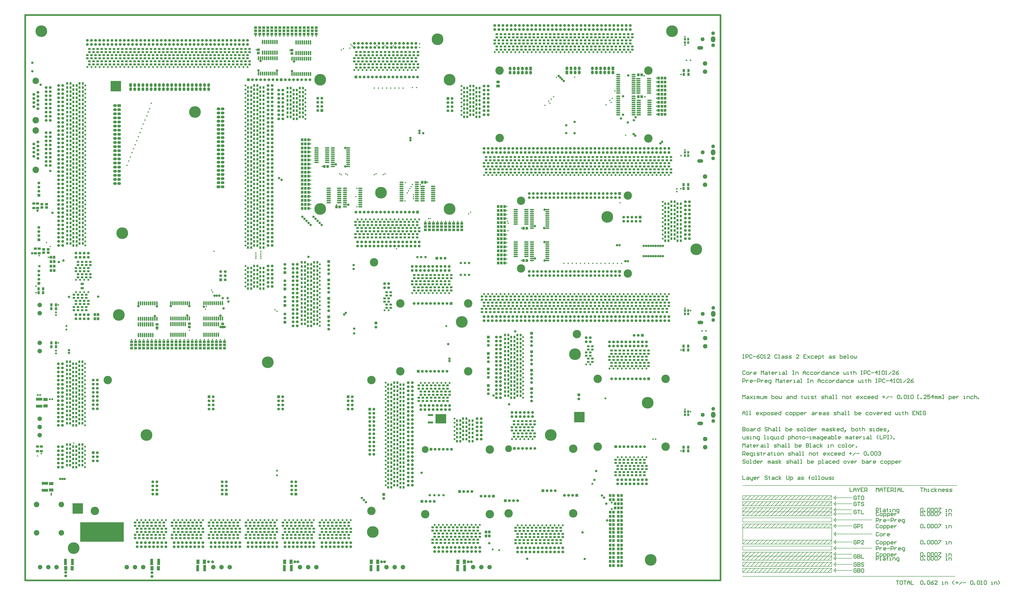
<source format=gts>
%FSLAX24Y24*%
%MOIN*%
G70*
G01*
G75*
G04 Layer_Color=8388736*
%ADD10R,0.0591X0.0551*%
%ADD11R,0.0551X0.0591*%
%ADD12R,0.0669X0.0453*%
%ADD13O,0.0984X0.0276*%
%ADD14O,0.0276X0.0984*%
%ADD15O,0.0276X0.0906*%
%ADD16O,0.0906X0.0276*%
%ADD17R,0.0453X0.0669*%
%ADD18R,0.0394X0.0551*%
%ADD19R,0.0551X0.0394*%
%ADD20R,0.0669X0.0984*%
%ADD21R,0.0571X0.1437*%
%ADD22O,0.0118X0.0492*%
%ADD23R,0.0984X0.0669*%
%ADD24R,0.1437X0.0571*%
%ADD25R,0.1201X0.0394*%
%ADD26R,0.2559X0.2185*%
%ADD27C,0.0300*%
%ADD28C,0.0100*%
%ADD29C,0.0200*%
%ADD30C,0.0060*%
%ADD31C,0.0250*%
%ADD32C,0.0500*%
%ADD33C,0.1000*%
%ADD34C,0.0600*%
%ADD35C,0.0400*%
%ADD36C,0.0150*%
%ADD37C,0.0600*%
%ADD38C,0.1496*%
%ADD39C,0.0591*%
%ADD40R,0.0591X0.0591*%
%ADD41C,0.0394*%
%ADD42C,0.2756*%
%ADD43O,0.1339X0.0787*%
%ADD44O,0.1024X0.1339*%
%ADD45C,0.0866*%
%ADD46C,0.0787*%
%ADD47R,0.0591X0.0591*%
%ADD48C,0.1260*%
%ADD49C,0.1000*%
%ADD50C,0.1969*%
%ADD51C,0.1575*%
%ADD52R,0.0600X0.0600*%
%ADD53O,0.0591X0.0827*%
%ADD54R,0.0591X0.0827*%
%ADD55O,0.0827X0.0591*%
%ADD56R,0.0827X0.0591*%
%ADD57C,0.0500*%
%ADD58C,0.0315*%
%ADD59C,0.0236*%
%ADD60C,0.0400*%
%ADD61C,0.0197*%
%ADD62C,0.0754*%
%ADD63C,0.1660*%
%ADD64C,0.0518*%
%ADD65C,0.1778*%
%ADD66O,0.1345X0.0794*%
%ADD67O,0.1030X0.1345*%
%ADD68C,0.1069*%
%ADD69C,0.0991*%
%ADD70C,0.1109*%
G04:AMPARAMS|DCode=71|XSize=119.055mil|YSize=119.055mil|CornerRadius=0mil|HoleSize=0mil|Usage=FLASHONLY|Rotation=0.000|XOffset=0mil|YOffset=0mil|HoleType=Round|Shape=Relief|Width=10mil|Gap=10mil|Entries=4|*
%AMTHD71*
7,0,0,0.1191,0.0991,0.0100,45*
%
%ADD71THD71*%
G04:AMPARAMS|DCode=72|XSize=130.866mil|YSize=130.866mil|CornerRadius=0mil|HoleSize=0mil|Usage=FLASHONLY|Rotation=0.000|XOffset=0mil|YOffset=0mil|HoleType=Round|Shape=Relief|Width=10mil|Gap=10mil|Entries=4|*
%AMTHD72*
7,0,0,0.1309,0.1109,0.0100,45*
%
%ADD72THD72*%
G04:AMPARAMS|DCode=73|XSize=95.433mil|YSize=95.433mil|CornerRadius=0mil|HoleSize=0mil|Usage=FLASHONLY|Rotation=0.000|XOffset=0mil|YOffset=0mil|HoleType=Round|Shape=Relief|Width=10mil|Gap=10mil|Entries=4|*
%AMTHD73*
7,0,0,0.0954,0.0754,0.0100,45*
%
%ADD73THD73*%
%ADD74C,0.1581*%
%ADD75C,0.1620*%
%ADD76C,0.0715*%
%ADD77C,0.0833*%
%ADD78C,0.0794*%
G04:AMPARAMS|DCode=79|XSize=91.496mil|YSize=91.496mil|CornerRadius=0mil|HoleSize=0mil|Usage=FLASHONLY|Rotation=0.000|XOffset=0mil|YOffset=0mil|HoleType=Round|Shape=Relief|Width=10mil|Gap=10mil|Entries=4|*
%AMTHD79*
7,0,0,0.0915,0.0715,0.0100,45*
%
%ADD79THD79*%
G04:AMPARAMS|DCode=80|XSize=88mil|YSize=88mil|CornerRadius=0mil|HoleSize=0mil|Usage=FLASHONLY|Rotation=0.000|XOffset=0mil|YOffset=0mil|HoleType=Round|Shape=Relief|Width=10mil|Gap=10mil|Entries=4|*
%AMTHD80*
7,0,0,0.0880,0.0680,0.0100,45*
%
%ADD80THD80*%
G04:AMPARAMS|DCode=81|XSize=79.685mil|YSize=79.685mil|CornerRadius=0mil|HoleSize=0mil|Usage=FLASHONLY|Rotation=0.000|XOffset=0mil|YOffset=0mil|HoleType=Round|Shape=Relief|Width=10mil|Gap=10mil|Entries=4|*
%AMTHD81*
7,0,0,0.0797,0.0597,0.0100,45*
%
%ADD81THD81*%
%ADD82C,0.0680*%
%ADD83C,0.0597*%
G04:AMPARAMS|DCode=84|XSize=80mil|YSize=80mil|CornerRadius=0mil|HoleSize=0mil|Usage=FLASHONLY|Rotation=0.000|XOffset=0mil|YOffset=0mil|HoleType=Round|Shape=Relief|Width=10mil|Gap=10mil|Entries=4|*
%AMTHD84*
7,0,0,0.0800,0.0600,0.0100,45*
%
%ADD84THD84*%
%ADD85C,0.0650*%
G04:AMPARAMS|DCode=86|XSize=71.811mil|YSize=71.811mil|CornerRadius=0mil|HoleSize=0mil|Usage=FLASHONLY|Rotation=0.000|XOffset=0mil|YOffset=0mil|HoleType=Round|Shape=Relief|Width=10mil|Gap=10mil|Entries=4|*
%AMTHD86*
7,0,0,0.0718,0.0518,0.0100,45*
%
%ADD86THD86*%
G04:AMPARAMS|DCode=87|XSize=185.984mil|YSize=185.984mil|CornerRadius=0mil|HoleSize=0mil|Usage=FLASHONLY|Rotation=0.000|XOffset=0mil|YOffset=0mil|HoleType=Round|Shape=Relief|Width=10mil|Gap=10mil|Entries=4|*
%AMTHD87*
7,0,0,0.1860,0.1660,0.0100,45*
%
%ADD87THD87*%
%AMTHOVALD88*
21,1,0.0551,0.0994,0,0,360.0*
1,1,0.0994,-0.0276,0.0000*
1,1,0.0994,0.0276,0.0000*
21,0,0.0551,0.0794,0,0,360.0*
1,0,0.0794,-0.0276,0.0000*
1,0,0.0794,0.0276,0.0000*
4,0,4,-0.0240,-0.0035,-0.0592,-0.0387,-0.0662,-0.0316,-0.0311,0.0035,-0.0240,-0.0035,0.0*
4,0,4,0.0311,-0.0035,0.0662,0.0316,0.0592,0.0387,0.0240,0.0035,0.0311,-0.0035,0.0*
4,0,4,-0.0311,-0.0035,-0.0662,0.0316,-0.0592,0.0387,-0.0240,0.0035,-0.0311,-0.0035,0.0*
4,0,4,0.0240,-0.0035,0.0592,-0.0387,0.0662,-0.0316,0.0311,0.0035,0.0240,-0.0035,0.0*
%
%ADD88THOVALD88*%

%ADD89C,0.0080*%
%ADD90C,0.0079*%
%ADD91C,0.0118*%
%ADD92C,0.0098*%
%ADD93C,0.0236*%
%ADD94C,0.0315*%
%ADD95C,0.0157*%
%ADD96C,0.0197*%
%ADD97R,0.2520X0.2520*%
%ADD98R,1.0630X0.4724*%
%ADD99R,0.0671X0.0631*%
%ADD100R,0.0631X0.0671*%
%ADD101R,0.0749X0.0533*%
%ADD102O,0.1064X0.0356*%
%ADD103O,0.0356X0.1064*%
%ADD104O,0.0356X0.0986*%
%ADD105O,0.0986X0.0356*%
%ADD106R,0.0533X0.0749*%
%ADD107R,0.0474X0.0631*%
%ADD108R,0.0631X0.0474*%
%ADD109R,0.0749X0.1064*%
%ADD110R,0.0651X0.1517*%
%ADD111O,0.0198X0.0572*%
%ADD112R,0.1064X0.0749*%
%ADD113R,0.1517X0.0651*%
%ADD114R,0.1281X0.0474*%
%ADD115R,0.2639X0.2265*%
%ADD116C,0.1576*%
%ADD117C,0.0671*%
%ADD118R,0.0671X0.0671*%
%ADD119C,0.0474*%
%ADD120C,0.2836*%
%ADD121O,0.1419X0.0867*%
%ADD122O,0.1104X0.1419*%
%ADD123C,0.0946*%
%ADD124C,0.0867*%
%ADD125R,0.0671X0.0671*%
%ADD126C,0.1340*%
%ADD127C,0.1080*%
%ADD128C,0.2049*%
%ADD129C,0.1655*%
%ADD130C,0.2024*%
%ADD131C,0.0655*%
%ADD132R,0.0655X0.0655*%
%ADD133O,0.0671X0.0907*%
%ADD134R,0.0671X0.0907*%
%ADD135O,0.0907X0.0671*%
%ADD136R,0.0907X0.0671*%
%ADD137C,0.0580*%
%ADD138C,0.0395*%
%ADD139C,0.0316*%
%ADD140C,0.0480*%
%ADD141C,0.0277*%
D28*
X174705Y984D02*
X226378D01*
X174705Y4429D02*
X196358D01*
X174705Y3445D02*
X196358D01*
X174705D02*
Y4429D01*
X196358Y3445D02*
Y4429D01*
X174705Y3445D02*
X175689Y4429D01*
Y3445D02*
X176673Y4429D01*
Y3445D02*
X177657Y4429D01*
Y3445D02*
X178642Y4429D01*
Y3445D02*
X179626Y4429D01*
Y3445D02*
X180610Y4429D01*
Y3445D02*
X181594Y4429D01*
Y3445D02*
X182579Y4429D01*
Y3445D02*
X183563Y4429D01*
Y3445D02*
X184547Y4429D01*
Y3445D02*
X185532Y4429D01*
Y3445D02*
X186516Y4429D01*
Y3445D02*
X187500Y4429D01*
Y3445D02*
X188484Y4429D01*
Y3445D02*
X189468Y4429D01*
Y3445D02*
X190453Y4429D01*
Y3445D02*
X191437Y4429D01*
Y3445D02*
X192421Y4429D01*
Y3445D02*
X193406Y4429D01*
Y3445D02*
X194390Y4429D01*
Y3445D02*
X195374Y4429D01*
Y3445D02*
X196358Y4429D01*
X174705Y17717D02*
X196358D01*
X174705Y16732D02*
X196358D01*
X174705D02*
Y17717D01*
X196358Y16732D02*
Y17717D01*
X174705Y16732D02*
X175689Y17717D01*
Y16732D02*
X176673Y17717D01*
Y16732D02*
X177657Y17717D01*
Y16732D02*
X178642Y17717D01*
Y16732D02*
X179626Y17717D01*
Y16732D02*
X180610Y17717D01*
Y16732D02*
X181594Y17717D01*
Y16732D02*
X182579Y17717D01*
Y16732D02*
X183563Y17717D01*
Y16732D02*
X184547Y17717D01*
Y16732D02*
X185532Y17717D01*
Y16732D02*
X186516Y17717D01*
Y16732D02*
X187500Y17717D01*
Y16732D02*
X188484Y17717D01*
Y16732D02*
X189468Y17717D01*
Y16732D02*
X190453Y17717D01*
Y16732D02*
X191437Y17717D01*
Y16732D02*
X192421Y17717D01*
Y16732D02*
X193406Y17717D01*
Y16732D02*
X194390Y17717D01*
Y16732D02*
X195374Y17717D01*
Y16732D02*
X196358Y17717D01*
X174705Y5906D02*
X196358D01*
X174705Y4921D02*
X196358D01*
X174705D02*
Y5906D01*
X196358Y4921D02*
Y5906D01*
X174705Y4921D02*
X175689Y5906D01*
Y4921D02*
X176673Y5906D01*
Y4921D02*
X177657Y5906D01*
Y4921D02*
X178642Y5906D01*
Y4921D02*
X179626Y5906D01*
Y4921D02*
X180610Y5906D01*
Y4921D02*
X181594Y5906D01*
Y4921D02*
X182579Y5906D01*
Y4921D02*
X183563Y5906D01*
Y4921D02*
X184547Y5906D01*
Y4921D02*
X185532Y5906D01*
Y4921D02*
X186516Y5906D01*
Y4921D02*
X187500Y5906D01*
Y4921D02*
X188484Y5906D01*
Y4921D02*
X189468Y5906D01*
Y4921D02*
X190453Y5906D01*
Y4921D02*
X191437Y5906D01*
Y4921D02*
X192421Y5906D01*
Y4921D02*
X193406Y5906D01*
Y4921D02*
X194390Y5906D01*
Y4921D02*
X195374Y5906D01*
Y4921D02*
X196358Y5906D01*
X195374D02*
X196358Y6890D01*
X194390Y5906D02*
X195374Y6890D01*
X193406Y5906D02*
X194390Y6890D01*
X192421Y5906D02*
X193406Y6890D01*
X191437Y5906D02*
X192421Y6890D01*
X190453Y5906D02*
X191437Y6890D01*
X189468Y5906D02*
X190453Y6890D01*
X188484Y5906D02*
X189468Y6890D01*
X187500Y5906D02*
X188484Y6890D01*
X186516Y5906D02*
X187500Y6890D01*
X185532Y5906D02*
X186516Y6890D01*
X184547Y5906D02*
X185532Y6890D01*
X183563Y5906D02*
X184547Y6890D01*
X182579Y5906D02*
X183563Y6890D01*
X181594Y5906D02*
X182579Y6890D01*
X180610Y5906D02*
X181594Y6890D01*
X179626Y5906D02*
X180610Y6890D01*
X178642Y5906D02*
X179626Y6890D01*
X177657Y5906D02*
X178642Y6890D01*
X176673Y5906D02*
X177657Y6890D01*
X175689Y5906D02*
X176673Y6890D01*
X174705Y5906D02*
X175689Y6890D01*
X196358Y5906D02*
Y6890D01*
X174705Y5906D02*
Y6890D01*
Y5906D02*
X196358D01*
X174705Y6890D02*
X196358D01*
Y7382D02*
Y8366D01*
X174705Y7382D02*
Y8366D01*
Y7382D02*
X196358D01*
X174705Y8366D02*
X196358D01*
X174705Y9843D02*
X196358D01*
X174705Y8858D02*
X196358D01*
X174705D02*
Y9843D01*
X196358Y8858D02*
Y9843D01*
X174705Y8858D02*
X175689Y9843D01*
Y8858D02*
X176673Y9843D01*
Y8858D02*
X177657Y9843D01*
Y8858D02*
X178642Y9843D01*
Y8858D02*
X179626Y9843D01*
Y8858D02*
X180610Y9843D01*
Y8858D02*
X181594Y9843D01*
Y8858D02*
X182579Y9843D01*
Y8858D02*
X183563Y9843D01*
Y8858D02*
X184547Y9843D01*
Y8858D02*
X185532Y9843D01*
Y8858D02*
X186516Y9843D01*
Y8858D02*
X187500Y9843D01*
Y8858D02*
X188484Y9843D01*
Y8858D02*
X189468Y9843D01*
Y8858D02*
X190453Y9843D01*
Y8858D02*
X191437Y9843D01*
Y8858D02*
X192421Y9843D01*
Y8858D02*
X193406Y9843D01*
Y8858D02*
X194390Y9843D01*
Y8858D02*
X195374Y9843D01*
Y8858D02*
X196358Y9843D01*
Y12795D01*
X174705Y9843D02*
Y12795D01*
Y9843D02*
X196358D01*
X174705Y12795D02*
X196358D01*
X174705Y15256D02*
X196358D01*
X174705Y14272D02*
X196358D01*
X174705D02*
Y15256D01*
X196358Y14272D02*
Y15256D01*
X174705Y13780D02*
X196358D01*
X174705Y12795D02*
X196358D01*
X174705D02*
Y13780D01*
X196358Y12795D02*
Y13780D01*
X174705Y12795D02*
X175689Y13780D01*
Y12795D02*
X176673Y13780D01*
Y12795D02*
X177657Y13780D01*
Y12795D02*
X178642Y13780D01*
Y12795D02*
X179626Y13780D01*
Y12795D02*
X180610Y13780D01*
Y12795D02*
X181594Y13780D01*
Y12795D02*
X182579Y13780D01*
Y12795D02*
X183563Y13780D01*
Y12795D02*
X184547Y13780D01*
Y12795D02*
X185532Y13780D01*
Y12795D02*
X186516Y13780D01*
Y12795D02*
X187500Y13780D01*
Y12795D02*
X188484Y13780D01*
Y12795D02*
X189468Y13780D01*
Y12795D02*
X190453Y13780D01*
Y12795D02*
X191437Y13780D01*
Y12795D02*
X192421Y13780D01*
Y12795D02*
X193406Y13780D01*
Y12795D02*
X194390Y13780D01*
Y12795D02*
X195374Y13780D01*
Y12795D02*
X196358Y13780D01*
X174705Y16732D02*
X196358D01*
X174705Y15748D02*
X196358D01*
X174705D02*
Y16732D01*
X196358Y15748D02*
Y16732D01*
X174705Y15748D02*
X175689Y16732D01*
Y15748D02*
X176673Y16732D01*
Y15748D02*
X177657Y16732D01*
Y15748D02*
X178642Y16732D01*
Y15748D02*
X179626Y16732D01*
Y15748D02*
X180610Y16732D01*
Y15748D02*
X181594Y16732D01*
Y15748D02*
X182579Y16732D01*
Y15748D02*
X183563Y16732D01*
Y15748D02*
X184547Y16732D01*
Y15748D02*
X185532Y16732D01*
Y15748D02*
X186516Y16732D01*
Y15748D02*
X187500Y16732D01*
Y15748D02*
X188484Y16732D01*
Y15748D02*
X189468Y16732D01*
Y15748D02*
X190453Y16732D01*
Y15748D02*
X191437Y16732D01*
Y15748D02*
X192421Y16732D01*
Y15748D02*
X193406Y16732D01*
Y15748D02*
X194390Y16732D01*
Y15748D02*
X195374Y16732D01*
Y15748D02*
X196358Y16732D01*
X195374Y3445D02*
X196358Y4429D01*
X194390Y3445D02*
X195374Y4429D01*
X193406Y3445D02*
X194390Y4429D01*
X192421Y3445D02*
X193406Y4429D01*
X191437Y3445D02*
X192421Y4429D01*
X190453Y3445D02*
X191437Y4429D01*
X189468Y3445D02*
X190453Y4429D01*
X188484Y3445D02*
X189468Y4429D01*
X187500Y3445D02*
X188484Y4429D01*
X186516Y3445D02*
X187500Y4429D01*
X185532Y3445D02*
X186516Y4429D01*
X184547Y3445D02*
X185532Y4429D01*
X183563Y3445D02*
X184547Y4429D01*
X182579Y3445D02*
X183563Y4429D01*
X181594Y3445D02*
X182579Y4429D01*
X180610Y3445D02*
X181594Y4429D01*
X179626Y3445D02*
X180610Y4429D01*
X178642Y3445D02*
X179626Y4429D01*
X177657Y3445D02*
X178642Y4429D01*
X176673Y3445D02*
X177657Y4429D01*
X175689Y3445D02*
X176673Y4429D01*
X174705Y3445D02*
X175689Y4429D01*
X196358Y3445D02*
Y4429D01*
X174705Y3445D02*
Y4429D01*
Y3445D02*
X196358D01*
X174705Y4429D02*
X196358D01*
X195374Y18209D02*
X196358Y19193D01*
X194390Y18209D02*
X195374Y19193D01*
X193406Y18209D02*
X194390Y19193D01*
X192421Y18209D02*
X193406Y19193D01*
X191437Y18209D02*
X192421Y19193D01*
X190453Y18209D02*
X191437Y19193D01*
X189468Y18209D02*
X190453Y19193D01*
X188484Y18209D02*
X189468Y19193D01*
X187500Y18209D02*
X188484Y19193D01*
X186516Y18209D02*
X187500Y19193D01*
X185532Y18209D02*
X186516Y19193D01*
X184547Y18209D02*
X185532Y19193D01*
X183563Y18209D02*
X184547Y19193D01*
X182579Y18209D02*
X183563Y19193D01*
X181594Y18209D02*
X182579Y19193D01*
X180610Y18209D02*
X181594Y19193D01*
X179626Y18209D02*
X180610Y19193D01*
X178642Y18209D02*
X179626Y19193D01*
X177657Y18209D02*
X178642Y19193D01*
X176673Y18209D02*
X177657Y19193D01*
X175689Y18209D02*
X176673Y19193D01*
X174705Y18209D02*
X175689Y19193D01*
X196358Y18209D02*
Y19193D01*
X174705Y18209D02*
Y19193D01*
Y18209D02*
X196358D01*
X174705Y19193D02*
X196358D01*
X195374Y19685D02*
X196358Y20669D01*
X194390Y19685D02*
X195374Y20669D01*
X193406Y19685D02*
X194390Y20669D01*
X192421Y19685D02*
X193406Y20669D01*
X191437Y19685D02*
X192421Y20669D01*
X190453Y19685D02*
X191437Y20669D01*
X189468Y19685D02*
X190453Y20669D01*
X188484Y19685D02*
X189468Y20669D01*
X187500Y19685D02*
X188484Y20669D01*
X186516Y19685D02*
X187500Y20669D01*
X185532Y19685D02*
X186516Y20669D01*
X184547Y19685D02*
X185532Y20669D01*
X183563Y19685D02*
X184547Y20669D01*
X182579Y19685D02*
X183563Y20669D01*
X181594Y19685D02*
X182579Y20669D01*
X180610Y19685D02*
X181594Y20669D01*
X179626Y19685D02*
X180610Y20669D01*
X178642Y19685D02*
X179626Y20669D01*
X177657Y19685D02*
X178642Y20669D01*
X176673Y19685D02*
X177657Y20669D01*
X175689Y19685D02*
X176673Y20669D01*
X174705Y19685D02*
X175689Y20669D01*
X196358Y19685D02*
Y20669D01*
X174705Y19685D02*
Y20669D01*
Y19685D02*
X196358D01*
X174705Y20669D02*
X196358D01*
X195374Y1969D02*
X196358Y2953D01*
X194390Y1969D02*
X195374Y2953D01*
X193406Y1969D02*
X194390Y2953D01*
X192421Y1969D02*
X193406Y2953D01*
X191437Y1969D02*
X192421Y2953D01*
X190453Y1969D02*
X191437Y2953D01*
X189468Y1969D02*
X190453Y2953D01*
X188484Y1969D02*
X189468Y2953D01*
X187500Y1969D02*
X188484Y2953D01*
X186516Y1969D02*
X187500Y2953D01*
X185532Y1969D02*
X186516Y2953D01*
X184547Y1969D02*
X185532Y2953D01*
X183563Y1969D02*
X184547Y2953D01*
X182579Y1969D02*
X183563Y2953D01*
X181594Y1969D02*
X182579Y2953D01*
X180610Y1969D02*
X181594Y2953D01*
X179626Y1969D02*
X180610Y2953D01*
X178642Y1969D02*
X179626Y2953D01*
X177657Y1969D02*
X178642Y2953D01*
X176673Y1969D02*
X177657Y2953D01*
X175689Y1969D02*
X176673Y2953D01*
X174705Y1969D02*
X175689Y2953D01*
X196358Y1969D02*
Y2953D01*
X174705Y1969D02*
Y2953D01*
Y1969D02*
X196358D01*
X174705Y2953D02*
X196358D01*
X196850Y2461D02*
X197343Y1969D01*
Y2953D01*
X196850Y2461D02*
X197343Y2953D01*
X196850Y2461D02*
X201280D01*
X196850Y3937D02*
X197343Y3445D01*
Y4429D01*
X196850Y3937D02*
X197343Y4429D01*
X196850Y3937D02*
X201280D01*
X196850Y5413D02*
X197343Y4921D01*
Y5906D01*
X196850Y5413D02*
X197343Y5906D01*
X196850Y5413D02*
X201280D01*
X196850Y6398D02*
X197343Y5906D01*
Y6890D01*
X196850Y6398D02*
X197343Y6890D01*
X196850Y6398D02*
X201280D01*
X196850Y9350D02*
X197343Y8858D01*
Y9843D01*
X196850Y9350D02*
X197343Y9843D01*
X196850Y9350D02*
X201280D01*
X196850Y13287D02*
X197343Y12795D01*
Y13780D01*
X196850Y13287D02*
X197343Y13780D01*
X196850Y13287D02*
X201280D01*
X196850Y16240D02*
X197343Y15748D01*
Y16732D01*
X196850Y16240D02*
X197343Y16732D01*
X196850Y16240D02*
X201280D01*
X196850Y17224D02*
X197343Y16732D01*
Y17717D01*
X196850Y17224D02*
X197343Y17717D01*
X196850Y17224D02*
X201280D01*
X196850Y11319D02*
X197343Y10827D01*
Y11811D01*
X196850Y11319D02*
X197343Y11811D01*
X196850Y11319D02*
X206201D01*
X196850Y7874D02*
X197343Y7382D01*
Y8366D01*
X196850Y7874D02*
X197343Y8366D01*
X196850Y7874D02*
X206201D01*
X196850Y14764D02*
X197343Y14272D01*
Y15256D01*
X196850Y14764D02*
X197343Y15256D01*
X196850Y14764D02*
X206201D01*
X196850Y18701D02*
X197343Y18209D01*
Y19193D01*
X196850Y18701D02*
X197343Y19193D01*
X196850Y18701D02*
X201280D01*
X196850Y20177D02*
X197343Y19685D01*
Y20669D01*
X196850Y20177D02*
X197343Y20669D01*
X196850Y20177D02*
X201280D01*
X174705Y23130D02*
X226870D01*
D35*
X169291Y0D02*
Y137795D01*
X0Y0D02*
X169291D01*
X0D02*
Y137795D01*
X169291D01*
D36*
X174705Y55034D02*
X175005D01*
X174855D01*
Y54134D01*
X174705D01*
X175005D01*
X175454D02*
Y55034D01*
X175904D01*
X176054Y54884D01*
Y54584D01*
X175904Y54434D01*
X175454D01*
X176954Y54884D02*
X176804Y55034D01*
X176504D01*
X176354Y54884D01*
Y54284D01*
X176504Y54134D01*
X176804D01*
X176954Y54284D01*
X177254Y54584D02*
X177854D01*
X178753Y55034D02*
X178454Y54884D01*
X178154Y54584D01*
Y54284D01*
X178304Y54134D01*
X178603D01*
X178753Y54284D01*
Y54434D01*
X178603Y54584D01*
X178154D01*
X179053Y54884D02*
X179203Y55034D01*
X179503D01*
X179653Y54884D01*
Y54284D01*
X179503Y54134D01*
X179203D01*
X179053Y54284D01*
Y54884D01*
X179953Y54134D02*
X180253D01*
X180103D01*
Y55034D01*
X179953Y54884D01*
X181303Y54134D02*
X180703D01*
X181303Y54734D01*
Y54884D01*
X181153Y55034D01*
X180853D01*
X180703Y54884D01*
X183102D02*
X182952Y55034D01*
X182652D01*
X182502Y54884D01*
Y54284D01*
X182652Y54134D01*
X182952D01*
X183102Y54284D01*
X183402Y54134D02*
X183702D01*
X183552D01*
Y55034D01*
X183402D01*
X184302Y54734D02*
X184602D01*
X184751Y54584D01*
Y54134D01*
X184302D01*
X184152Y54284D01*
X184302Y54434D01*
X184751D01*
X185051Y54134D02*
X185501D01*
X185651Y54284D01*
X185501Y54434D01*
X185201D01*
X185051Y54584D01*
X185201Y54734D01*
X185651D01*
X185951Y54134D02*
X186401D01*
X186551Y54284D01*
X186401Y54434D01*
X186101D01*
X185951Y54584D01*
X186101Y54734D01*
X186551D01*
X188350Y54134D02*
X187751D01*
X188350Y54734D01*
Y54884D01*
X188200Y55034D01*
X187900D01*
X187751Y54884D01*
X190150Y55034D02*
X189550D01*
Y54134D01*
X190150D01*
X189550Y54584D02*
X189850D01*
X190450Y54734D02*
X191049Y54134D01*
X190750Y54434D01*
X191049Y54734D01*
X190450Y54134D01*
X191949Y54734D02*
X191499D01*
X191349Y54584D01*
Y54284D01*
X191499Y54134D01*
X191949D01*
X192699D02*
X192399D01*
X192249Y54284D01*
Y54584D01*
X192399Y54734D01*
X192699D01*
X192849Y54584D01*
Y54434D01*
X192249D01*
X193149Y53834D02*
Y54734D01*
X193599D01*
X193749Y54584D01*
Y54284D01*
X193599Y54134D01*
X193149D01*
X194198Y54884D02*
Y54734D01*
X194048D01*
X194348D01*
X194198D01*
Y54284D01*
X194348Y54134D01*
X195848Y54734D02*
X196148D01*
X196298Y54584D01*
Y54134D01*
X195848D01*
X195698Y54284D01*
X195848Y54434D01*
X196298D01*
X196598Y54134D02*
X197048D01*
X197197Y54284D01*
X197048Y54434D01*
X196748D01*
X196598Y54584D01*
X196748Y54734D01*
X197197D01*
X198397Y55034D02*
Y54134D01*
X198847D01*
X198997Y54284D01*
Y54434D01*
Y54584D01*
X198847Y54734D01*
X198397D01*
X199747Y54134D02*
X199447D01*
X199297Y54284D01*
Y54584D01*
X199447Y54734D01*
X199747D01*
X199897Y54584D01*
Y54434D01*
X199297D01*
X200196Y54134D02*
X200496D01*
X200346D01*
Y55034D01*
X200196D01*
X201096Y54134D02*
X201396D01*
X201546Y54284D01*
Y54584D01*
X201396Y54734D01*
X201096D01*
X200946Y54584D01*
Y54284D01*
X201096Y54134D01*
X201846Y54734D02*
Y54284D01*
X201996Y54134D01*
X202146Y54284D01*
X202296Y54134D01*
X202446Y54284D01*
Y54734D01*
X174705Y40354D02*
Y40954D01*
X175005Y41254D01*
X175305Y40954D01*
Y40354D01*
Y40804D01*
X174705D01*
X175604Y40354D02*
X175904D01*
X175754D01*
Y41254D01*
X175604D01*
X176354Y40354D02*
X176654D01*
X176504D01*
Y41254D01*
X176354D01*
X178454Y40354D02*
X178154D01*
X178004Y40504D01*
Y40804D01*
X178154Y40954D01*
X178454D01*
X178603Y40804D01*
Y40654D01*
X178004D01*
X178903Y40954D02*
X179503Y40354D01*
X179203Y40654D01*
X179503Y40954D01*
X178903Y40354D01*
X179803Y40054D02*
Y40954D01*
X180253D01*
X180403Y40804D01*
Y40504D01*
X180253Y40354D01*
X179803D01*
X180853D02*
X181153D01*
X181303Y40504D01*
Y40804D01*
X181153Y40954D01*
X180853D01*
X180703Y40804D01*
Y40504D01*
X180853Y40354D01*
X181602D02*
X182052D01*
X182202Y40504D01*
X182052Y40654D01*
X181752D01*
X181602Y40804D01*
X181752Y40954D01*
X182202D01*
X182952Y40354D02*
X182652D01*
X182502Y40504D01*
Y40804D01*
X182652Y40954D01*
X182952D01*
X183102Y40804D01*
Y40654D01*
X182502D01*
X184002Y41254D02*
Y40354D01*
X183552D01*
X183402Y40504D01*
Y40804D01*
X183552Y40954D01*
X184002D01*
X185801D02*
X185351D01*
X185201Y40804D01*
Y40504D01*
X185351Y40354D01*
X185801D01*
X186251D02*
X186551D01*
X186701Y40504D01*
Y40804D01*
X186551Y40954D01*
X186251D01*
X186101Y40804D01*
Y40504D01*
X186251Y40354D01*
X187001Y40054D02*
Y40954D01*
X187451D01*
X187601Y40804D01*
Y40504D01*
X187451Y40354D01*
X187001D01*
X187900Y40054D02*
Y40954D01*
X188350D01*
X188500Y40804D01*
Y40504D01*
X188350Y40354D01*
X187900D01*
X189250D02*
X188950D01*
X188800Y40504D01*
Y40804D01*
X188950Y40954D01*
X189250D01*
X189400Y40804D01*
Y40654D01*
X188800D01*
X189700Y40954D02*
Y40354D01*
Y40654D01*
X189850Y40804D01*
X190000Y40954D01*
X190150D01*
X191649D02*
X191949D01*
X192099Y40804D01*
Y40354D01*
X191649D01*
X191499Y40504D01*
X191649Y40654D01*
X192099D01*
X192399Y40954D02*
Y40354D01*
Y40654D01*
X192549Y40804D01*
X192699Y40954D01*
X192849D01*
X193749Y40354D02*
X193449D01*
X193299Y40504D01*
Y40804D01*
X193449Y40954D01*
X193749D01*
X193899Y40804D01*
Y40654D01*
X193299D01*
X194348Y40954D02*
X194648D01*
X194798Y40804D01*
Y40354D01*
X194348D01*
X194198Y40504D01*
X194348Y40654D01*
X194798D01*
X195098Y40354D02*
X195548D01*
X195698Y40504D01*
X195548Y40654D01*
X195248D01*
X195098Y40804D01*
X195248Y40954D01*
X195698D01*
X196898Y40354D02*
X197347D01*
X197497Y40504D01*
X197347Y40654D01*
X197048D01*
X196898Y40804D01*
X197048Y40954D01*
X197497D01*
X197797Y41254D02*
Y40354D01*
Y40804D01*
X197947Y40954D01*
X198247D01*
X198397Y40804D01*
Y40354D01*
X198847Y40954D02*
X199147D01*
X199297Y40804D01*
Y40354D01*
X198847D01*
X198697Y40504D01*
X198847Y40654D01*
X199297D01*
X199597Y40354D02*
X199897D01*
X199747D01*
Y41254D01*
X199597D01*
X200346Y40354D02*
X200646D01*
X200496D01*
Y41254D01*
X200346D01*
X201996D02*
Y40354D01*
X202446D01*
X202596Y40504D01*
Y40654D01*
Y40804D01*
X202446Y40954D01*
X201996D01*
X203345Y40354D02*
X203046D01*
X202896Y40504D01*
Y40804D01*
X203046Y40954D01*
X203345D01*
X203495Y40804D01*
Y40654D01*
X202896D01*
X205295Y40954D02*
X204845D01*
X204695Y40804D01*
Y40504D01*
X204845Y40354D01*
X205295D01*
X205745D02*
X206045D01*
X206195Y40504D01*
Y40804D01*
X206045Y40954D01*
X205745D01*
X205595Y40804D01*
Y40504D01*
X205745Y40354D01*
X206494Y40954D02*
X206794Y40354D01*
X207094Y40954D01*
X207844Y40354D02*
X207544D01*
X207394Y40504D01*
Y40804D01*
X207544Y40954D01*
X207844D01*
X207994Y40804D01*
Y40654D01*
X207394D01*
X208294Y40954D02*
Y40354D01*
Y40654D01*
X208444Y40804D01*
X208594Y40954D01*
X208744D01*
X209643Y40354D02*
X209344D01*
X209194Y40504D01*
Y40804D01*
X209344Y40954D01*
X209643D01*
X209793Y40804D01*
Y40654D01*
X209194D01*
X210693Y41254D02*
Y40354D01*
X210243D01*
X210093Y40504D01*
Y40804D01*
X210243Y40954D01*
X210693D01*
X211893D02*
Y40504D01*
X212043Y40354D01*
X212193Y40504D01*
X212343Y40354D01*
X212493Y40504D01*
Y40954D01*
X212792Y40354D02*
X213092D01*
X212942D01*
Y40954D01*
X212792D01*
X213692Y41104D02*
Y40954D01*
X213542D01*
X213842D01*
X213692D01*
Y40504D01*
X213842Y40354D01*
X214292Y41254D02*
Y40354D01*
Y40804D01*
X214442Y40954D01*
X214742D01*
X214892Y40804D01*
Y40354D01*
X216691Y41254D02*
X216091D01*
Y40354D01*
X216691D01*
X216091Y40804D02*
X216391D01*
X216991Y40354D02*
Y41254D01*
X217591Y40354D01*
Y41254D01*
X217891D02*
X218191D01*
X218041D01*
Y40354D01*
X217891D01*
X218191D01*
X219240Y41104D02*
X219090Y41254D01*
X218790D01*
X218641Y41104D01*
Y40504D01*
X218790Y40354D01*
X219090D01*
X219240Y40504D01*
Y40804D01*
X218940D01*
X174705Y37317D02*
Y36417D01*
X175155D01*
X175305Y36567D01*
Y36717D01*
X175155Y36867D01*
X174705D01*
X175155D01*
X175305Y37017D01*
Y37167D01*
X175155Y37317D01*
X174705D01*
X175754Y36417D02*
X176054D01*
X176204Y36567D01*
Y36867D01*
X176054Y37017D01*
X175754D01*
X175604Y36867D01*
Y36567D01*
X175754Y36417D01*
X176654Y37017D02*
X176954D01*
X177104Y36867D01*
Y36417D01*
X176654D01*
X176504Y36567D01*
X176654Y36717D01*
X177104D01*
X177404Y37017D02*
Y36417D01*
Y36717D01*
X177554Y36867D01*
X177704Y37017D01*
X177854D01*
X178903Y37317D02*
Y36417D01*
X178454D01*
X178304Y36567D01*
Y36867D01*
X178454Y37017D01*
X178903D01*
X180703Y37167D02*
X180553Y37317D01*
X180253D01*
X180103Y37167D01*
Y37017D01*
X180253Y36867D01*
X180553D01*
X180703Y36717D01*
Y36567D01*
X180553Y36417D01*
X180253D01*
X180103Y36567D01*
X181003Y37317D02*
Y36417D01*
Y36867D01*
X181153Y37017D01*
X181453D01*
X181602Y36867D01*
Y36417D01*
X182052Y37017D02*
X182352D01*
X182502Y36867D01*
Y36417D01*
X182052D01*
X181902Y36567D01*
X182052Y36717D01*
X182502D01*
X182802Y36417D02*
X183102D01*
X182952D01*
Y37317D01*
X182802D01*
X183552Y36417D02*
X183852D01*
X183702D01*
Y37317D01*
X183552D01*
X185201D02*
Y36417D01*
X185651D01*
X185801Y36567D01*
Y36717D01*
Y36867D01*
X185651Y37017D01*
X185201D01*
X186551Y36417D02*
X186251D01*
X186101Y36567D01*
Y36867D01*
X186251Y37017D01*
X186551D01*
X186701Y36867D01*
Y36717D01*
X186101D01*
X187900Y36417D02*
X188350D01*
X188500Y36567D01*
X188350Y36717D01*
X188050D01*
X187900Y36867D01*
X188050Y37017D01*
X188500D01*
X188950Y36417D02*
X189250D01*
X189400Y36567D01*
Y36867D01*
X189250Y37017D01*
X188950D01*
X188800Y36867D01*
Y36567D01*
X188950Y36417D01*
X189700D02*
X190000D01*
X189850D01*
Y37317D01*
X189700D01*
X191049D02*
Y36417D01*
X190600D01*
X190450Y36567D01*
Y36867D01*
X190600Y37017D01*
X191049D01*
X191799Y36417D02*
X191499D01*
X191349Y36567D01*
Y36867D01*
X191499Y37017D01*
X191799D01*
X191949Y36867D01*
Y36717D01*
X191349D01*
X192249Y37017D02*
Y36417D01*
Y36717D01*
X192399Y36867D01*
X192549Y37017D01*
X192699D01*
X194048Y36417D02*
Y37017D01*
X194198D01*
X194348Y36867D01*
Y36417D01*
Y36867D01*
X194498Y37017D01*
X194648Y36867D01*
Y36417D01*
X195098Y37017D02*
X195398D01*
X195548Y36867D01*
Y36417D01*
X195098D01*
X194948Y36567D01*
X195098Y36717D01*
X195548D01*
X195848Y36417D02*
X196298D01*
X196448Y36567D01*
X196298Y36717D01*
X195998D01*
X195848Y36867D01*
X195998Y37017D01*
X196448D01*
X196748Y36417D02*
Y37317D01*
Y36717D02*
X197197Y37017D01*
X196748Y36717D02*
X197197Y36417D01*
X198097D02*
X197797D01*
X197647Y36567D01*
Y36867D01*
X197797Y37017D01*
X198097D01*
X198247Y36867D01*
Y36717D01*
X197647D01*
X199147Y37317D02*
Y36417D01*
X198697D01*
X198547Y36567D01*
Y36867D01*
X198697Y37017D01*
X199147D01*
X199597Y36267D02*
X199747Y36417D01*
Y36567D01*
X199597D01*
Y36417D01*
X199747D01*
X199597Y36267D01*
X199447Y36117D01*
X201246Y37317D02*
Y36417D01*
X201696D01*
X201846Y36567D01*
Y36717D01*
Y36867D01*
X201696Y37017D01*
X201246D01*
X202296Y36417D02*
X202596D01*
X202746Y36567D01*
Y36867D01*
X202596Y37017D01*
X202296D01*
X202146Y36867D01*
Y36567D01*
X202296Y36417D01*
X203196Y37167D02*
Y37017D01*
X203046D01*
X203345D01*
X203196D01*
Y36567D01*
X203345Y36417D01*
X203795Y37317D02*
Y36417D01*
Y36867D01*
X203945Y37017D01*
X204245D01*
X204395Y36867D01*
Y36417D01*
X205595D02*
X206045D01*
X206195Y36567D01*
X206045Y36717D01*
X205745D01*
X205595Y36867D01*
X205745Y37017D01*
X206195D01*
X206494Y36417D02*
X206794D01*
X206644D01*
Y37017D01*
X206494D01*
X207844Y37317D02*
Y36417D01*
X207394D01*
X207244Y36567D01*
Y36867D01*
X207394Y37017D01*
X207844D01*
X208594Y36417D02*
X208294D01*
X208144Y36567D01*
Y36867D01*
X208294Y37017D01*
X208594D01*
X208744Y36867D01*
Y36717D01*
X208144D01*
X209044Y36417D02*
X209493D01*
X209643Y36567D01*
X209493Y36717D01*
X209194D01*
X209044Y36867D01*
X209194Y37017D01*
X209643D01*
X210093Y36267D02*
X210243Y36417D01*
Y36567D01*
X210093D01*
Y36417D01*
X210243D01*
X210093Y36267D01*
X209943Y36117D01*
X174705Y25506D02*
Y24606D01*
X175305D01*
X175754Y25206D02*
X176054D01*
X176204Y25056D01*
Y24606D01*
X175754D01*
X175604Y24756D01*
X175754Y24906D01*
X176204D01*
X176504Y25206D02*
Y24756D01*
X176654Y24606D01*
X177104D01*
Y24456D01*
X176954Y24306D01*
X176804D01*
X177104Y24606D02*
Y25206D01*
X177854Y24606D02*
X177554D01*
X177404Y24756D01*
Y25056D01*
X177554Y25206D01*
X177854D01*
X178004Y25056D01*
Y24906D01*
X177404D01*
X178304Y25206D02*
Y24606D01*
Y24906D01*
X178454Y25056D01*
X178603Y25206D01*
X178753D01*
X180703Y25356D02*
X180553Y25506D01*
X180253D01*
X180103Y25356D01*
Y25206D01*
X180253Y25056D01*
X180553D01*
X180703Y24906D01*
Y24756D01*
X180553Y24606D01*
X180253D01*
X180103Y24756D01*
X181153Y25356D02*
Y25206D01*
X181003D01*
X181303D01*
X181153D01*
Y24756D01*
X181303Y24606D01*
X181902Y25206D02*
X182202D01*
X182352Y25056D01*
Y24606D01*
X181902D01*
X181752Y24756D01*
X181902Y24906D01*
X182352D01*
X183252Y25206D02*
X182802D01*
X182652Y25056D01*
Y24756D01*
X182802Y24606D01*
X183252D01*
X183552D02*
Y25506D01*
Y24906D02*
X184002Y25206D01*
X183552Y24906D02*
X184002Y24606D01*
X185351Y25506D02*
Y24756D01*
X185501Y24606D01*
X185801D01*
X185951Y24756D01*
Y25506D01*
X186251Y24306D02*
Y25206D01*
X186701D01*
X186851Y25056D01*
Y24756D01*
X186701Y24606D01*
X186251D01*
X188200Y25206D02*
X188500D01*
X188650Y25056D01*
Y24606D01*
X188200D01*
X188050Y24756D01*
X188200Y24906D01*
X188650D01*
X188950Y24606D02*
X189400D01*
X189550Y24756D01*
X189400Y24906D01*
X189100D01*
X188950Y25056D01*
X189100Y25206D01*
X189550D01*
X190899Y24606D02*
Y25356D01*
Y25056D01*
X190750D01*
X191049D01*
X190899D01*
Y25356D01*
X191049Y25506D01*
X191649Y24606D02*
X191949D01*
X192099Y24756D01*
Y25056D01*
X191949Y25206D01*
X191649D01*
X191499Y25056D01*
Y24756D01*
X191649Y24606D01*
X192399D02*
X192699D01*
X192549D01*
Y25506D01*
X192399D01*
X193149Y24606D02*
X193449D01*
X193299D01*
Y25506D01*
X193149D01*
X194048Y24606D02*
X194348D01*
X194498Y24756D01*
Y25056D01*
X194348Y25206D01*
X194048D01*
X193899Y25056D01*
Y24756D01*
X194048Y24606D01*
X194798Y25206D02*
Y24756D01*
X194948Y24606D01*
X195098Y24756D01*
X195248Y24606D01*
X195398Y24756D01*
Y25206D01*
X195698Y24606D02*
X196148D01*
X196298Y24756D01*
X196148Y24906D01*
X195848D01*
X195698Y25056D01*
X195848Y25206D01*
X196298D01*
X196598D02*
X196748D01*
Y25056D01*
X196598D01*
Y25206D01*
Y24756D02*
X196748D01*
Y24606D01*
X196598D01*
Y24756D01*
X175305Y50947D02*
X175155Y51097D01*
X174855D01*
X174705Y50947D01*
Y50347D01*
X174855Y50197D01*
X175155D01*
X175305Y50347D01*
X175754Y50197D02*
X176054D01*
X176204Y50347D01*
Y50647D01*
X176054Y50797D01*
X175754D01*
X175604Y50647D01*
Y50347D01*
X175754Y50197D01*
X176504Y50797D02*
Y50197D01*
Y50497D01*
X176654Y50647D01*
X176804Y50797D01*
X176954D01*
X177854Y50197D02*
X177554D01*
X177404Y50347D01*
Y50647D01*
X177554Y50797D01*
X177854D01*
X178004Y50647D01*
Y50497D01*
X177404D01*
X179203Y50197D02*
Y51097D01*
X179503Y50797D01*
X179803Y51097D01*
Y50197D01*
X180253Y50797D02*
X180553D01*
X180703Y50647D01*
Y50197D01*
X180253D01*
X180103Y50347D01*
X180253Y50497D01*
X180703D01*
X181153Y50947D02*
Y50797D01*
X181003D01*
X181303D01*
X181153D01*
Y50347D01*
X181303Y50197D01*
X182202D02*
X181902D01*
X181752Y50347D01*
Y50647D01*
X181902Y50797D01*
X182202D01*
X182352Y50647D01*
Y50497D01*
X181752D01*
X182652Y50797D02*
Y50197D01*
Y50497D01*
X182802Y50647D01*
X182952Y50797D01*
X183102D01*
X183552Y50197D02*
X183852D01*
X183702D01*
Y50797D01*
X183552D01*
X184452D02*
X184751D01*
X184901Y50647D01*
Y50197D01*
X184452D01*
X184302Y50347D01*
X184452Y50497D01*
X184901D01*
X185201Y50197D02*
X185501D01*
X185351D01*
Y51097D01*
X185201D01*
X186851D02*
X187151D01*
X187001D01*
Y50197D01*
X186851D01*
X187151D01*
X187601D02*
Y50797D01*
X188050D01*
X188200Y50647D01*
Y50197D01*
X189400D02*
Y50797D01*
X189700Y51097D01*
X190000Y50797D01*
Y50197D01*
Y50647D01*
X189400D01*
X190899Y50797D02*
X190450D01*
X190300Y50647D01*
Y50347D01*
X190450Y50197D01*
X190899D01*
X191799Y50797D02*
X191349D01*
X191199Y50647D01*
Y50347D01*
X191349Y50197D01*
X191799D01*
X192249D02*
X192549D01*
X192699Y50347D01*
Y50647D01*
X192549Y50797D01*
X192249D01*
X192099Y50647D01*
Y50347D01*
X192249Y50197D01*
X192999Y50797D02*
Y50197D01*
Y50497D01*
X193149Y50647D01*
X193299Y50797D01*
X193449D01*
X194498Y51097D02*
Y50197D01*
X194048D01*
X193899Y50347D01*
Y50647D01*
X194048Y50797D01*
X194498D01*
X194948D02*
X195248D01*
X195398Y50647D01*
Y50197D01*
X194948D01*
X194798Y50347D01*
X194948Y50497D01*
X195398D01*
X195698Y50197D02*
Y50797D01*
X196148D01*
X196298Y50647D01*
Y50197D01*
X197197Y50797D02*
X196748D01*
X196598Y50647D01*
Y50347D01*
X196748Y50197D01*
X197197D01*
X197947D02*
X197647D01*
X197497Y50347D01*
Y50647D01*
X197647Y50797D01*
X197947D01*
X198097Y50647D01*
Y50497D01*
X197497D01*
X199297Y50797D02*
Y50347D01*
X199447Y50197D01*
X199597Y50347D01*
X199747Y50197D01*
X199897Y50347D01*
Y50797D01*
X200196Y50197D02*
X200496D01*
X200346D01*
Y50797D01*
X200196D01*
X201096Y50947D02*
Y50797D01*
X200946D01*
X201246D01*
X201096D01*
Y50347D01*
X201246Y50197D01*
X201696Y51097D02*
Y50197D01*
Y50647D01*
X201846Y50797D01*
X202146D01*
X202296Y50647D01*
Y50197D01*
X203495Y51097D02*
X203795D01*
X203645D01*
Y50197D01*
X203495D01*
X203795D01*
X204245D02*
Y51097D01*
X204695D01*
X204845Y50947D01*
Y50647D01*
X204695Y50497D01*
X204245D01*
X205745Y50947D02*
X205595Y51097D01*
X205295D01*
X205145Y50947D01*
Y50347D01*
X205295Y50197D01*
X205595D01*
X205745Y50347D01*
X206045Y50647D02*
X206644D01*
X207394Y50197D02*
Y51097D01*
X206944Y50647D01*
X207544D01*
X207844Y50197D02*
X208144D01*
X207994D01*
Y51097D01*
X207844Y50947D01*
X208594D02*
X208744Y51097D01*
X209044D01*
X209194Y50947D01*
Y50347D01*
X209044Y50197D01*
X208744D01*
X208594Y50347D01*
Y50947D01*
X209493Y50197D02*
X209793D01*
X209643D01*
Y51097D01*
X209493Y50947D01*
X210243Y50197D02*
X210843Y50797D01*
X211743Y50197D02*
X211143D01*
X211743Y50797D01*
Y50947D01*
X211593Y51097D01*
X211293D01*
X211143Y50947D01*
X212642Y51097D02*
X212343Y50947D01*
X212043Y50647D01*
Y50347D01*
X212193Y50197D01*
X212493D01*
X212642Y50347D01*
Y50497D01*
X212493Y50647D01*
X212043D01*
X174705Y48228D02*
Y49128D01*
X175155D01*
X175305Y48978D01*
Y48678D01*
X175155Y48528D01*
X174705D01*
X175604Y48828D02*
Y48228D01*
Y48528D01*
X175754Y48678D01*
X175904Y48828D01*
X176054D01*
X176954Y48228D02*
X176654D01*
X176504Y48378D01*
Y48678D01*
X176654Y48828D01*
X176954D01*
X177104Y48678D01*
Y48528D01*
X176504D01*
X177404Y48678D02*
X178004D01*
X178304Y48228D02*
Y49128D01*
X178753D01*
X178903Y48978D01*
Y48678D01*
X178753Y48528D01*
X178304D01*
X179203Y48828D02*
Y48228D01*
Y48528D01*
X179353Y48678D01*
X179503Y48828D01*
X179653D01*
X180553Y48228D02*
X180253D01*
X180103Y48378D01*
Y48678D01*
X180253Y48828D01*
X180553D01*
X180703Y48678D01*
Y48528D01*
X180103D01*
X181303Y47928D02*
X181453D01*
X181602Y48078D01*
Y48828D01*
X181153D01*
X181003Y48678D01*
Y48378D01*
X181153Y48228D01*
X181602D01*
X182802D02*
Y49128D01*
X183102Y48828D01*
X183402Y49128D01*
Y48228D01*
X183852Y48828D02*
X184152D01*
X184302Y48678D01*
Y48228D01*
X183852D01*
X183702Y48378D01*
X183852Y48528D01*
X184302D01*
X184751Y48978D02*
Y48828D01*
X184602D01*
X184901D01*
X184751D01*
Y48378D01*
X184901Y48228D01*
X185801D02*
X185501D01*
X185351Y48378D01*
Y48678D01*
X185501Y48828D01*
X185801D01*
X185951Y48678D01*
Y48528D01*
X185351D01*
X186251Y48828D02*
Y48228D01*
Y48528D01*
X186401Y48678D01*
X186551Y48828D01*
X186701D01*
X187151Y48228D02*
X187451D01*
X187301D01*
Y48828D01*
X187151D01*
X188050D02*
X188350D01*
X188500Y48678D01*
Y48228D01*
X188050D01*
X187900Y48378D01*
X188050Y48528D01*
X188500D01*
X188800Y48228D02*
X189100D01*
X188950D01*
Y49128D01*
X188800D01*
X190450D02*
X190750D01*
X190600D01*
Y48228D01*
X190450D01*
X190750D01*
X191199D02*
Y48828D01*
X191649D01*
X191799Y48678D01*
Y48228D01*
X192999D02*
Y48828D01*
X193299Y49128D01*
X193599Y48828D01*
Y48228D01*
Y48678D01*
X192999D01*
X194498Y48828D02*
X194048D01*
X193899Y48678D01*
Y48378D01*
X194048Y48228D01*
X194498D01*
X195398Y48828D02*
X194948D01*
X194798Y48678D01*
Y48378D01*
X194948Y48228D01*
X195398D01*
X195848D02*
X196148D01*
X196298Y48378D01*
Y48678D01*
X196148Y48828D01*
X195848D01*
X195698Y48678D01*
Y48378D01*
X195848Y48228D01*
X196598Y48828D02*
Y48228D01*
Y48528D01*
X196748Y48678D01*
X196898Y48828D01*
X197048D01*
X198097Y49128D02*
Y48228D01*
X197647D01*
X197497Y48378D01*
Y48678D01*
X197647Y48828D01*
X198097D01*
X198547D02*
X198847D01*
X198997Y48678D01*
Y48228D01*
X198547D01*
X198397Y48378D01*
X198547Y48528D01*
X198997D01*
X199297Y48228D02*
Y48828D01*
X199747D01*
X199897Y48678D01*
Y48228D01*
X200796Y48828D02*
X200346D01*
X200196Y48678D01*
Y48378D01*
X200346Y48228D01*
X200796D01*
X201546D02*
X201246D01*
X201096Y48378D01*
Y48678D01*
X201246Y48828D01*
X201546D01*
X201696Y48678D01*
Y48528D01*
X201096D01*
X202896Y48828D02*
Y48378D01*
X203046Y48228D01*
X203196Y48378D01*
X203345Y48228D01*
X203495Y48378D01*
Y48828D01*
X203795Y48228D02*
X204095D01*
X203945D01*
Y48828D01*
X203795D01*
X204695Y48978D02*
Y48828D01*
X204545D01*
X204845D01*
X204695D01*
Y48378D01*
X204845Y48228D01*
X205295Y49128D02*
Y48228D01*
Y48678D01*
X205445Y48828D01*
X205745D01*
X205895Y48678D01*
Y48228D01*
X207094Y49128D02*
X207394D01*
X207244D01*
Y48228D01*
X207094D01*
X207394D01*
X207844D02*
Y49128D01*
X208294D01*
X208444Y48978D01*
Y48678D01*
X208294Y48528D01*
X207844D01*
X209344Y48978D02*
X209194Y49128D01*
X208894D01*
X208744Y48978D01*
Y48378D01*
X208894Y48228D01*
X209194D01*
X209344Y48378D01*
X209643Y48678D02*
X210243D01*
X210993Y48228D02*
Y49128D01*
X210543Y48678D01*
X211143D01*
X211443Y48228D02*
X211743D01*
X211593D01*
Y49128D01*
X211443Y48978D01*
X212193D02*
X212343Y49128D01*
X212642D01*
X212792Y48978D01*
Y48378D01*
X212642Y48228D01*
X212343D01*
X212193Y48378D01*
Y48978D01*
X213092Y48228D02*
X213392D01*
X213242D01*
Y49128D01*
X213092Y48978D01*
X213842Y48228D02*
X214442Y48828D01*
X215342Y48228D02*
X214742D01*
X215342Y48828D01*
Y48978D01*
X215192Y49128D01*
X214892D01*
X214742Y48978D01*
X216241Y49128D02*
X215941Y48978D01*
X215641Y48678D01*
Y48378D01*
X215791Y48228D01*
X216091D01*
X216241Y48378D01*
Y48528D01*
X216091Y48678D01*
X215641D01*
X174705Y30512D02*
Y31412D01*
X175155D01*
X175305Y31262D01*
Y30962D01*
X175155Y30812D01*
X174705D01*
X175005D02*
X175305Y30512D01*
X176054D02*
X175754D01*
X175604Y30662D01*
Y30962D01*
X175754Y31112D01*
X176054D01*
X176204Y30962D01*
Y30812D01*
X175604D01*
X176804Y30212D02*
X176954D01*
X177104Y30362D01*
Y31112D01*
X176654D01*
X176504Y30962D01*
Y30662D01*
X176654Y30512D01*
X177104D01*
X177404D02*
X177704D01*
X177554D01*
Y31112D01*
X177404D01*
X178154Y30512D02*
X178603D01*
X178753Y30662D01*
X178603Y30812D01*
X178304D01*
X178154Y30962D01*
X178304Y31112D01*
X178753D01*
X179203Y31262D02*
Y31112D01*
X179053D01*
X179353D01*
X179203D01*
Y30662D01*
X179353Y30512D01*
X179803Y31112D02*
Y30512D01*
Y30812D01*
X179953Y30962D01*
X180103Y31112D01*
X180253D01*
X180853D02*
X181153D01*
X181303Y30962D01*
Y30512D01*
X180853D01*
X180703Y30662D01*
X180853Y30812D01*
X181303D01*
X181752Y31262D02*
Y31112D01*
X181602D01*
X181902D01*
X181752D01*
Y30662D01*
X181902Y30512D01*
X182352D02*
X182652D01*
X182502D01*
Y31112D01*
X182352D01*
X183252Y30512D02*
X183552D01*
X183702Y30662D01*
Y30962D01*
X183552Y31112D01*
X183252D01*
X183102Y30962D01*
Y30662D01*
X183252Y30512D01*
X184002D02*
Y31112D01*
X184452D01*
X184602Y30962D01*
Y30512D01*
X185801D02*
X186251D01*
X186401Y30662D01*
X186251Y30812D01*
X185951D01*
X185801Y30962D01*
X185951Y31112D01*
X186401D01*
X186701Y31412D02*
Y30512D01*
Y30962D01*
X186851Y31112D01*
X187151D01*
X187301Y30962D01*
Y30512D01*
X187751Y31112D02*
X188050D01*
X188200Y30962D01*
Y30512D01*
X187751D01*
X187601Y30662D01*
X187751Y30812D01*
X188200D01*
X188500Y30512D02*
X188800D01*
X188650D01*
Y31412D01*
X188500D01*
X189250Y30512D02*
X189550D01*
X189400D01*
Y31412D01*
X189250D01*
X190899Y30512D02*
Y31112D01*
X191349D01*
X191499Y30962D01*
Y30512D01*
X191949D02*
X192249D01*
X192399Y30662D01*
Y30962D01*
X192249Y31112D01*
X191949D01*
X191799Y30962D01*
Y30662D01*
X191949Y30512D01*
X192849Y31262D02*
Y31112D01*
X192699D01*
X192999D01*
X192849D01*
Y30662D01*
X192999Y30512D01*
X194798D02*
X194498D01*
X194348Y30662D01*
Y30962D01*
X194498Y31112D01*
X194798D01*
X194948Y30962D01*
Y30812D01*
X194348D01*
X195248Y31112D02*
X195848Y30512D01*
X195548Y30812D01*
X195848Y31112D01*
X195248Y30512D01*
X196748Y31112D02*
X196298D01*
X196148Y30962D01*
Y30662D01*
X196298Y30512D01*
X196748D01*
X197497D02*
X197197D01*
X197048Y30662D01*
Y30962D01*
X197197Y31112D01*
X197497D01*
X197647Y30962D01*
Y30812D01*
X197048D01*
X198397Y30512D02*
X198097D01*
X197947Y30662D01*
Y30962D01*
X198097Y31112D01*
X198397D01*
X198547Y30962D01*
Y30812D01*
X197947D01*
X199447Y31412D02*
Y30512D01*
X198997D01*
X198847Y30662D01*
Y30962D01*
X198997Y31112D01*
X199447D01*
X200646Y30962D02*
X201246D01*
X200946Y31262D02*
Y30662D01*
X201546Y30512D02*
X202146Y31112D01*
X202446Y30962D02*
X203046D01*
X204245Y31262D02*
X204395Y31412D01*
X204695D01*
X204845Y31262D01*
Y30662D01*
X204695Y30512D01*
X204395D01*
X204245Y30662D01*
Y31262D01*
X205145Y30512D02*
Y30662D01*
X205295D01*
Y30512D01*
X205145D01*
X205895Y31262D02*
X206045Y31412D01*
X206344D01*
X206494Y31262D01*
Y30662D01*
X206344Y30512D01*
X206045D01*
X205895Y30662D01*
Y31262D01*
X206794D02*
X206944Y31412D01*
X207244D01*
X207394Y31262D01*
Y30662D01*
X207244Y30512D01*
X206944D01*
X206794Y30662D01*
Y31262D01*
X207694D02*
X207844Y31412D01*
X208144D01*
X208294Y31262D01*
Y31112D01*
X208144Y30962D01*
X207994D01*
X208144D01*
X208294Y30812D01*
Y30662D01*
X208144Y30512D01*
X207844D01*
X207694Y30662D01*
X174705Y35049D02*
Y34599D01*
X174855Y34449D01*
X175305D01*
Y35049D01*
X175604Y34449D02*
X176054D01*
X176204Y34599D01*
X176054Y34749D01*
X175754D01*
X175604Y34899D01*
X175754Y35049D01*
X176204D01*
X176504Y34449D02*
X176804D01*
X176654D01*
Y35049D01*
X176504D01*
X177254Y34449D02*
Y35049D01*
X177704D01*
X177854Y34899D01*
Y34449D01*
X178454Y34149D02*
X178603D01*
X178753Y34299D01*
Y35049D01*
X178304D01*
X178154Y34899D01*
Y34599D01*
X178304Y34449D01*
X178753D01*
X179953D02*
X180253D01*
X180103D01*
Y35349D01*
X179953D01*
X180703Y34449D02*
X181003D01*
X180853D01*
Y35049D01*
X180703D01*
X182052Y34149D02*
Y35049D01*
X181602D01*
X181453Y34899D01*
Y34599D01*
X181602Y34449D01*
X182052D01*
X182352Y35049D02*
Y34599D01*
X182502Y34449D01*
X182952D01*
Y35049D01*
X183252Y34449D02*
X183552D01*
X183402D01*
Y35049D01*
X183252D01*
X184602Y35349D02*
Y34449D01*
X184152D01*
X184002Y34599D01*
Y34899D01*
X184152Y35049D01*
X184602D01*
X185801Y34149D02*
Y35049D01*
X186251D01*
X186401Y34899D01*
Y34599D01*
X186251Y34449D01*
X185801D01*
X186701Y35349D02*
Y34449D01*
Y34899D01*
X186851Y35049D01*
X187151D01*
X187301Y34899D01*
Y34449D01*
X187751D02*
X188050D01*
X188200Y34599D01*
Y34899D01*
X188050Y35049D01*
X187751D01*
X187601Y34899D01*
Y34599D01*
X187751Y34449D01*
X188650Y35199D02*
Y35049D01*
X188500D01*
X188800D01*
X188650D01*
Y34599D01*
X188800Y34449D01*
X189400D02*
X189700D01*
X189850Y34599D01*
Y34899D01*
X189700Y35049D01*
X189400D01*
X189250Y34899D01*
Y34599D01*
X189400Y34449D01*
X190150Y34899D02*
X190750D01*
X191049Y34449D02*
X191349D01*
X191199D01*
Y35049D01*
X191049D01*
X191799Y34449D02*
Y35049D01*
X191949D01*
X192099Y34899D01*
Y34449D01*
Y34899D01*
X192249Y35049D01*
X192399Y34899D01*
Y34449D01*
X192849Y35049D02*
X193149D01*
X193299Y34899D01*
Y34449D01*
X192849D01*
X192699Y34599D01*
X192849Y34749D01*
X193299D01*
X193899Y34149D02*
X194048D01*
X194198Y34299D01*
Y35049D01*
X193749D01*
X193599Y34899D01*
Y34599D01*
X193749Y34449D01*
X194198D01*
X194948D02*
X194648D01*
X194498Y34599D01*
Y34899D01*
X194648Y35049D01*
X194948D01*
X195098Y34899D01*
Y34749D01*
X194498D01*
X195548Y35049D02*
X195848D01*
X195998Y34899D01*
Y34449D01*
X195548D01*
X195398Y34599D01*
X195548Y34749D01*
X195998D01*
X196298Y35349D02*
Y34449D01*
X196748D01*
X196898Y34599D01*
Y34749D01*
Y34899D01*
X196748Y35049D01*
X196298D01*
X197197Y34449D02*
X197497D01*
X197347D01*
Y35349D01*
X197197D01*
X198397Y34449D02*
X198097D01*
X197947Y34599D01*
Y34899D01*
X198097Y35049D01*
X198397D01*
X198547Y34899D01*
Y34749D01*
X197947D01*
X199747Y34449D02*
Y35049D01*
X199897D01*
X200047Y34899D01*
Y34449D01*
Y34899D01*
X200196Y35049D01*
X200346Y34899D01*
Y34449D01*
X200796Y35049D02*
X201096D01*
X201246Y34899D01*
Y34449D01*
X200796D01*
X200646Y34599D01*
X200796Y34749D01*
X201246D01*
X201696Y35199D02*
Y35049D01*
X201546D01*
X201846D01*
X201696D01*
Y34599D01*
X201846Y34449D01*
X202746D02*
X202446D01*
X202296Y34599D01*
Y34899D01*
X202446Y35049D01*
X202746D01*
X202896Y34899D01*
Y34749D01*
X202296D01*
X203196Y35049D02*
Y34449D01*
Y34749D01*
X203345Y34899D01*
X203495Y35049D01*
X203645D01*
X204095Y34449D02*
X204395D01*
X204245D01*
Y35049D01*
X204095D01*
X204995D02*
X205295D01*
X205445Y34899D01*
Y34449D01*
X204995D01*
X204845Y34599D01*
X204995Y34749D01*
X205445D01*
X205745Y34449D02*
X206045D01*
X205895D01*
Y35349D01*
X205745D01*
X207694Y34449D02*
X207394Y34749D01*
Y35049D01*
X207694Y35349D01*
X208144D02*
Y34449D01*
X208744D01*
X209044D02*
Y35349D01*
X209493D01*
X209643Y35199D01*
Y34899D01*
X209493Y34749D01*
X209044D01*
X209943Y35349D02*
X210243D01*
X210093D01*
Y34449D01*
X209943D01*
X210243D01*
X210693D02*
X210993Y34749D01*
Y35049D01*
X210693Y35349D01*
X211443Y34449D02*
Y34599D01*
X211593D01*
Y34449D01*
X211443D01*
X174705Y32480D02*
Y33380D01*
X175005Y33080D01*
X175305Y33380D01*
Y32480D01*
X175754Y33080D02*
X176054D01*
X176204Y32930D01*
Y32480D01*
X175754D01*
X175604Y32630D01*
X175754Y32780D01*
X176204D01*
X176654Y33230D02*
Y33080D01*
X176504D01*
X176804D01*
X176654D01*
Y32630D01*
X176804Y32480D01*
X177704D02*
X177404D01*
X177254Y32630D01*
Y32930D01*
X177404Y33080D01*
X177704D01*
X177854Y32930D01*
Y32780D01*
X177254D01*
X178154Y33080D02*
Y32480D01*
Y32780D01*
X178304Y32930D01*
X178454Y33080D01*
X178603D01*
X179203D02*
X179503D01*
X179653Y32930D01*
Y32480D01*
X179203D01*
X179053Y32630D01*
X179203Y32780D01*
X179653D01*
X179953Y32480D02*
X180253D01*
X180103D01*
Y33080D01*
X179953D01*
X180703Y32480D02*
X181003D01*
X180853D01*
Y33380D01*
X180703D01*
X182352Y32480D02*
X182802D01*
X182952Y32630D01*
X182802Y32780D01*
X182502D01*
X182352Y32930D01*
X182502Y33080D01*
X182952D01*
X183252Y33380D02*
Y32480D01*
Y32930D01*
X183402Y33080D01*
X183702D01*
X183852Y32930D01*
Y32480D01*
X184302Y33080D02*
X184602D01*
X184751Y32930D01*
Y32480D01*
X184302D01*
X184152Y32630D01*
X184302Y32780D01*
X184751D01*
X185051Y32480D02*
X185351D01*
X185201D01*
Y33380D01*
X185051D01*
X185801Y32480D02*
X186101D01*
X185951D01*
Y33380D01*
X185801D01*
X187451D02*
Y32480D01*
X187900D01*
X188050Y32630D01*
Y32780D01*
Y32930D01*
X187900Y33080D01*
X187451D01*
X188800Y32480D02*
X188500D01*
X188350Y32630D01*
Y32930D01*
X188500Y33080D01*
X188800D01*
X188950Y32930D01*
Y32780D01*
X188350D01*
X190150Y33380D02*
Y32480D01*
X190600D01*
X190750Y32630D01*
Y32780D01*
X190600Y32930D01*
X190150D01*
X190600D01*
X190750Y33080D01*
Y33230D01*
X190600Y33380D01*
X190150D01*
X191049Y32480D02*
X191349D01*
X191199D01*
Y33380D01*
X191049D01*
X191949Y33080D02*
X192249D01*
X192399Y32930D01*
Y32480D01*
X191949D01*
X191799Y32630D01*
X191949Y32780D01*
X192399D01*
X193299Y33080D02*
X192849D01*
X192699Y32930D01*
Y32630D01*
X192849Y32480D01*
X193299D01*
X193599D02*
Y33380D01*
Y32780D02*
X194048Y33080D01*
X193599Y32780D02*
X194048Y32480D01*
X195398D02*
X195698D01*
X195548D01*
Y33080D01*
X195398D01*
X196148Y32480D02*
Y33080D01*
X196598D01*
X196748Y32930D01*
Y32480D01*
X198547Y33080D02*
X198097D01*
X197947Y32930D01*
Y32630D01*
X198097Y32480D01*
X198547D01*
X198997D02*
X199297D01*
X199447Y32630D01*
Y32930D01*
X199297Y33080D01*
X198997D01*
X198847Y32930D01*
Y32630D01*
X198997Y32480D01*
X199747D02*
X200047D01*
X199897D01*
Y33380D01*
X199747D01*
X200646Y32480D02*
X200946D01*
X201096Y32630D01*
Y32930D01*
X200946Y33080D01*
X200646D01*
X200496Y32930D01*
Y32630D01*
X200646Y32480D01*
X201396Y33080D02*
Y32480D01*
Y32780D01*
X201546Y32930D01*
X201696Y33080D01*
X201846D01*
X202296Y32480D02*
Y32630D01*
X202446D01*
Y32480D01*
X202296D01*
X175305Y29293D02*
X175155Y29443D01*
X174855D01*
X174705Y29293D01*
Y29143D01*
X174855Y28993D01*
X175155D01*
X175305Y28843D01*
Y28693D01*
X175155Y28543D01*
X174855D01*
X174705Y28693D01*
X175754Y28543D02*
X176054D01*
X176204Y28693D01*
Y28993D01*
X176054Y29143D01*
X175754D01*
X175604Y28993D01*
Y28693D01*
X175754Y28543D01*
X176504D02*
X176804D01*
X176654D01*
Y29443D01*
X176504D01*
X177854D02*
Y28543D01*
X177404D01*
X177254Y28693D01*
Y28993D01*
X177404Y29143D01*
X177854D01*
X178603Y28543D02*
X178304D01*
X178154Y28693D01*
Y28993D01*
X178304Y29143D01*
X178603D01*
X178753Y28993D01*
Y28843D01*
X178154D01*
X179053Y29143D02*
Y28543D01*
Y28843D01*
X179203Y28993D01*
X179353Y29143D01*
X179503D01*
X180853Y28543D02*
Y29143D01*
X181003D01*
X181153Y28993D01*
Y28543D01*
Y28993D01*
X181303Y29143D01*
X181453Y28993D01*
Y28543D01*
X181902Y29143D02*
X182202D01*
X182352Y28993D01*
Y28543D01*
X181902D01*
X181752Y28693D01*
X181902Y28843D01*
X182352D01*
X182652Y28543D02*
X183102D01*
X183252Y28693D01*
X183102Y28843D01*
X182802D01*
X182652Y28993D01*
X182802Y29143D01*
X183252D01*
X183552Y28543D02*
Y29443D01*
Y28843D02*
X184002Y29143D01*
X183552Y28843D02*
X184002Y28543D01*
X185351D02*
X185801D01*
X185951Y28693D01*
X185801Y28843D01*
X185501D01*
X185351Y28993D01*
X185501Y29143D01*
X185951D01*
X186251Y29443D02*
Y28543D01*
Y28993D01*
X186401Y29143D01*
X186701D01*
X186851Y28993D01*
Y28543D01*
X187301Y29143D02*
X187601D01*
X187751Y28993D01*
Y28543D01*
X187301D01*
X187151Y28693D01*
X187301Y28843D01*
X187751D01*
X188050Y28543D02*
X188350D01*
X188200D01*
Y29443D01*
X188050D01*
X188800Y28543D02*
X189100D01*
X188950D01*
Y29443D01*
X188800D01*
X190450D02*
Y28543D01*
X190899D01*
X191049Y28693D01*
Y28843D01*
Y28993D01*
X190899Y29143D01*
X190450D01*
X191799Y28543D02*
X191499D01*
X191349Y28693D01*
Y28993D01*
X191499Y29143D01*
X191799D01*
X191949Y28993D01*
Y28843D01*
X191349D01*
X193149Y28243D02*
Y29143D01*
X193599D01*
X193749Y28993D01*
Y28693D01*
X193599Y28543D01*
X193149D01*
X194048D02*
X194348D01*
X194198D01*
Y29443D01*
X194048D01*
X194948Y29143D02*
X195248D01*
X195398Y28993D01*
Y28543D01*
X194948D01*
X194798Y28693D01*
X194948Y28843D01*
X195398D01*
X196298Y29143D02*
X195848D01*
X195698Y28993D01*
Y28693D01*
X195848Y28543D01*
X196298D01*
X197048D02*
X196748D01*
X196598Y28693D01*
Y28993D01*
X196748Y29143D01*
X197048D01*
X197197Y28993D01*
Y28843D01*
X196598D01*
X198097Y29443D02*
Y28543D01*
X197647D01*
X197497Y28693D01*
Y28993D01*
X197647Y29143D01*
X198097D01*
X199447Y28543D02*
X199747D01*
X199897Y28693D01*
Y28993D01*
X199747Y29143D01*
X199447D01*
X199297Y28993D01*
Y28693D01*
X199447Y28543D01*
X200196Y29143D02*
X200496Y28543D01*
X200796Y29143D01*
X201546Y28543D02*
X201246D01*
X201096Y28693D01*
Y28993D01*
X201246Y29143D01*
X201546D01*
X201696Y28993D01*
Y28843D01*
X201096D01*
X201996Y29143D02*
Y28543D01*
Y28843D01*
X202146Y28993D01*
X202296Y29143D01*
X202446D01*
X203795Y29443D02*
Y28543D01*
X204245D01*
X204395Y28693D01*
Y28843D01*
Y28993D01*
X204245Y29143D01*
X203795D01*
X204845D02*
X205145D01*
X205295Y28993D01*
Y28543D01*
X204845D01*
X204695Y28693D01*
X204845Y28843D01*
X205295D01*
X205595Y29143D02*
Y28543D01*
Y28843D01*
X205745Y28993D01*
X205895Y29143D01*
X206045D01*
X206944Y28543D02*
X206644D01*
X206494Y28693D01*
Y28993D01*
X206644Y29143D01*
X206944D01*
X207094Y28993D01*
Y28843D01*
X206494D01*
X208894Y29143D02*
X208444D01*
X208294Y28993D01*
Y28693D01*
X208444Y28543D01*
X208894D01*
X209344D02*
X209643D01*
X209793Y28693D01*
Y28993D01*
X209643Y29143D01*
X209344D01*
X209194Y28993D01*
Y28693D01*
X209344Y28543D01*
X210093Y28243D02*
Y29143D01*
X210543D01*
X210693Y28993D01*
Y28693D01*
X210543Y28543D01*
X210093D01*
X210993Y28243D02*
Y29143D01*
X211443D01*
X211593Y28993D01*
Y28693D01*
X211443Y28543D01*
X210993D01*
X212343D02*
X212043D01*
X211893Y28693D01*
Y28993D01*
X212043Y29143D01*
X212343D01*
X212493Y28993D01*
Y28843D01*
X211893D01*
X212792Y29143D02*
Y28543D01*
Y28843D01*
X212942Y28993D01*
X213092Y29143D01*
X213242D01*
X174705Y44291D02*
Y45191D01*
X175005Y44891D01*
X175305Y45191D01*
Y44291D01*
X175754Y44891D02*
X176054D01*
X176204Y44741D01*
Y44291D01*
X175754D01*
X175604Y44441D01*
X175754Y44591D01*
X176204D01*
X176504Y44891D02*
X177104Y44291D01*
X176804Y44591D01*
X177104Y44891D01*
X176504Y44291D01*
X177404D02*
X177704D01*
X177554D01*
Y44891D01*
X177404D01*
X178154Y44291D02*
Y44891D01*
X178304D01*
X178454Y44741D01*
Y44291D01*
Y44741D01*
X178603Y44891D01*
X178753Y44741D01*
Y44291D01*
X179053Y44891D02*
Y44441D01*
X179203Y44291D01*
X179653D01*
Y44891D01*
X179953Y44291D02*
Y44891D01*
X180103D01*
X180253Y44741D01*
Y44291D01*
Y44741D01*
X180403Y44891D01*
X180553Y44741D01*
Y44291D01*
X181752Y45191D02*
Y44291D01*
X182202D01*
X182352Y44441D01*
Y44591D01*
Y44741D01*
X182202Y44891D01*
X181752D01*
X182802Y44291D02*
X183102D01*
X183252Y44441D01*
Y44741D01*
X183102Y44891D01*
X182802D01*
X182652Y44741D01*
Y44441D01*
X182802Y44291D01*
X183552Y44891D02*
Y44441D01*
X183702Y44291D01*
X183852Y44441D01*
X184002Y44291D01*
X184152Y44441D01*
Y44891D01*
X185501D02*
X185801D01*
X185951Y44741D01*
Y44291D01*
X185501D01*
X185351Y44441D01*
X185501Y44591D01*
X185951D01*
X186251Y44291D02*
Y44891D01*
X186701D01*
X186851Y44741D01*
Y44291D01*
X187751Y45191D02*
Y44291D01*
X187301D01*
X187151Y44441D01*
Y44741D01*
X187301Y44891D01*
X187751D01*
X189100Y45041D02*
Y44891D01*
X188950D01*
X189250D01*
X189100D01*
Y44441D01*
X189250Y44291D01*
X189700Y44891D02*
Y44441D01*
X189850Y44291D01*
X190000Y44441D01*
X190150Y44291D01*
X190300Y44441D01*
Y44891D01*
X190600Y44291D02*
X190899D01*
X190750D01*
Y44891D01*
X190600D01*
X191349Y44291D02*
X191799D01*
X191949Y44441D01*
X191799Y44591D01*
X191499D01*
X191349Y44741D01*
X191499Y44891D01*
X191949D01*
X192399Y45041D02*
Y44891D01*
X192249D01*
X192549D01*
X192399D01*
Y44441D01*
X192549Y44291D01*
X193899D02*
X194348D01*
X194498Y44441D01*
X194348Y44591D01*
X194048D01*
X193899Y44741D01*
X194048Y44891D01*
X194498D01*
X194798Y45191D02*
Y44291D01*
Y44741D01*
X194948Y44891D01*
X195248D01*
X195398Y44741D01*
Y44291D01*
X195848Y44891D02*
X196148D01*
X196298Y44741D01*
Y44291D01*
X195848D01*
X195698Y44441D01*
X195848Y44591D01*
X196298D01*
X196598Y44291D02*
X196898D01*
X196748D01*
Y45191D01*
X196598D01*
X197347Y44291D02*
X197647D01*
X197497D01*
Y45191D01*
X197347D01*
X198997Y44291D02*
Y44891D01*
X199447D01*
X199597Y44741D01*
Y44291D01*
X200047D02*
X200346D01*
X200496Y44441D01*
Y44741D01*
X200346Y44891D01*
X200047D01*
X199897Y44741D01*
Y44441D01*
X200047Y44291D01*
X200946Y45041D02*
Y44891D01*
X200796D01*
X201096D01*
X200946D01*
Y44441D01*
X201096Y44291D01*
X202896D02*
X202596D01*
X202446Y44441D01*
Y44741D01*
X202596Y44891D01*
X202896D01*
X203046Y44741D01*
Y44591D01*
X202446D01*
X203345Y44891D02*
X203945Y44291D01*
X203645Y44591D01*
X203945Y44891D01*
X203345Y44291D01*
X204845Y44891D02*
X204395D01*
X204245Y44741D01*
Y44441D01*
X204395Y44291D01*
X204845D01*
X205595D02*
X205295D01*
X205145Y44441D01*
Y44741D01*
X205295Y44891D01*
X205595D01*
X205745Y44741D01*
Y44591D01*
X205145D01*
X206494Y44291D02*
X206195D01*
X206045Y44441D01*
Y44741D01*
X206195Y44891D01*
X206494D01*
X206644Y44741D01*
Y44591D01*
X206045D01*
X207544Y45191D02*
Y44291D01*
X207094D01*
X206944Y44441D01*
Y44741D01*
X207094Y44891D01*
X207544D01*
X208744Y44741D02*
X209344D01*
X209044Y45041D02*
Y44441D01*
X209643Y44291D02*
X210243Y44891D01*
X210543Y44741D02*
X211143D01*
X212343Y45041D02*
X212493Y45191D01*
X212792D01*
X212942Y45041D01*
Y44441D01*
X212792Y44291D01*
X212493D01*
X212343Y44441D01*
Y45041D01*
X213242Y44291D02*
Y44441D01*
X213392D01*
Y44291D01*
X213242D01*
X213992Y45041D02*
X214142Y45191D01*
X214442D01*
X214592Y45041D01*
Y44441D01*
X214442Y44291D01*
X214142D01*
X213992Y44441D01*
Y45041D01*
X214892Y44291D02*
X215192D01*
X215042D01*
Y45191D01*
X214892Y45041D01*
X215641D02*
X215791Y45191D01*
X216091D01*
X216241Y45041D01*
Y44441D01*
X216091Y44291D01*
X215791D01*
X215641Y44441D01*
Y45041D01*
X217591Y44291D02*
X217291D01*
Y45191D01*
X217591D01*
X218041Y44291D02*
Y44441D01*
X218191D01*
Y44291D01*
X218041D01*
X219390D02*
X218790D01*
X219390Y44891D01*
Y45041D01*
X219240Y45191D01*
X218940D01*
X218790Y45041D01*
X220290Y45191D02*
X219690D01*
Y44741D01*
X219990Y44891D01*
X220140D01*
X220290Y44741D01*
Y44441D01*
X220140Y44291D01*
X219840D01*
X219690Y44441D01*
X221040Y44291D02*
Y45191D01*
X220590Y44741D01*
X221190D01*
X221490Y44291D02*
Y44891D01*
X221640D01*
X221789Y44741D01*
Y44291D01*
Y44741D01*
X221939Y44891D01*
X222089Y44741D01*
Y44291D01*
X222389D02*
Y44891D01*
X222539D01*
X222689Y44741D01*
Y44291D01*
Y44741D01*
X222839Y44891D01*
X222989Y44741D01*
Y44291D01*
X223289D02*
X223589D01*
Y45191D01*
X223289D01*
X224938Y43991D02*
Y44891D01*
X225388D01*
X225538Y44741D01*
Y44441D01*
X225388Y44291D01*
X224938D01*
X226288D02*
X225988D01*
X225838Y44441D01*
Y44741D01*
X225988Y44891D01*
X226288D01*
X226438Y44741D01*
Y44591D01*
X225838D01*
X226738Y44891D02*
Y44291D01*
Y44591D01*
X226888Y44741D01*
X227038Y44891D01*
X227188D01*
X228537Y44291D02*
X228837D01*
X228687D01*
Y44891D01*
X228537D01*
X229287Y44291D02*
Y44891D01*
X229737D01*
X229887Y44741D01*
Y44291D01*
X230787Y44891D02*
X230337D01*
X230187Y44741D01*
Y44441D01*
X230337Y44291D01*
X230787D01*
X231086Y45191D02*
Y44291D01*
Y44741D01*
X231236Y44891D01*
X231536D01*
X231686Y44741D01*
Y44291D01*
X231986D02*
Y44441D01*
X232136D01*
Y44291D01*
X231986D01*
X218012Y-234D02*
X218162Y-85D01*
X218462D01*
X218612Y-234D01*
Y-834D01*
X218462Y-984D01*
X218162D01*
X218012Y-834D01*
Y-234D01*
X218912Y-984D02*
Y-834D01*
X219061D01*
Y-984D01*
X218912D01*
X219661Y-234D02*
X219811Y-85D01*
X220111D01*
X220261Y-234D01*
Y-834D01*
X220111Y-984D01*
X219811D01*
X219661Y-834D01*
Y-234D01*
X221161Y-85D02*
X220861Y-234D01*
X220561Y-534D01*
Y-834D01*
X220711Y-984D01*
X221011D01*
X221161Y-834D01*
Y-684D01*
X221011Y-534D01*
X220561D01*
X222061Y-984D02*
X221461D01*
X222061Y-384D01*
Y-234D01*
X221911Y-85D01*
X221611D01*
X221461Y-234D01*
X223260Y-984D02*
X223560D01*
X223410D01*
Y-384D01*
X223260D01*
X224010Y-984D02*
Y-384D01*
X224460D01*
X224610Y-534D01*
Y-984D01*
X226109D02*
X225809Y-684D01*
Y-384D01*
X226109Y-85D01*
X226559Y-534D02*
X227159D01*
X226859Y-234D02*
Y-834D01*
X227459Y-984D02*
X228059Y-384D01*
X228358Y-534D02*
X228958D01*
X230158Y-234D02*
X230308Y-85D01*
X230608D01*
X230758Y-234D01*
Y-834D01*
X230608Y-984D01*
X230308D01*
X230158Y-834D01*
Y-234D01*
X231058Y-984D02*
Y-834D01*
X231208D01*
Y-984D01*
X231058D01*
X231807Y-234D02*
X231957Y-85D01*
X232257D01*
X232407Y-234D01*
Y-834D01*
X232257Y-984D01*
X231957D01*
X231807Y-834D01*
Y-234D01*
X232707Y-984D02*
X233007D01*
X232857D01*
Y-85D01*
X232707Y-234D01*
X233457D02*
X233607Y-85D01*
X233907D01*
X234057Y-234D01*
Y-834D01*
X233907Y-984D01*
X233607D01*
X233457Y-834D01*
Y-234D01*
X235256Y-984D02*
X235556D01*
X235406D01*
Y-384D01*
X235256D01*
X236006Y-984D02*
Y-384D01*
X236456D01*
X236606Y-534D01*
Y-984D01*
X236906D02*
X237206Y-684D01*
Y-384D01*
X236906Y-85D01*
X212106D02*
X212706D01*
X212406D01*
Y-984D01*
X213456Y-85D02*
X213156D01*
X213006Y-234D01*
Y-834D01*
X213156Y-984D01*
X213456D01*
X213606Y-834D01*
Y-234D01*
X213456Y-85D01*
X213906D02*
X214506D01*
X214206D01*
Y-984D01*
X214805D02*
Y-384D01*
X215105Y-85D01*
X215405Y-384D01*
Y-984D01*
Y-534D01*
X214805D01*
X215705Y-85D02*
Y-984D01*
X216305D01*
X218012Y5671D02*
X218162Y5821D01*
X218462D01*
X218612Y5671D01*
Y5071D01*
X218462Y4921D01*
X218162D01*
X218012Y5071D01*
Y5671D01*
X218912Y4921D02*
Y5071D01*
X219061D01*
Y4921D01*
X218912D01*
X219661Y5671D02*
X219811Y5821D01*
X220111D01*
X220261Y5671D01*
Y5071D01*
X220111Y4921D01*
X219811D01*
X219661Y5071D01*
Y5671D01*
X220561D02*
X220711Y5821D01*
X221011D01*
X221161Y5671D01*
Y5071D01*
X221011Y4921D01*
X220711D01*
X220561Y5071D01*
Y5671D01*
X221461D02*
X221611Y5821D01*
X221911D01*
X222061Y5671D01*
Y5071D01*
X221911Y4921D01*
X221611D01*
X221461Y5071D01*
Y5671D01*
X222360Y5821D02*
X222960D01*
Y5671D01*
X222360Y5071D01*
Y4921D01*
X224160D02*
X224460D01*
X224310D01*
Y5521D01*
X224160D01*
X224910Y4921D02*
Y5521D01*
X225359D01*
X225509Y5371D01*
Y4921D01*
X218012Y6655D02*
X218162Y6805D01*
X218462D01*
X218612Y6655D01*
Y6055D01*
X218462Y5906D01*
X218162D01*
X218012Y6055D01*
Y6655D01*
X218912Y5906D02*
Y6055D01*
X219061D01*
Y5906D01*
X218912D01*
X219661Y6655D02*
X219811Y6805D01*
X220111D01*
X220261Y6655D01*
Y6055D01*
X220111Y5906D01*
X219811D01*
X219661Y6055D01*
Y6655D01*
X220561D02*
X220711Y6805D01*
X221011D01*
X221161Y6655D01*
Y6055D01*
X221011Y5906D01*
X220711D01*
X220561Y6055D01*
Y6655D01*
X221461D02*
X221611Y6805D01*
X221911D01*
X222061Y6655D01*
Y6055D01*
X221911Y5906D01*
X221611D01*
X221461Y6055D01*
Y6655D01*
X222360Y6805D02*
X222960D01*
Y6655D01*
X222360Y6055D01*
Y5906D01*
X224160D02*
X224460D01*
X224310D01*
Y6505D01*
X224160D01*
X224910Y5906D02*
Y6505D01*
X225359D01*
X225509Y6355D01*
Y5906D01*
X218012Y9608D02*
X218162Y9758D01*
X218462D01*
X218612Y9608D01*
Y9008D01*
X218462Y8858D01*
X218162D01*
X218012Y9008D01*
Y9608D01*
X218912Y8858D02*
Y9008D01*
X219061D01*
Y8858D01*
X218912D01*
X219661Y9608D02*
X219811Y9758D01*
X220111D01*
X220261Y9608D01*
Y9008D01*
X220111Y8858D01*
X219811D01*
X219661Y9008D01*
Y9608D01*
X220561D02*
X220711Y9758D01*
X221011D01*
X221161Y9608D01*
Y9008D01*
X221011Y8858D01*
X220711D01*
X220561Y9008D01*
Y9608D01*
X221461D02*
X221611Y9758D01*
X221911D01*
X222061Y9608D01*
Y9008D01*
X221911Y8858D01*
X221611D01*
X221461Y9008D01*
Y9608D01*
X222360Y9758D02*
X222960D01*
Y9608D01*
X222360Y9008D01*
Y8858D01*
X224160D02*
X224460D01*
X224310D01*
Y9458D01*
X224160D01*
X224910Y8858D02*
Y9458D01*
X225359D01*
X225509Y9308D01*
Y8858D01*
X218012Y13545D02*
X218162Y13695D01*
X218462D01*
X218612Y13545D01*
Y12945D01*
X218462Y12795D01*
X218162D01*
X218012Y12945D01*
Y13545D01*
X218912Y12795D02*
Y12945D01*
X219061D01*
Y12795D01*
X218912D01*
X219661Y13545D02*
X219811Y13695D01*
X220111D01*
X220261Y13545D01*
Y12945D01*
X220111Y12795D01*
X219811D01*
X219661Y12945D01*
Y13545D01*
X220561D02*
X220711Y13695D01*
X221011D01*
X221161Y13545D01*
Y12945D01*
X221011Y12795D01*
X220711D01*
X220561Y12945D01*
Y13545D01*
X221461D02*
X221611Y13695D01*
X221911D01*
X222061Y13545D01*
Y12945D01*
X221911Y12795D01*
X221611D01*
X221461Y12945D01*
Y13545D01*
X222360Y13695D02*
X222960D01*
Y13545D01*
X222360Y12945D01*
Y12795D01*
X224160D02*
X224460D01*
X224310D01*
Y13395D01*
X224160D01*
X224910Y12795D02*
Y13395D01*
X225359D01*
X225509Y13245D01*
Y12795D01*
X218012Y17482D02*
X218162Y17632D01*
X218462D01*
X218612Y17482D01*
Y16882D01*
X218462Y16732D01*
X218162D01*
X218012Y16882D01*
Y17482D01*
X218912Y16732D02*
Y16882D01*
X219061D01*
Y16732D01*
X218912D01*
X219661Y17482D02*
X219811Y17632D01*
X220111D01*
X220261Y17482D01*
Y16882D01*
X220111Y16732D01*
X219811D01*
X219661Y16882D01*
Y17482D01*
X220561D02*
X220711Y17632D01*
X221011D01*
X221161Y17482D01*
Y16882D01*
X221011Y16732D01*
X220711D01*
X220561Y16882D01*
Y17482D01*
X221461D02*
X221611Y17632D01*
X221911D01*
X222061Y17482D01*
Y16882D01*
X221911Y16732D01*
X221611D01*
X221461Y16882D01*
Y17482D01*
X222360Y17632D02*
X222960D01*
Y17482D01*
X222360Y16882D01*
Y16732D01*
X224160D02*
X224460D01*
X224310D01*
Y17332D01*
X224160D01*
X224910Y16732D02*
Y17332D01*
X225359D01*
X225509Y17182D01*
Y16732D01*
X218012Y16498D02*
X218162Y16648D01*
X218462D01*
X218612Y16498D01*
Y15898D01*
X218462Y15748D01*
X218162D01*
X218012Y15898D01*
Y16498D01*
X218912Y15748D02*
Y15898D01*
X219061D01*
Y15748D01*
X218912D01*
X219661Y16498D02*
X219811Y16648D01*
X220111D01*
X220261Y16498D01*
Y15898D01*
X220111Y15748D01*
X219811D01*
X219661Y15898D01*
Y16498D01*
X220561D02*
X220711Y16648D01*
X221011D01*
X221161Y16498D01*
Y15898D01*
X221011Y15748D01*
X220711D01*
X220561Y15898D01*
Y16498D01*
X221461D02*
X221611Y16648D01*
X221911D01*
X222061Y16498D01*
Y15898D01*
X221911Y15748D01*
X221611D01*
X221461Y15898D01*
Y16498D01*
X222360Y16648D02*
X222960D01*
Y16498D01*
X222360Y15898D01*
Y15748D01*
X224160D02*
X224460D01*
X224310D01*
Y16348D01*
X224160D01*
X224910Y15748D02*
Y16348D01*
X225359D01*
X225509Y16198D01*
Y15748D01*
X218012Y22553D02*
X218612D01*
X218312D01*
Y21654D01*
X218912Y22553D02*
Y21654D01*
Y22103D01*
X219061Y22253D01*
X219361D01*
X219511Y22103D01*
Y21654D01*
X219811D02*
X220111D01*
X219961D01*
Y22253D01*
X219811D01*
X221161D02*
X220711D01*
X220561Y22103D01*
Y21804D01*
X220711Y21654D01*
X221161D01*
X221461D02*
Y22553D01*
Y21953D02*
X221911Y22253D01*
X221461Y21953D02*
X221911Y21654D01*
X222360D02*
Y22253D01*
X222810D01*
X222960Y22103D01*
Y21654D01*
X223710D02*
X223410D01*
X223260Y21804D01*
Y22103D01*
X223410Y22253D01*
X223710D01*
X223860Y22103D01*
Y21953D01*
X223260D01*
X224160Y21654D02*
X224610D01*
X224760Y21804D01*
X224610Y21953D01*
X224310D01*
X224160Y22103D01*
X224310Y22253D01*
X224760D01*
X225060Y21654D02*
X225509D01*
X225659Y21804D01*
X225509Y21953D01*
X225209D01*
X225060Y22103D01*
X225209Y22253D01*
X225659D01*
X207185Y21654D02*
Y22553D01*
X207485Y22253D01*
X207785Y22553D01*
Y21654D01*
X208085D02*
Y22253D01*
X208385Y22553D01*
X208685Y22253D01*
Y21654D01*
Y22103D01*
X208085D01*
X208984Y22553D02*
X209584D01*
X209284D01*
Y21654D01*
X210484Y22553D02*
X209884D01*
Y21654D01*
X210484D01*
X209884Y22103D02*
X210184D01*
X210784Y21654D02*
Y22553D01*
X211234D01*
X211384Y22403D01*
Y22103D01*
X211234Y21953D01*
X210784D01*
X211084D02*
X211384Y21654D01*
X211684Y22553D02*
X211983D01*
X211834D01*
Y21654D01*
X211684D01*
X211983D01*
X212433D02*
Y22253D01*
X212733Y22553D01*
X213033Y22253D01*
Y21654D01*
Y22103D01*
X212433D01*
X213333Y22553D02*
Y21654D01*
X213933D01*
X200787Y22553D02*
Y21654D01*
X201387D01*
X201687D02*
Y22253D01*
X201987Y22553D01*
X202287Y22253D01*
Y21654D01*
Y22103D01*
X201687D01*
X202587Y22553D02*
Y22403D01*
X202887Y22103D01*
X203187Y22403D01*
Y22553D01*
X202887Y22103D02*
Y21654D01*
X204086Y22553D02*
X203487D01*
Y21654D01*
X204086D01*
X203487Y22103D02*
X203786D01*
X204386Y21654D02*
Y22553D01*
X204836D01*
X204986Y22403D01*
Y22103D01*
X204836Y21953D01*
X204386D01*
X204686D02*
X204986Y21654D01*
X202371Y2718D02*
X202222Y2868D01*
X201922D01*
X201772Y2718D01*
Y2118D01*
X201922Y1969D01*
X202222D01*
X202371Y2118D01*
Y2418D01*
X202072D01*
X202671Y2868D02*
Y1969D01*
X203121D01*
X203271Y2118D01*
Y2268D01*
X203121Y2418D01*
X202671D01*
X203121D01*
X203271Y2568D01*
Y2718D01*
X203121Y2868D01*
X202671D01*
X204021D02*
X203721D01*
X203571Y2718D01*
Y2118D01*
X203721Y1969D01*
X204021D01*
X204171Y2118D01*
Y2718D01*
X204021Y2868D01*
X202371Y4195D02*
X202222Y4345D01*
X201922D01*
X201772Y4195D01*
Y3595D01*
X201922Y3445D01*
X202222D01*
X202371Y3595D01*
Y3895D01*
X202072D01*
X202671Y4345D02*
Y3445D01*
X203121D01*
X203271Y3595D01*
Y3745D01*
X203121Y3895D01*
X202671D01*
X203121D01*
X203271Y4045D01*
Y4195D01*
X203121Y4345D01*
X202671D01*
X204171Y4195D02*
X204021Y4345D01*
X203721D01*
X203571Y4195D01*
Y4045D01*
X203721Y3895D01*
X204021D01*
X204171Y3745D01*
Y3595D01*
X204021Y3445D01*
X203721D01*
X203571Y3595D01*
X202371Y6163D02*
X202222Y6313D01*
X201922D01*
X201772Y6163D01*
Y5563D01*
X201922Y5413D01*
X202222D01*
X202371Y5563D01*
Y5863D01*
X202072D01*
X202671Y6313D02*
Y5413D01*
X203121D01*
X203271Y5563D01*
Y5713D01*
X203121Y5863D01*
X202671D01*
X203121D01*
X203271Y6013D01*
Y6163D01*
X203121Y6313D01*
X202671D01*
X203571D02*
Y5413D01*
X204171D01*
X202371Y9608D02*
X202222Y9758D01*
X201922D01*
X201772Y9608D01*
Y9008D01*
X201922Y8858D01*
X202222D01*
X202371Y9008D01*
Y9308D01*
X202072D01*
X202671Y8858D02*
Y9758D01*
X203121D01*
X203271Y9608D01*
Y9308D01*
X203121Y9158D01*
X202671D01*
X204171Y8858D02*
X203571D01*
X204171Y9458D01*
Y9608D01*
X204021Y9758D01*
X203721D01*
X203571Y9608D01*
X202371Y13545D02*
X202222Y13695D01*
X201922D01*
X201772Y13545D01*
Y12945D01*
X201922Y12795D01*
X202222D01*
X202371Y12945D01*
Y13245D01*
X202072D01*
X202671Y12795D02*
Y13695D01*
X203121D01*
X203271Y13545D01*
Y13245D01*
X203121Y13095D01*
X202671D01*
X203571Y12795D02*
X203871D01*
X203721D01*
Y13695D01*
X203571Y13545D01*
X202371Y16990D02*
X202222Y17140D01*
X201922D01*
X201772Y16990D01*
Y16390D01*
X201922Y16240D01*
X202222D01*
X202371Y16390D01*
Y16690D01*
X202072D01*
X202671Y17140D02*
X203271D01*
X202971D01*
Y16240D01*
X203571Y17140D02*
Y16240D01*
X204171D01*
X202371Y18958D02*
X202222Y19108D01*
X201922D01*
X201772Y18958D01*
Y18359D01*
X201922Y18209D01*
X202222D01*
X202371Y18359D01*
Y18659D01*
X202072D01*
X202671Y19108D02*
X203271D01*
X202971D01*
Y18209D01*
X204171Y18958D02*
X204021Y19108D01*
X203721D01*
X203571Y18958D01*
Y18808D01*
X203721Y18659D01*
X204021D01*
X204171Y18509D01*
Y18359D01*
X204021Y18209D01*
X203721D01*
X203571Y18359D01*
X202371Y20435D02*
X202222Y20585D01*
X201922D01*
X201772Y20435D01*
Y19835D01*
X201922Y19685D01*
X202222D01*
X202371Y19835D01*
Y20135D01*
X202072D01*
X202671Y20585D02*
X203271D01*
X202971D01*
Y19685D01*
X204021Y20585D02*
X203721D01*
X203571Y20435D01*
Y19835D01*
X203721Y19685D01*
X204021D01*
X204171Y19835D01*
Y20435D01*
X204021Y20585D01*
X207785Y11577D02*
X207635Y11726D01*
X207335D01*
X207185Y11577D01*
Y10977D01*
X207335Y10827D01*
X207635D01*
X207785Y10977D01*
X208235Y10827D02*
X208535D01*
X208685Y10977D01*
Y11277D01*
X208535Y11427D01*
X208235D01*
X208085Y11277D01*
Y10977D01*
X208235Y10827D01*
X208984Y11427D02*
Y10827D01*
Y11127D01*
X209134Y11277D01*
X209284Y11427D01*
X209434D01*
X210334Y10827D02*
X210034D01*
X209884Y10977D01*
Y11277D01*
X210034Y11427D01*
X210334D01*
X210484Y11277D01*
Y11127D01*
X209884D01*
X207185Y14272D02*
Y15171D01*
X207635D01*
X207785Y15021D01*
Y14722D01*
X207635Y14572D01*
X207185D01*
X208085Y14871D02*
Y14272D01*
Y14572D01*
X208235Y14722D01*
X208385Y14871D01*
X208535D01*
X209434Y14272D02*
X209134D01*
X208984Y14422D01*
Y14722D01*
X209134Y14871D01*
X209434D01*
X209584Y14722D01*
Y14572D01*
X208984D01*
X209884Y14722D02*
X210484D01*
X210784Y14272D02*
Y15171D01*
X211234D01*
X211384Y15021D01*
Y14722D01*
X211234Y14572D01*
X210784D01*
X211684Y14871D02*
Y14272D01*
Y14572D01*
X211834Y14722D01*
X211983Y14871D01*
X212133D01*
X213033Y14272D02*
X212733D01*
X212583Y14422D01*
Y14722D01*
X212733Y14871D01*
X213033D01*
X213183Y14722D01*
Y14572D01*
X212583D01*
X213783Y13972D02*
X213933D01*
X214083Y14122D01*
Y14871D01*
X213633D01*
X213483Y14722D01*
Y14422D01*
X213633Y14272D01*
X214083D01*
X207185Y7382D02*
Y8282D01*
X207635D01*
X207785Y8132D01*
Y7832D01*
X207635Y7682D01*
X207185D01*
X208085Y7982D02*
Y7382D01*
Y7682D01*
X208235Y7832D01*
X208385Y7982D01*
X208535D01*
X209434Y7382D02*
X209134D01*
X208984Y7532D01*
Y7832D01*
X209134Y7982D01*
X209434D01*
X209584Y7832D01*
Y7682D01*
X208984D01*
X209884Y7832D02*
X210484D01*
X210784Y7382D02*
Y8282D01*
X211234D01*
X211384Y8132D01*
Y7832D01*
X211234Y7682D01*
X210784D01*
X211684Y7982D02*
Y7382D01*
Y7682D01*
X211834Y7832D01*
X211983Y7982D01*
X212133D01*
X213033Y7382D02*
X212733D01*
X212583Y7532D01*
Y7832D01*
X212733Y7982D01*
X213033D01*
X213183Y7832D01*
Y7682D01*
X212583D01*
X213783Y7082D02*
X213933D01*
X214083Y7232D01*
Y7982D01*
X213633D01*
X213483Y7832D01*
Y7532D01*
X213633Y7382D01*
X214083D01*
X207785Y6655D02*
X207635Y6805D01*
X207335D01*
X207185Y6655D01*
Y6055D01*
X207335Y5906D01*
X207635D01*
X207785Y6055D01*
X208235Y5906D02*
X208535D01*
X208685Y6055D01*
Y6355D01*
X208535Y6505D01*
X208235D01*
X208085Y6355D01*
Y6055D01*
X208235Y5906D01*
X208984Y5606D02*
Y6505D01*
X209434D01*
X209584Y6355D01*
Y6055D01*
X209434Y5906D01*
X208984D01*
X209884Y5606D02*
Y6505D01*
X210334D01*
X210484Y6355D01*
Y6055D01*
X210334Y5906D01*
X209884D01*
X211234D02*
X210934D01*
X210784Y6055D01*
Y6355D01*
X210934Y6505D01*
X211234D01*
X211384Y6355D01*
Y6205D01*
X210784D01*
X211684Y6505D02*
Y5906D01*
Y6205D01*
X211834Y6355D01*
X211983Y6505D01*
X212133D01*
X207185Y4921D02*
Y5821D01*
X207635D01*
X207785Y5671D01*
Y5371D01*
X207635Y5221D01*
X207185D01*
X208085Y4921D02*
X208385D01*
X208235D01*
Y5821D01*
X208085D01*
X208984Y5521D02*
X209284D01*
X209434Y5371D01*
Y4921D01*
X208984D01*
X208835Y5071D01*
X208984Y5221D01*
X209434D01*
X209884Y5671D02*
Y5521D01*
X209734D01*
X210034D01*
X209884D01*
Y5071D01*
X210034Y4921D01*
X210484D02*
X210784D01*
X210634D01*
Y5521D01*
X210484D01*
X211234Y4921D02*
Y5521D01*
X211684D01*
X211834Y5371D01*
Y4921D01*
X212433Y4621D02*
X212583D01*
X212733Y4771D01*
Y5521D01*
X212283D01*
X212133Y5371D01*
Y5071D01*
X212283Y4921D01*
X212733D01*
X207185Y16732D02*
Y17632D01*
X207635D01*
X207785Y17482D01*
Y17182D01*
X207635Y17032D01*
X207185D01*
X208085Y16732D02*
X208385D01*
X208235D01*
Y17632D01*
X208085D01*
X208984Y17332D02*
X209284D01*
X209434Y17182D01*
Y16732D01*
X208984D01*
X208835Y16882D01*
X208984Y17032D01*
X209434D01*
X209884Y17482D02*
Y17332D01*
X209734D01*
X210034D01*
X209884D01*
Y16882D01*
X210034Y16732D01*
X210484D02*
X210784D01*
X210634D01*
Y17332D01*
X210484D01*
X211234Y16732D02*
Y17332D01*
X211684D01*
X211834Y17182D01*
Y16732D01*
X212433Y16432D02*
X212583D01*
X212733Y16582D01*
Y17332D01*
X212283D01*
X212133Y17182D01*
Y16882D01*
X212283Y16732D01*
X212733D01*
X207785Y16498D02*
X207635Y16648D01*
X207335D01*
X207185Y16498D01*
Y15898D01*
X207335Y15748D01*
X207635D01*
X207785Y15898D01*
X208235Y15748D02*
X208535D01*
X208685Y15898D01*
Y16198D01*
X208535Y16348D01*
X208235D01*
X208085Y16198D01*
Y15898D01*
X208235Y15748D01*
X208984Y15448D02*
Y16348D01*
X209434D01*
X209584Y16198D01*
Y15898D01*
X209434Y15748D01*
X208984D01*
X209884Y15448D02*
Y16348D01*
X210334D01*
X210484Y16198D01*
Y15898D01*
X210334Y15748D01*
X209884D01*
X211234D02*
X210934D01*
X210784Y15898D01*
Y16198D01*
X210934Y16348D01*
X211234D01*
X211384Y16198D01*
Y16048D01*
X210784D01*
X211684Y16348D02*
Y15748D01*
Y16048D01*
X211834Y16198D01*
X211983Y16348D01*
X212133D01*
X207785Y9608D02*
X207635Y9758D01*
X207335D01*
X207185Y9608D01*
Y9008D01*
X207335Y8858D01*
X207635D01*
X207785Y9008D01*
X208235Y8858D02*
X208535D01*
X208685Y9008D01*
Y9308D01*
X208535Y9458D01*
X208235D01*
X208085Y9308D01*
Y9008D01*
X208235Y8858D01*
X208984Y8558D02*
Y9458D01*
X209434D01*
X209584Y9308D01*
Y9008D01*
X209434Y8858D01*
X208984D01*
X209884Y8558D02*
Y9458D01*
X210334D01*
X210484Y9308D01*
Y9008D01*
X210334Y8858D01*
X209884D01*
X211234D02*
X210934D01*
X210784Y9008D01*
Y9308D01*
X210934Y9458D01*
X211234D01*
X211384Y9308D01*
Y9158D01*
X210784D01*
X211684Y9458D02*
Y8858D01*
Y9158D01*
X211834Y9308D01*
X211983Y9458D01*
X212133D01*
X207785Y13545D02*
X207635Y13695D01*
X207335D01*
X207185Y13545D01*
Y12945D01*
X207335Y12795D01*
X207635D01*
X207785Y12945D01*
X208235Y12795D02*
X208535D01*
X208685Y12945D01*
Y13245D01*
X208535Y13395D01*
X208235D01*
X208085Y13245D01*
Y12945D01*
X208235Y12795D01*
X208984Y12495D02*
Y13395D01*
X209434D01*
X209584Y13245D01*
Y12945D01*
X209434Y12795D01*
X208984D01*
X209884Y12495D02*
Y13395D01*
X210334D01*
X210484Y13245D01*
Y12945D01*
X210334Y12795D01*
X209884D01*
X211234D02*
X210934D01*
X210784Y12945D01*
Y13245D01*
X210934Y13395D01*
X211234D01*
X211384Y13245D01*
Y13095D01*
X210784D01*
X211684Y13395D02*
Y12795D01*
Y13095D01*
X211834Y13245D01*
X211983Y13395D01*
X212133D01*
D82*
X3083Y118973D02*
D03*
Y116973D02*
D03*
Y117973D02*
D03*
X2083Y118473D02*
D03*
Y116473D02*
D03*
Y117473D02*
D03*
X3083Y114973D02*
D03*
Y115973D02*
D03*
X2083Y115473D02*
D03*
X3083Y106858D02*
D03*
Y104858D02*
D03*
Y105858D02*
D03*
X2083Y106358D02*
D03*
Y104358D02*
D03*
Y105358D02*
D03*
X3083Y102858D02*
D03*
Y103858D02*
D03*
X2083Y103358D02*
D03*
X9850Y1950D02*
D03*
Y1100D02*
D03*
X30850Y950D02*
D03*
Y1890D02*
D03*
X45640Y4530D02*
D03*
X44630D02*
D03*
X66396Y4529D02*
D03*
X65656D02*
D03*
X108596D02*
D03*
X107856D02*
D03*
X87496D02*
D03*
X86756D02*
D03*
D97*
X12795Y17520D02*
D03*
X134921Y39803D02*
D03*
X22047Y120472D02*
D03*
D98*
X18701Y11811D02*
D03*
D99*
X4060Y91684D02*
D03*
Y90896D02*
D03*
X5190Y91684D02*
D03*
Y90896D02*
D03*
X4500Y80694D02*
D03*
Y79906D02*
D03*
X5600Y80694D02*
D03*
Y79906D02*
D03*
X48060Y61752D02*
D03*
Y62539D02*
D03*
X64933Y129232D02*
D03*
Y128445D02*
D03*
X56764Y129331D02*
D03*
Y128543D02*
D03*
X70866Y134744D02*
D03*
Y133169D02*
D03*
Y133957D02*
D03*
X62992Y134744D02*
D03*
Y133169D02*
D03*
Y133957D02*
D03*
X69882Y134744D02*
D03*
Y133169D02*
D03*
Y133957D02*
D03*
X62008Y134744D02*
D03*
Y133169D02*
D03*
Y133957D02*
D03*
X68898Y134744D02*
D03*
Y133169D02*
D03*
Y133957D02*
D03*
X61024Y134744D02*
D03*
Y133169D02*
D03*
Y133957D02*
D03*
X67913Y134744D02*
D03*
Y133169D02*
D03*
Y133957D02*
D03*
X60039Y134744D02*
D03*
Y133169D02*
D03*
Y133957D02*
D03*
X66929Y134744D02*
D03*
Y133169D02*
D03*
Y133957D02*
D03*
X59055Y134744D02*
D03*
Y133169D02*
D03*
Y133957D02*
D03*
X65945Y134744D02*
D03*
Y133169D02*
D03*
Y133957D02*
D03*
X58071Y134744D02*
D03*
Y133169D02*
D03*
Y133957D02*
D03*
X64961Y134744D02*
D03*
Y133169D02*
D03*
Y133957D02*
D03*
X57087Y134744D02*
D03*
Y133169D02*
D03*
Y133957D02*
D03*
X63976Y134744D02*
D03*
Y133169D02*
D03*
Y133957D02*
D03*
X56102Y134744D02*
D03*
Y133169D02*
D03*
Y133957D02*
D03*
X98425Y85433D02*
D03*
Y87008D02*
D03*
Y86220D02*
D03*
X97441Y85433D02*
D03*
Y87008D02*
D03*
Y86220D02*
D03*
X106299Y85433D02*
D03*
Y87008D02*
D03*
Y86220D02*
D03*
X105315Y85433D02*
D03*
Y87008D02*
D03*
Y86220D02*
D03*
X104331Y85433D02*
D03*
Y87008D02*
D03*
Y86220D02*
D03*
X103346Y85433D02*
D03*
Y87008D02*
D03*
Y86220D02*
D03*
X102362Y85433D02*
D03*
Y87008D02*
D03*
Y86220D02*
D03*
X101378Y85433D02*
D03*
Y87008D02*
D03*
Y86220D02*
D03*
X100394Y85433D02*
D03*
Y87008D02*
D03*
Y86220D02*
D03*
X99409Y85433D02*
D03*
Y87008D02*
D03*
Y86220D02*
D03*
X39963Y61762D02*
D03*
Y62549D02*
D03*
X32087Y61614D02*
D03*
Y62402D02*
D03*
X40650Y56594D02*
D03*
Y58169D02*
D03*
Y57382D02*
D03*
X32776Y56594D02*
D03*
Y58169D02*
D03*
Y57382D02*
D03*
X39665Y56594D02*
D03*
Y58169D02*
D03*
Y57382D02*
D03*
X31791Y56594D02*
D03*
Y58169D02*
D03*
Y57382D02*
D03*
X38681Y56594D02*
D03*
Y58169D02*
D03*
Y57382D02*
D03*
X30807Y56594D02*
D03*
Y58169D02*
D03*
Y57382D02*
D03*
X37697Y56594D02*
D03*
Y58169D02*
D03*
Y57382D02*
D03*
X29823Y56594D02*
D03*
Y58169D02*
D03*
Y57382D02*
D03*
X36713Y56594D02*
D03*
Y58169D02*
D03*
Y57382D02*
D03*
X28839Y56594D02*
D03*
Y58169D02*
D03*
Y57382D02*
D03*
X35728Y56594D02*
D03*
Y58169D02*
D03*
Y57382D02*
D03*
X27854Y56594D02*
D03*
Y58169D02*
D03*
Y57382D02*
D03*
X34744Y56594D02*
D03*
Y58169D02*
D03*
Y57382D02*
D03*
X26870Y56594D02*
D03*
Y58169D02*
D03*
Y57382D02*
D03*
X33760Y56594D02*
D03*
Y58169D02*
D03*
Y57382D02*
D03*
X25886Y56594D02*
D03*
Y58169D02*
D03*
Y57382D02*
D03*
X41634Y56594D02*
D03*
Y58169D02*
D03*
Y57382D02*
D03*
X42618Y56594D02*
D03*
Y58169D02*
D03*
Y57382D02*
D03*
X43602Y56594D02*
D03*
Y58169D02*
D03*
Y57382D02*
D03*
X44587Y56594D02*
D03*
Y58169D02*
D03*
Y57382D02*
D03*
X45571Y56594D02*
D03*
Y58169D02*
D03*
Y57382D02*
D03*
X46555Y56594D02*
D03*
Y58169D02*
D03*
Y57382D02*
D03*
X48524Y56594D02*
D03*
Y58169D02*
D03*
Y57382D02*
D03*
X47539Y56594D02*
D03*
Y58169D02*
D03*
Y57382D02*
D03*
D100*
X7049Y77689D02*
D03*
X6261D02*
D03*
X7049Y76606D02*
D03*
X6261D02*
D03*
X7049Y75523D02*
D03*
X6261D02*
D03*
X7037Y78750D02*
D03*
X6250D02*
D03*
X143230Y20703D02*
D03*
X142442D02*
D03*
X143230Y19671D02*
D03*
X142442D02*
D03*
X143230Y16640D02*
D03*
X142442D02*
D03*
X143230Y15624D02*
D03*
X142442D02*
D03*
X143230Y14608D02*
D03*
X142442D02*
D03*
X143230Y13593D02*
D03*
X142442D02*
D03*
X143230Y12608D02*
D03*
X142442D02*
D03*
X143230Y11718D02*
D03*
X142442D02*
D03*
X143230Y10703D02*
D03*
X142442D02*
D03*
X143230Y9687D02*
D03*
X142442D02*
D03*
X143230Y8608D02*
D03*
X142442D02*
D03*
X143230Y7656D02*
D03*
X142442D02*
D03*
X143230Y4640D02*
D03*
X142442D02*
D03*
X143230Y6624D02*
D03*
X142442D02*
D03*
X143230Y3608D02*
D03*
X142442D02*
D03*
X143230Y5608D02*
D03*
X142442D02*
D03*
X72835Y100886D02*
D03*
X73622D02*
D03*
X75787Y91043D02*
D03*
X76575D02*
D03*
X150098Y117913D02*
D03*
X149311D02*
D03*
X155807Y117520D02*
D03*
X154232D02*
D03*
X155020D02*
D03*
X155807Y118504D02*
D03*
X154232D02*
D03*
X155020D02*
D03*
X155807Y119488D02*
D03*
X154232D02*
D03*
X155020D02*
D03*
X155807Y120472D02*
D03*
X154232D02*
D03*
X155020D02*
D03*
X155807Y113583D02*
D03*
X154232D02*
D03*
X155020D02*
D03*
X155807Y121457D02*
D03*
X154232D02*
D03*
X155020D02*
D03*
X155807Y114567D02*
D03*
X154232D02*
D03*
X155020D02*
D03*
X155807Y122441D02*
D03*
X154232D02*
D03*
X155020D02*
D03*
X155807Y115551D02*
D03*
X154232D02*
D03*
X155020D02*
D03*
X155807Y116535D02*
D03*
X154232D02*
D03*
X155020D02*
D03*
X97441Y97047D02*
D03*
X96654D02*
D03*
X67421Y90650D02*
D03*
X68996D02*
D03*
X68209D02*
D03*
X121327Y85827D02*
D03*
X122115D02*
D03*
X121327Y77953D02*
D03*
X122115D02*
D03*
X150098Y123228D02*
D03*
X149311D02*
D03*
X67421Y100492D02*
D03*
X68996D02*
D03*
X68209D02*
D03*
X67421Y101476D02*
D03*
X68996D02*
D03*
X68209D02*
D03*
X67421Y91634D02*
D03*
X68996D02*
D03*
X68209D02*
D03*
X67421Y102461D02*
D03*
X68996D02*
D03*
X68209D02*
D03*
X67421Y92618D02*
D03*
X68996D02*
D03*
X68209D02*
D03*
X67421Y103445D02*
D03*
X68996D02*
D03*
X68209D02*
D03*
X67421Y93602D02*
D03*
X68996D02*
D03*
X68209D02*
D03*
X67421Y104429D02*
D03*
X68996D02*
D03*
X68209D02*
D03*
X67421Y94587D02*
D03*
X68996D02*
D03*
X68209D02*
D03*
X67421Y105413D02*
D03*
X68996D02*
D03*
X68209D02*
D03*
X67421Y95571D02*
D03*
X68996D02*
D03*
X68209D02*
D03*
X67421Y106398D02*
D03*
X68996D02*
D03*
X68209D02*
D03*
X67421Y96555D02*
D03*
X68996D02*
D03*
X68209D02*
D03*
X67421Y107382D02*
D03*
X68996D02*
D03*
X68209D02*
D03*
X67421Y97539D02*
D03*
X68996D02*
D03*
X68209D02*
D03*
X67421Y98524D02*
D03*
X68996D02*
D03*
X68209D02*
D03*
X115157Y77362D02*
D03*
X116732D02*
D03*
X115945D02*
D03*
X115157Y85236D02*
D03*
X116732D02*
D03*
X115945D02*
D03*
X67421Y99508D02*
D03*
X68996D02*
D03*
X68209D02*
D03*
X115157Y78346D02*
D03*
X116732D02*
D03*
X115945D02*
D03*
X115157Y86220D02*
D03*
X116732D02*
D03*
X115945D02*
D03*
X115157Y79331D02*
D03*
X116732D02*
D03*
X115945D02*
D03*
X115157Y87205D02*
D03*
X116732D02*
D03*
X115945D02*
D03*
X115157Y80315D02*
D03*
X116732D02*
D03*
X115945D02*
D03*
X115157Y88189D02*
D03*
X116732D02*
D03*
X115945D02*
D03*
X115157Y81299D02*
D03*
X116732D02*
D03*
X115945D02*
D03*
X115157Y89173D02*
D03*
X116732D02*
D03*
X115945D02*
D03*
X115157Y82283D02*
D03*
X116732D02*
D03*
X115945D02*
D03*
X115157Y90157D02*
D03*
X116732D02*
D03*
X115945D02*
D03*
X115157Y83268D02*
D03*
X116732D02*
D03*
X115945D02*
D03*
X115157Y91142D02*
D03*
X116732D02*
D03*
X115945D02*
D03*
X115157Y84252D02*
D03*
X116732D02*
D03*
X115945D02*
D03*
X17744Y63750D02*
D03*
X16956D02*
D03*
X17744Y64800D02*
D03*
X16956D02*
D03*
X112992Y10827D02*
D03*
X112205D02*
D03*
X112992Y11811D02*
D03*
X112205D02*
D03*
X143625Y18687D02*
D03*
X145200D02*
D03*
X144413D02*
D03*
X144411Y19671D02*
D03*
X145198D02*
D03*
X143625Y17663D02*
D03*
X145200D02*
D03*
X144413D02*
D03*
X144411Y20703D02*
D03*
X145198D02*
D03*
X144411Y5608D02*
D03*
X145198D02*
D03*
X144411Y3608D02*
D03*
X145198D02*
D03*
X144411Y6624D02*
D03*
X145198D02*
D03*
X144411Y4640D02*
D03*
X145198D02*
D03*
X144411Y7656D02*
D03*
X145198D02*
D03*
X144411Y8608D02*
D03*
X145198D02*
D03*
X144411Y9687D02*
D03*
X145198D02*
D03*
X144411Y10703D02*
D03*
X145198D02*
D03*
X144411Y11718D02*
D03*
X145198D02*
D03*
X144411Y12608D02*
D03*
X145198D02*
D03*
X144411Y13593D02*
D03*
X145198D02*
D03*
X144411Y14608D02*
D03*
X145198D02*
D03*
X144411Y15624D02*
D03*
X145198D02*
D03*
X144411Y16640D02*
D03*
X145198D02*
D03*
D101*
X3010Y91881D02*
D03*
Y90759D02*
D03*
X2085Y91881D02*
D03*
Y90759D02*
D03*
X3400Y80861D02*
D03*
Y79739D02*
D03*
X2475Y80861D02*
D03*
Y79739D02*
D03*
X3012Y32618D02*
D03*
Y31496D02*
D03*
X3937D02*
D03*
Y32618D02*
D03*
D102*
X122016Y86854D02*
D03*
Y87354D02*
D03*
Y87854D02*
D03*
Y88354D02*
D03*
Y88854D02*
D03*
Y89354D02*
D03*
Y89854D02*
D03*
Y90354D02*
D03*
X119428Y86854D02*
D03*
Y87354D02*
D03*
Y87854D02*
D03*
Y88354D02*
D03*
Y88854D02*
D03*
Y89354D02*
D03*
Y89854D02*
D03*
Y90354D02*
D03*
X149409Y116984D02*
D03*
Y116484D02*
D03*
Y115984D02*
D03*
Y115484D02*
D03*
Y114984D02*
D03*
Y114484D02*
D03*
Y113984D02*
D03*
Y113484D02*
D03*
X151998Y116984D02*
D03*
Y116484D02*
D03*
Y115984D02*
D03*
Y115484D02*
D03*
Y114984D02*
D03*
Y114484D02*
D03*
Y113984D02*
D03*
Y113484D02*
D03*
X149311Y122299D02*
D03*
Y121799D02*
D03*
Y121299D02*
D03*
Y120799D02*
D03*
Y120299D02*
D03*
Y119799D02*
D03*
Y119299D02*
D03*
Y118799D02*
D03*
X151900Y122299D02*
D03*
Y121799D02*
D03*
Y121299D02*
D03*
Y120799D02*
D03*
Y120299D02*
D03*
Y119799D02*
D03*
Y119299D02*
D03*
Y118799D02*
D03*
X96752Y96020D02*
D03*
Y95520D02*
D03*
Y95020D02*
D03*
Y94520D02*
D03*
Y94020D02*
D03*
Y93520D02*
D03*
Y93020D02*
D03*
Y92520D02*
D03*
X99341Y96020D02*
D03*
Y95520D02*
D03*
Y95020D02*
D03*
Y94520D02*
D03*
Y94020D02*
D03*
Y93520D02*
D03*
Y93020D02*
D03*
Y92520D02*
D03*
X73524Y101913D02*
D03*
Y102413D02*
D03*
Y102913D02*
D03*
Y103413D02*
D03*
Y103913D02*
D03*
Y104413D02*
D03*
Y104913D02*
D03*
Y105413D02*
D03*
X70935Y101913D02*
D03*
Y102413D02*
D03*
Y102913D02*
D03*
Y103413D02*
D03*
Y103913D02*
D03*
Y104413D02*
D03*
Y104913D02*
D03*
Y105413D02*
D03*
X76476Y92071D02*
D03*
Y92571D02*
D03*
Y93071D02*
D03*
Y93571D02*
D03*
Y94071D02*
D03*
Y94571D02*
D03*
Y95071D02*
D03*
Y95571D02*
D03*
X73888Y92071D02*
D03*
Y92571D02*
D03*
Y93071D02*
D03*
Y93571D02*
D03*
Y94071D02*
D03*
Y94571D02*
D03*
Y95071D02*
D03*
Y95571D02*
D03*
X122016Y78980D02*
D03*
Y79480D02*
D03*
Y79980D02*
D03*
Y80480D02*
D03*
Y80980D02*
D03*
Y81480D02*
D03*
Y81980D02*
D03*
Y82480D02*
D03*
X119428Y78980D02*
D03*
Y79480D02*
D03*
Y79980D02*
D03*
Y80480D02*
D03*
Y80980D02*
D03*
Y81480D02*
D03*
Y81980D02*
D03*
Y82480D02*
D03*
D103*
X47033Y62441D02*
D03*
X46533D02*
D03*
X46033D02*
D03*
X45533D02*
D03*
X45033D02*
D03*
X44533D02*
D03*
X44033D02*
D03*
X43533D02*
D03*
X47033Y59852D02*
D03*
X46533D02*
D03*
X46033D02*
D03*
X45533D02*
D03*
X45033D02*
D03*
X44533D02*
D03*
X44033D02*
D03*
X43533D02*
D03*
X65961Y128543D02*
D03*
X66461D02*
D03*
X66961D02*
D03*
X67461D02*
D03*
X67961D02*
D03*
X68461D02*
D03*
X68961D02*
D03*
X69461D02*
D03*
X65961Y131132D02*
D03*
X66461D02*
D03*
X66961D02*
D03*
X67461D02*
D03*
X67961D02*
D03*
X68461D02*
D03*
X68961D02*
D03*
X69461D02*
D03*
X57791Y128642D02*
D03*
X58291D02*
D03*
X58791D02*
D03*
X59291D02*
D03*
X59791D02*
D03*
X60291D02*
D03*
X60791D02*
D03*
X61291D02*
D03*
X57791Y131230D02*
D03*
X58291D02*
D03*
X58791D02*
D03*
X59291D02*
D03*
X59791D02*
D03*
X60291D02*
D03*
X60791D02*
D03*
X61291D02*
D03*
X38963Y62451D02*
D03*
X38463D02*
D03*
X37963D02*
D03*
X37463D02*
D03*
X36963D02*
D03*
X36463D02*
D03*
X35963D02*
D03*
X35463D02*
D03*
X38963Y59862D02*
D03*
X38463D02*
D03*
X37963D02*
D03*
X37463D02*
D03*
X36963D02*
D03*
X36463D02*
D03*
X35963D02*
D03*
X35463D02*
D03*
X31059Y62402D02*
D03*
X30559D02*
D03*
X30059D02*
D03*
X29559D02*
D03*
X29059D02*
D03*
X28559D02*
D03*
X28059D02*
D03*
X27559D02*
D03*
X31059Y59813D02*
D03*
X30559D02*
D03*
X30059D02*
D03*
X29559D02*
D03*
X29059D02*
D03*
X28559D02*
D03*
X28059D02*
D03*
X27559D02*
D03*
D104*
X48033Y67559D02*
D03*
X47533D02*
D03*
X47033D02*
D03*
X46533D02*
D03*
X46033D02*
D03*
X45533D02*
D03*
X45033D02*
D03*
X44533D02*
D03*
X44033D02*
D03*
X43533D02*
D03*
X48033Y63819D02*
D03*
X47533D02*
D03*
X47033D02*
D03*
X46533D02*
D03*
X46033D02*
D03*
X45533D02*
D03*
X45033D02*
D03*
X44533D02*
D03*
X44033D02*
D03*
X43533D02*
D03*
X64961Y123425D02*
D03*
X65461D02*
D03*
X65961D02*
D03*
X66461D02*
D03*
X66961D02*
D03*
X67461D02*
D03*
X67961D02*
D03*
X68461D02*
D03*
X68961D02*
D03*
X69461D02*
D03*
X64961Y127165D02*
D03*
X65461D02*
D03*
X65961D02*
D03*
X66461D02*
D03*
X66961D02*
D03*
X67461D02*
D03*
X67961D02*
D03*
X68461D02*
D03*
X68961D02*
D03*
X69461D02*
D03*
X56791Y123524D02*
D03*
X57291D02*
D03*
X57791D02*
D03*
X58291D02*
D03*
X58791D02*
D03*
X59291D02*
D03*
X59791D02*
D03*
X60291D02*
D03*
X60791D02*
D03*
X61291D02*
D03*
X56791Y127264D02*
D03*
X57291D02*
D03*
X57791D02*
D03*
X58291D02*
D03*
X58791D02*
D03*
X59291D02*
D03*
X59791D02*
D03*
X60291D02*
D03*
X60791D02*
D03*
X61291D02*
D03*
X32059Y67520D02*
D03*
X31559D02*
D03*
X31059D02*
D03*
X30559D02*
D03*
X30059D02*
D03*
X29559D02*
D03*
X29059D02*
D03*
X28559D02*
D03*
X28059D02*
D03*
X27559D02*
D03*
X32059Y63780D02*
D03*
X31559D02*
D03*
X31059D02*
D03*
X30559D02*
D03*
X30059D02*
D03*
X29559D02*
D03*
X29059D02*
D03*
X28559D02*
D03*
X28059D02*
D03*
X27559D02*
D03*
X39963Y67569D02*
D03*
X39463D02*
D03*
X38963D02*
D03*
X38463D02*
D03*
X37963D02*
D03*
X37463D02*
D03*
X36963D02*
D03*
X36463D02*
D03*
X35963D02*
D03*
X35463D02*
D03*
X39963Y63829D02*
D03*
X39463D02*
D03*
X38963D02*
D03*
X38463D02*
D03*
X37963D02*
D03*
X37463D02*
D03*
X36963D02*
D03*
X36463D02*
D03*
X35963D02*
D03*
X35463D02*
D03*
D105*
X144390Y117984D02*
D03*
Y117484D02*
D03*
Y116984D02*
D03*
Y116484D02*
D03*
Y115984D02*
D03*
Y115484D02*
D03*
Y114984D02*
D03*
Y114484D02*
D03*
Y113984D02*
D03*
Y113484D02*
D03*
X148130Y117984D02*
D03*
Y117484D02*
D03*
Y116984D02*
D03*
Y116484D02*
D03*
Y115984D02*
D03*
Y115484D02*
D03*
Y114984D02*
D03*
Y114484D02*
D03*
Y113984D02*
D03*
Y113484D02*
D03*
X91634Y97020D02*
D03*
Y96520D02*
D03*
Y96020D02*
D03*
Y95520D02*
D03*
Y95020D02*
D03*
Y94520D02*
D03*
Y94020D02*
D03*
Y93520D02*
D03*
Y93020D02*
D03*
Y92520D02*
D03*
X95374Y97020D02*
D03*
Y96520D02*
D03*
Y96020D02*
D03*
Y95520D02*
D03*
Y95020D02*
D03*
Y94520D02*
D03*
Y94020D02*
D03*
Y93520D02*
D03*
Y93020D02*
D03*
Y92520D02*
D03*
X78642Y100913D02*
D03*
Y101413D02*
D03*
Y101913D02*
D03*
Y102413D02*
D03*
Y102913D02*
D03*
Y103413D02*
D03*
Y103913D02*
D03*
Y104413D02*
D03*
Y104913D02*
D03*
Y105413D02*
D03*
X74902Y100913D02*
D03*
Y101413D02*
D03*
Y101913D02*
D03*
Y102413D02*
D03*
Y102913D02*
D03*
Y103413D02*
D03*
Y103913D02*
D03*
Y104413D02*
D03*
Y104913D02*
D03*
Y105413D02*
D03*
X81594Y91071D02*
D03*
Y91571D02*
D03*
Y92071D02*
D03*
Y92571D02*
D03*
Y93071D02*
D03*
Y93571D02*
D03*
Y94071D02*
D03*
Y94571D02*
D03*
Y95071D02*
D03*
Y95571D02*
D03*
X77854Y91071D02*
D03*
Y91571D02*
D03*
Y92071D02*
D03*
Y92571D02*
D03*
Y93071D02*
D03*
Y93571D02*
D03*
Y94071D02*
D03*
Y94571D02*
D03*
Y95071D02*
D03*
Y95571D02*
D03*
X144390Y123299D02*
D03*
Y122799D02*
D03*
Y122299D02*
D03*
Y121799D02*
D03*
Y121299D02*
D03*
Y120799D02*
D03*
Y120299D02*
D03*
Y119799D02*
D03*
Y119299D02*
D03*
Y118799D02*
D03*
X148130Y123299D02*
D03*
Y122799D02*
D03*
Y122299D02*
D03*
Y121799D02*
D03*
Y121299D02*
D03*
Y120799D02*
D03*
Y120299D02*
D03*
Y119799D02*
D03*
Y119299D02*
D03*
Y118799D02*
D03*
X127134Y77980D02*
D03*
Y78480D02*
D03*
Y78980D02*
D03*
Y79480D02*
D03*
Y79980D02*
D03*
Y80480D02*
D03*
Y80980D02*
D03*
Y81480D02*
D03*
Y81980D02*
D03*
Y82480D02*
D03*
X123394Y77980D02*
D03*
Y78480D02*
D03*
Y78980D02*
D03*
Y79480D02*
D03*
Y79980D02*
D03*
Y80480D02*
D03*
Y80980D02*
D03*
Y81480D02*
D03*
Y81980D02*
D03*
Y82480D02*
D03*
X127134Y85854D02*
D03*
Y86354D02*
D03*
Y86854D02*
D03*
Y87354D02*
D03*
Y87854D02*
D03*
Y88354D02*
D03*
Y88854D02*
D03*
Y89354D02*
D03*
Y89854D02*
D03*
Y90354D02*
D03*
X123394Y85854D02*
D03*
Y86354D02*
D03*
Y86854D02*
D03*
Y87354D02*
D03*
Y87854D02*
D03*
Y88354D02*
D03*
Y88854D02*
D03*
Y89354D02*
D03*
Y89854D02*
D03*
Y90354D02*
D03*
D106*
X6358Y67165D02*
D03*
X7480D02*
D03*
Y66240D02*
D03*
X6358D02*
D03*
X161417Y95532D02*
D03*
X160295D02*
D03*
Y96457D02*
D03*
X161417D02*
D03*
X161486Y123327D02*
D03*
X160364D02*
D03*
Y124252D02*
D03*
X161486D02*
D03*
X161417Y31555D02*
D03*
X160295D02*
D03*
Y32480D02*
D03*
X161417D02*
D03*
Y56161D02*
D03*
X160295D02*
D03*
Y57087D02*
D03*
X161417D02*
D03*
X6378Y57888D02*
D03*
X7500D02*
D03*
Y56963D02*
D03*
X6378D02*
D03*
X4370Y71063D02*
D03*
X3248D02*
D03*
Y70138D02*
D03*
X4370D02*
D03*
D107*
X160630Y131890D02*
D03*
X161417D02*
D03*
X160630Y131102D02*
D03*
X161417D02*
D03*
X160630Y104331D02*
D03*
X161417D02*
D03*
X160630Y103543D02*
D03*
X161417D02*
D03*
Y64961D02*
D03*
X160630D02*
D03*
X161417Y65748D02*
D03*
X160630D02*
D03*
X161417Y40354D02*
D03*
X160630D02*
D03*
X161417Y41142D02*
D03*
X160630D02*
D03*
X13158Y53303D02*
D03*
X13945D02*
D03*
X12445Y52803D02*
D03*
X11658D02*
D03*
X10945Y53303D02*
D03*
X10158D02*
D03*
Y39303D02*
D03*
X10945D02*
D03*
X11658Y38803D02*
D03*
X12445D02*
D03*
X13945Y39303D02*
D03*
X13158D02*
D03*
X92145Y25703D02*
D03*
X91358D02*
D03*
X90645Y26203D02*
D03*
X89858D02*
D03*
X88358Y25703D02*
D03*
X89145D02*
D03*
X92145Y29703D02*
D03*
X91358D02*
D03*
X90645Y30203D02*
D03*
X89858D02*
D03*
X88358Y29703D02*
D03*
X89145D02*
D03*
X92145Y31703D02*
D03*
X91358D02*
D03*
X90645Y32203D02*
D03*
X89858D02*
D03*
X88358Y31703D02*
D03*
X89145D02*
D03*
X92145Y33703D02*
D03*
X91358D02*
D03*
X90645Y34203D02*
D03*
X89858D02*
D03*
X88358Y33703D02*
D03*
X89145D02*
D03*
X92145Y36703D02*
D03*
X91358D02*
D03*
X90645Y37203D02*
D03*
X89858D02*
D03*
X88358Y36703D02*
D03*
X89145D02*
D03*
X92145Y42703D02*
D03*
X91358D02*
D03*
X90645Y43203D02*
D03*
X89858D02*
D03*
X88358Y42703D02*
D03*
X89145D02*
D03*
X92145Y44703D02*
D03*
X91358D02*
D03*
X90645Y45203D02*
D03*
X89858D02*
D03*
X88358Y44703D02*
D03*
X89145D02*
D03*
X92145Y46703D02*
D03*
X91358D02*
D03*
X90645Y47203D02*
D03*
X89858D02*
D03*
X88358Y46703D02*
D03*
X89145D02*
D03*
X92145Y27703D02*
D03*
X91358D02*
D03*
X90645Y28203D02*
D03*
X89858D02*
D03*
X88358Y27703D02*
D03*
X89145D02*
D03*
X92145Y35703D02*
D03*
X91358D02*
D03*
X90645Y36203D02*
D03*
X89858D02*
D03*
X88358Y35703D02*
D03*
X89145D02*
D03*
X92145Y38703D02*
D03*
X91358D02*
D03*
X90645Y39203D02*
D03*
X89858D02*
D03*
X88358Y38703D02*
D03*
X89145D02*
D03*
X92145Y41703D02*
D03*
X91358D02*
D03*
X90645Y42203D02*
D03*
X89858D02*
D03*
X88358Y41703D02*
D03*
X89145D02*
D03*
X92145Y43703D02*
D03*
X91358D02*
D03*
X90645Y44203D02*
D03*
X89858D02*
D03*
X88358Y43703D02*
D03*
X89145D02*
D03*
X92145Y45703D02*
D03*
X91358D02*
D03*
X90645Y46203D02*
D03*
X89858D02*
D03*
X88358Y45703D02*
D03*
X89145D02*
D03*
X92145Y47703D02*
D03*
X91358D02*
D03*
X90645Y48203D02*
D03*
X89858D02*
D03*
X88358Y47703D02*
D03*
X89145D02*
D03*
X92145Y30703D02*
D03*
X91358D02*
D03*
X90645Y31203D02*
D03*
X89858D02*
D03*
X88358Y30703D02*
D03*
X89145D02*
D03*
X92145Y32703D02*
D03*
X91358D02*
D03*
X90645Y33203D02*
D03*
X89858D02*
D03*
X88358Y32703D02*
D03*
X89145D02*
D03*
X92145Y34703D02*
D03*
X91358D02*
D03*
X90645Y35203D02*
D03*
X89858D02*
D03*
X88358Y34703D02*
D03*
X89145D02*
D03*
X92145Y37703D02*
D03*
X91358D02*
D03*
X90645Y38203D02*
D03*
X89858D02*
D03*
X88358Y37703D02*
D03*
X89145D02*
D03*
X92145Y26703D02*
D03*
X91358D02*
D03*
X90645Y27203D02*
D03*
X89858D02*
D03*
X88358Y26703D02*
D03*
X89145D02*
D03*
X92145Y28703D02*
D03*
X91358D02*
D03*
X90645Y29203D02*
D03*
X89858D02*
D03*
X88358Y28703D02*
D03*
X89145D02*
D03*
X10158Y44303D02*
D03*
X10945D02*
D03*
X11658Y43803D02*
D03*
X12445D02*
D03*
X13945Y44303D02*
D03*
X13158D02*
D03*
X10158Y38303D02*
D03*
X10945D02*
D03*
X11658Y37803D02*
D03*
X12445D02*
D03*
X13945Y38303D02*
D03*
X13158D02*
D03*
X10158Y42303D02*
D03*
X10945D02*
D03*
X11658Y41803D02*
D03*
X12445D02*
D03*
X13945Y42303D02*
D03*
X13158D02*
D03*
X10158Y48303D02*
D03*
X10945D02*
D03*
X11658Y47803D02*
D03*
X12445D02*
D03*
X13945Y48303D02*
D03*
X13158D02*
D03*
X10158Y46303D02*
D03*
X10945D02*
D03*
X11658Y45803D02*
D03*
X12445D02*
D03*
X13945Y46303D02*
D03*
X13158D02*
D03*
X10158Y28103D02*
D03*
X10945D02*
D03*
X11658Y27603D02*
D03*
X12445D02*
D03*
X13945Y28103D02*
D03*
X13158D02*
D03*
X92145Y40703D02*
D03*
X91358D02*
D03*
X90645Y41203D02*
D03*
X89858D02*
D03*
X88358Y40703D02*
D03*
X89145D02*
D03*
X92145Y39703D02*
D03*
X91358D02*
D03*
X90645Y40203D02*
D03*
X89858D02*
D03*
X88358Y39703D02*
D03*
X89145D02*
D03*
X10158Y41303D02*
D03*
X10945D02*
D03*
X11658Y40803D02*
D03*
X12445D02*
D03*
X13945Y41303D02*
D03*
X13158D02*
D03*
X10158Y43303D02*
D03*
X10945D02*
D03*
X11658Y42803D02*
D03*
X12445D02*
D03*
X13945Y43303D02*
D03*
X13158D02*
D03*
X10158Y51303D02*
D03*
X10945D02*
D03*
X11658Y50803D02*
D03*
X12445D02*
D03*
X13945Y51303D02*
D03*
X13158D02*
D03*
X10158Y49303D02*
D03*
X10945D02*
D03*
X11658Y48803D02*
D03*
X12445D02*
D03*
X13945Y49303D02*
D03*
X13158D02*
D03*
X10158Y47303D02*
D03*
X10945D02*
D03*
X11658Y46803D02*
D03*
X12445D02*
D03*
X13945Y47303D02*
D03*
X13158D02*
D03*
X10158Y45303D02*
D03*
X10945D02*
D03*
X11658Y44803D02*
D03*
X12445D02*
D03*
X13945Y45303D02*
D03*
X13158D02*
D03*
X92145Y23703D02*
D03*
X91358D02*
D03*
X90645Y24203D02*
D03*
X89858D02*
D03*
X88358Y23703D02*
D03*
X89145D02*
D03*
X92145Y24703D02*
D03*
X91358D02*
D03*
X90645Y25203D02*
D03*
X89858D02*
D03*
X88358Y24703D02*
D03*
X89145D02*
D03*
X10158Y30103D02*
D03*
X10945D02*
D03*
X11658Y29603D02*
D03*
X12445D02*
D03*
X13945Y30103D02*
D03*
X13158D02*
D03*
X10158Y31103D02*
D03*
X10945D02*
D03*
X11658Y30603D02*
D03*
X12445D02*
D03*
X13945Y31103D02*
D03*
X13158D02*
D03*
X10158Y33103D02*
D03*
X10945D02*
D03*
X11658Y32603D02*
D03*
X12445D02*
D03*
X13945Y33103D02*
D03*
X13158D02*
D03*
X10158Y29103D02*
D03*
X10945D02*
D03*
X11658Y28603D02*
D03*
X12445D02*
D03*
X13945Y29103D02*
D03*
X13158D02*
D03*
X10158Y40303D02*
D03*
X10945D02*
D03*
X11658Y39803D02*
D03*
X12445D02*
D03*
X13945Y40303D02*
D03*
X13158D02*
D03*
X10158Y52303D02*
D03*
X10945D02*
D03*
X11658Y51803D02*
D03*
X12445D02*
D03*
X13945Y52303D02*
D03*
X13158D02*
D03*
X10158Y32103D02*
D03*
X10945D02*
D03*
X11658Y31603D02*
D03*
X12445D02*
D03*
X13945Y32103D02*
D03*
X13158D02*
D03*
X10158Y50303D02*
D03*
X10945D02*
D03*
X11658Y49803D02*
D03*
X12445D02*
D03*
X13945Y50303D02*
D03*
X13158D02*
D03*
X92145Y22703D02*
D03*
X91358D02*
D03*
X90645Y23203D02*
D03*
X89858D02*
D03*
X88358Y22703D02*
D03*
X89145D02*
D03*
X13238Y84143D02*
D03*
X14025D02*
D03*
X12525Y83643D02*
D03*
X11738D02*
D03*
X11025Y84143D02*
D03*
X10238D02*
D03*
X13238Y86143D02*
D03*
X14025D02*
D03*
X12525Y85643D02*
D03*
X11738D02*
D03*
X11025Y86143D02*
D03*
X10238D02*
D03*
X13238Y88143D02*
D03*
X14025D02*
D03*
X12525Y87643D02*
D03*
X11738D02*
D03*
X11025Y88143D02*
D03*
X10238D02*
D03*
X13238Y90143D02*
D03*
X14025D02*
D03*
X12525Y89643D02*
D03*
X11738D02*
D03*
X11025Y90143D02*
D03*
X10238D02*
D03*
X13238Y92143D02*
D03*
X14025D02*
D03*
X12525Y91643D02*
D03*
X11738D02*
D03*
X11025Y92143D02*
D03*
X10238D02*
D03*
X13238Y94143D02*
D03*
X14025D02*
D03*
X12525Y93643D02*
D03*
X11738D02*
D03*
X11025Y94143D02*
D03*
X10238D02*
D03*
X13238Y96143D02*
D03*
X14025D02*
D03*
X12525Y95643D02*
D03*
X11738D02*
D03*
X11025Y96143D02*
D03*
X10238D02*
D03*
X13238Y98143D02*
D03*
X14025D02*
D03*
X12525Y97643D02*
D03*
X11738D02*
D03*
X11025Y98143D02*
D03*
X10238D02*
D03*
X13238Y100143D02*
D03*
X14025D02*
D03*
X12525Y99643D02*
D03*
X11738D02*
D03*
X11025Y100143D02*
D03*
X10238D02*
D03*
X13238Y102143D02*
D03*
X14025D02*
D03*
X12525Y101643D02*
D03*
X11738D02*
D03*
X11025Y102143D02*
D03*
X10238D02*
D03*
X13238Y104143D02*
D03*
X14025D02*
D03*
X12525Y103643D02*
D03*
X11738D02*
D03*
X11025Y104143D02*
D03*
X10238D02*
D03*
X13238Y106143D02*
D03*
X14025D02*
D03*
X12525Y105643D02*
D03*
X11738D02*
D03*
X11025Y106143D02*
D03*
X10238D02*
D03*
X13238Y108143D02*
D03*
X14025D02*
D03*
X12525Y107643D02*
D03*
X11738D02*
D03*
X11025Y108143D02*
D03*
X10238D02*
D03*
X13238Y110143D02*
D03*
X14025D02*
D03*
X12525Y109643D02*
D03*
X11738D02*
D03*
X11025Y110143D02*
D03*
X10238D02*
D03*
X13238Y112143D02*
D03*
X14025D02*
D03*
X12525Y111643D02*
D03*
X11738D02*
D03*
X11025Y112143D02*
D03*
X10238D02*
D03*
X13238Y114143D02*
D03*
X14025D02*
D03*
X12525Y113643D02*
D03*
X11738D02*
D03*
X11025Y114143D02*
D03*
X10238D02*
D03*
X13238Y116143D02*
D03*
X14025D02*
D03*
X12525Y115643D02*
D03*
X11738D02*
D03*
X11025Y116143D02*
D03*
X10238D02*
D03*
X13238Y118143D02*
D03*
X14025D02*
D03*
X12525Y117643D02*
D03*
X11738D02*
D03*
X11025Y118143D02*
D03*
X10238D02*
D03*
X13238Y120143D02*
D03*
X14025D02*
D03*
X12525Y119643D02*
D03*
X11738D02*
D03*
X11025Y120143D02*
D03*
X10238D02*
D03*
X13238Y83143D02*
D03*
X14025D02*
D03*
X12525Y82643D02*
D03*
X11738D02*
D03*
X11025Y83143D02*
D03*
X10238D02*
D03*
X13238Y85143D02*
D03*
X14025D02*
D03*
X12525Y84643D02*
D03*
X11738D02*
D03*
X11025Y85143D02*
D03*
X10238D02*
D03*
X13238Y87143D02*
D03*
X14025D02*
D03*
X12525Y86643D02*
D03*
X11738D02*
D03*
X11025Y87143D02*
D03*
X10238D02*
D03*
X13238Y89143D02*
D03*
X14025D02*
D03*
X12525Y88643D02*
D03*
X11738D02*
D03*
X11025Y89143D02*
D03*
X10238D02*
D03*
X13238Y91143D02*
D03*
X14025D02*
D03*
X12525Y90643D02*
D03*
X11738D02*
D03*
X11025Y91143D02*
D03*
X10238D02*
D03*
X13238Y93143D02*
D03*
X14025D02*
D03*
X12525Y92643D02*
D03*
X11738D02*
D03*
X11025Y93143D02*
D03*
X10238D02*
D03*
X13238Y95143D02*
D03*
X14025D02*
D03*
X12525Y94643D02*
D03*
X11738D02*
D03*
X11025Y95143D02*
D03*
X10238D02*
D03*
X13238Y97143D02*
D03*
X14025D02*
D03*
X12525Y96643D02*
D03*
X11738D02*
D03*
X11025Y97143D02*
D03*
X10238D02*
D03*
X13238Y99143D02*
D03*
X14025D02*
D03*
X12525Y98643D02*
D03*
X11738D02*
D03*
X11025Y99143D02*
D03*
X10238D02*
D03*
X13238Y101143D02*
D03*
X14025D02*
D03*
X12525Y100643D02*
D03*
X11738D02*
D03*
X11025Y101143D02*
D03*
X10238D02*
D03*
X13238Y103143D02*
D03*
X14025D02*
D03*
X12525Y102643D02*
D03*
X11738D02*
D03*
X11025Y103143D02*
D03*
X10238D02*
D03*
X13238Y105143D02*
D03*
X14025D02*
D03*
X12525Y104643D02*
D03*
X11738D02*
D03*
X11025Y105143D02*
D03*
X10238D02*
D03*
X13238Y107143D02*
D03*
X14025D02*
D03*
X12525Y106643D02*
D03*
X11738D02*
D03*
X11025Y107143D02*
D03*
X10238D02*
D03*
X13238Y109143D02*
D03*
X14025D02*
D03*
X12525Y108643D02*
D03*
X11738D02*
D03*
X11025Y109143D02*
D03*
X10238D02*
D03*
X13238Y111143D02*
D03*
X14025D02*
D03*
X12525Y110643D02*
D03*
X11738D02*
D03*
X11025Y111143D02*
D03*
X10238D02*
D03*
X13238Y113143D02*
D03*
X14025D02*
D03*
X12525Y112643D02*
D03*
X11738D02*
D03*
X11025Y113143D02*
D03*
X10238D02*
D03*
X13238Y115143D02*
D03*
X14025D02*
D03*
X12525Y114643D02*
D03*
X11738D02*
D03*
X11025Y115143D02*
D03*
X10238D02*
D03*
X13238Y117143D02*
D03*
X14025D02*
D03*
X12525Y116643D02*
D03*
X11738D02*
D03*
X11025Y117143D02*
D03*
X10238D02*
D03*
X13238Y119143D02*
D03*
X14025D02*
D03*
X12525Y118643D02*
D03*
X11738D02*
D03*
X11025Y119143D02*
D03*
X10238D02*
D03*
Y82143D02*
D03*
X11025D02*
D03*
X11738Y81643D02*
D03*
X12525D02*
D03*
X14025Y82143D02*
D03*
X13238D02*
D03*
X10238Y121143D02*
D03*
X11025D02*
D03*
X11738Y120643D02*
D03*
X12525D02*
D03*
X14025Y121143D02*
D03*
X13238D02*
D03*
X55025Y74143D02*
D03*
X54238D02*
D03*
X55738Y74643D02*
D03*
X56525D02*
D03*
X57238Y74143D02*
D03*
X58025D02*
D03*
X55025Y72143D02*
D03*
X54238D02*
D03*
X55738Y72643D02*
D03*
X56525D02*
D03*
X57238Y72143D02*
D03*
X58025D02*
D03*
X55025Y118143D02*
D03*
X54238D02*
D03*
X55738Y118643D02*
D03*
X56525D02*
D03*
X57238Y118143D02*
D03*
X58025D02*
D03*
X55025Y116143D02*
D03*
X54238D02*
D03*
X55738Y116643D02*
D03*
X56525D02*
D03*
X57238Y116143D02*
D03*
X58025D02*
D03*
X55025Y114143D02*
D03*
X54238D02*
D03*
X55738Y114643D02*
D03*
X56525D02*
D03*
X57238Y114143D02*
D03*
X58025D02*
D03*
X55025Y112143D02*
D03*
X54238D02*
D03*
X55738Y112643D02*
D03*
X56525D02*
D03*
X57238Y112143D02*
D03*
X58025D02*
D03*
X55025Y110143D02*
D03*
X54238D02*
D03*
X55738Y110643D02*
D03*
X56525D02*
D03*
X57238Y110143D02*
D03*
X58025D02*
D03*
X55025Y108143D02*
D03*
X54238D02*
D03*
X55738Y108643D02*
D03*
X56525D02*
D03*
X57238Y108143D02*
D03*
X58025D02*
D03*
X55025Y106143D02*
D03*
X54238D02*
D03*
X55738Y106643D02*
D03*
X56525D02*
D03*
X57238Y106143D02*
D03*
X58025D02*
D03*
X55025Y104143D02*
D03*
X54238D02*
D03*
X55738Y104643D02*
D03*
X56525D02*
D03*
X57238Y104143D02*
D03*
X58025D02*
D03*
X55025Y102143D02*
D03*
X54238D02*
D03*
X55738Y102643D02*
D03*
X56525D02*
D03*
X57238Y102143D02*
D03*
X58025D02*
D03*
X55025Y100143D02*
D03*
X54238D02*
D03*
X55738Y100643D02*
D03*
X56525D02*
D03*
X57238Y100143D02*
D03*
X58025D02*
D03*
X55025Y98143D02*
D03*
X54238D02*
D03*
X55738Y98643D02*
D03*
X56525D02*
D03*
X57238Y98143D02*
D03*
X58025D02*
D03*
X55025Y94143D02*
D03*
X54238D02*
D03*
X55738Y94643D02*
D03*
X56525D02*
D03*
X57238Y94143D02*
D03*
X58025D02*
D03*
X55025Y92143D02*
D03*
X54238D02*
D03*
X55738Y92643D02*
D03*
X56525D02*
D03*
X57238Y92143D02*
D03*
X58025D02*
D03*
X55025Y90143D02*
D03*
X54238D02*
D03*
X55738Y90643D02*
D03*
X56525D02*
D03*
X57238Y90143D02*
D03*
X58025D02*
D03*
X55025Y88143D02*
D03*
X54238D02*
D03*
X55738Y88643D02*
D03*
X56525D02*
D03*
X57238Y88143D02*
D03*
X58025D02*
D03*
X55025Y86143D02*
D03*
X54238D02*
D03*
X55738Y86643D02*
D03*
X56525D02*
D03*
X57238Y86143D02*
D03*
X58025D02*
D03*
X55025Y84143D02*
D03*
X54238D02*
D03*
X55738Y84643D02*
D03*
X56525D02*
D03*
X57238Y84143D02*
D03*
X58025D02*
D03*
X55025Y82143D02*
D03*
X54238D02*
D03*
X55738Y82643D02*
D03*
X56525D02*
D03*
X57238Y82143D02*
D03*
X58025D02*
D03*
X55025Y75143D02*
D03*
X54238D02*
D03*
X55738Y75643D02*
D03*
X56525D02*
D03*
X57238Y75143D02*
D03*
X58025D02*
D03*
X55025Y73143D02*
D03*
X54238D02*
D03*
X55738Y73643D02*
D03*
X56525D02*
D03*
X57238Y73143D02*
D03*
X58025D02*
D03*
Y71143D02*
D03*
X57238D02*
D03*
X56525Y71643D02*
D03*
X55738D02*
D03*
X54238Y71143D02*
D03*
X55025D02*
D03*
Y119143D02*
D03*
X54238D02*
D03*
X55738Y119643D02*
D03*
X56525D02*
D03*
X57238Y119143D02*
D03*
X58025D02*
D03*
X55025Y115143D02*
D03*
X54238D02*
D03*
X55738Y115643D02*
D03*
X56525D02*
D03*
X57238Y115143D02*
D03*
X58025D02*
D03*
X55025Y113143D02*
D03*
X54238D02*
D03*
X55738Y113643D02*
D03*
X56525D02*
D03*
X57238Y113143D02*
D03*
X58025D02*
D03*
X55025Y111143D02*
D03*
X54238D02*
D03*
X55738Y111643D02*
D03*
X56525D02*
D03*
X57238Y111143D02*
D03*
X58025D02*
D03*
X55025Y109143D02*
D03*
X54238D02*
D03*
X55738Y109643D02*
D03*
X56525D02*
D03*
X57238Y109143D02*
D03*
X58025D02*
D03*
X55025Y105143D02*
D03*
X54238D02*
D03*
X55738Y105643D02*
D03*
X56525D02*
D03*
X57238Y105143D02*
D03*
X58025D02*
D03*
X55025Y103143D02*
D03*
X54238D02*
D03*
X55738Y103643D02*
D03*
X56525D02*
D03*
X57238Y103143D02*
D03*
X58025D02*
D03*
X55025Y101143D02*
D03*
X54238D02*
D03*
X55738Y101643D02*
D03*
X56525D02*
D03*
X57238Y101143D02*
D03*
X58025D02*
D03*
X55025Y99143D02*
D03*
X54238D02*
D03*
X55738Y99643D02*
D03*
X56525D02*
D03*
X57238Y99143D02*
D03*
X58025D02*
D03*
X55025Y97143D02*
D03*
X54238D02*
D03*
X55738Y97643D02*
D03*
X56525D02*
D03*
X57238Y97143D02*
D03*
X58025D02*
D03*
X55025Y95143D02*
D03*
X54238D02*
D03*
X55738Y95643D02*
D03*
X56525D02*
D03*
X57238Y95143D02*
D03*
X58025D02*
D03*
X55025Y93143D02*
D03*
X54238D02*
D03*
X55738Y93643D02*
D03*
X56525D02*
D03*
X57238Y93143D02*
D03*
X58025D02*
D03*
X55025Y89143D02*
D03*
X54238D02*
D03*
X55738Y89643D02*
D03*
X56525D02*
D03*
X57238Y89143D02*
D03*
X58025D02*
D03*
X55025Y87143D02*
D03*
X54238D02*
D03*
X55738Y87643D02*
D03*
X56525D02*
D03*
X57238Y87143D02*
D03*
X58025D02*
D03*
X55025Y83143D02*
D03*
X54238D02*
D03*
X55738Y83643D02*
D03*
X56525D02*
D03*
X57238Y83143D02*
D03*
X58025D02*
D03*
Y81143D02*
D03*
X57238D02*
D03*
X56525Y81643D02*
D03*
X55738D02*
D03*
X54238Y81143D02*
D03*
X55025D02*
D03*
Y107143D02*
D03*
X54238D02*
D03*
X55738Y107643D02*
D03*
X56525D02*
D03*
X57238Y107143D02*
D03*
X58025D02*
D03*
X55025Y117143D02*
D03*
X54238D02*
D03*
X55738Y117643D02*
D03*
X56525D02*
D03*
X57238Y117143D02*
D03*
X58025D02*
D03*
X55025Y85143D02*
D03*
X54238D02*
D03*
X55738Y85643D02*
D03*
X56525D02*
D03*
X57238Y85143D02*
D03*
X58025D02*
D03*
X55025Y91143D02*
D03*
X54238D02*
D03*
X55738Y91643D02*
D03*
X56525D02*
D03*
X57238Y91143D02*
D03*
X58025D02*
D03*
X55025Y96143D02*
D03*
X54238D02*
D03*
X55738Y96643D02*
D03*
X56525D02*
D03*
X57238Y96143D02*
D03*
X58025D02*
D03*
X55025Y120143D02*
D03*
X54238D02*
D03*
X55738Y120643D02*
D03*
X56525D02*
D03*
X57238Y120143D02*
D03*
X58025D02*
D03*
X55025Y76143D02*
D03*
X54238D02*
D03*
X55738Y76643D02*
D03*
X56525D02*
D03*
X57238Y76143D02*
D03*
X58025D02*
D03*
X110635Y119993D02*
D03*
X109847D02*
D03*
X109135Y120493D02*
D03*
X108347D02*
D03*
X106847Y119993D02*
D03*
X107635D02*
D03*
X110635Y115993D02*
D03*
X109847D02*
D03*
X109135Y116493D02*
D03*
X108347D02*
D03*
X106847Y115993D02*
D03*
X107635D02*
D03*
X110635Y117993D02*
D03*
X109847D02*
D03*
X109135Y118493D02*
D03*
X108347D02*
D03*
X106847Y117993D02*
D03*
X107635D02*
D03*
X110635Y113993D02*
D03*
X109847D02*
D03*
X109135Y114493D02*
D03*
X108347D02*
D03*
X106847Y113993D02*
D03*
X107635D02*
D03*
X63847Y119993D02*
D03*
X64635D02*
D03*
X65347Y119493D02*
D03*
X66135D02*
D03*
X67635Y119993D02*
D03*
X66847D02*
D03*
X63847Y117993D02*
D03*
X64635D02*
D03*
X65347Y117493D02*
D03*
X66135D02*
D03*
X67635Y117993D02*
D03*
X66847D02*
D03*
X63847Y115993D02*
D03*
X64635D02*
D03*
X65347Y115493D02*
D03*
X66135D02*
D03*
X67635Y115993D02*
D03*
X66847D02*
D03*
X63847Y113993D02*
D03*
X64635D02*
D03*
X65347Y113493D02*
D03*
X66135D02*
D03*
X67635Y113993D02*
D03*
X66847D02*
D03*
X63847Y118993D02*
D03*
X64635D02*
D03*
X65347Y118493D02*
D03*
X66135D02*
D03*
X67635Y118993D02*
D03*
X66847D02*
D03*
X63847Y112993D02*
D03*
X64635D02*
D03*
X65347Y112493D02*
D03*
X66135D02*
D03*
X67635Y112993D02*
D03*
X66847D02*
D03*
X63847Y114993D02*
D03*
X64635D02*
D03*
X65347Y114493D02*
D03*
X66135D02*
D03*
X67635Y114993D02*
D03*
X66847D02*
D03*
X63847Y116993D02*
D03*
X64635D02*
D03*
X65347Y116493D02*
D03*
X66135D02*
D03*
X67635Y116993D02*
D03*
X66847D02*
D03*
X110635Y112993D02*
D03*
X109847D02*
D03*
X109135Y113493D02*
D03*
X108347D02*
D03*
X106847Y112993D02*
D03*
X107635D02*
D03*
X110635Y114993D02*
D03*
X109847D02*
D03*
X109135Y115493D02*
D03*
X108347D02*
D03*
X106847Y114993D02*
D03*
X107635D02*
D03*
X110635Y116993D02*
D03*
X109847D02*
D03*
X109135Y117493D02*
D03*
X108347D02*
D03*
X106847Y116993D02*
D03*
X107635D02*
D03*
X110635Y118993D02*
D03*
X109847D02*
D03*
X109135Y119493D02*
D03*
X108347D02*
D03*
X106847Y118993D02*
D03*
X107635D02*
D03*
X105931Y38918D02*
D03*
X105143D02*
D03*
X106643Y39418D02*
D03*
X107431D02*
D03*
X108143Y38918D02*
D03*
X108931D02*
D03*
X105931Y37919D02*
D03*
X105143D02*
D03*
X106643Y38419D02*
D03*
X107431D02*
D03*
X108143Y37919D02*
D03*
X108931D02*
D03*
X105931Y33918D02*
D03*
X105143D02*
D03*
X106643Y34418D02*
D03*
X107431D02*
D03*
X108143Y33918D02*
D03*
X108931D02*
D03*
X105931Y35919D02*
D03*
X105143D02*
D03*
X106643Y36418D02*
D03*
X107431D02*
D03*
X108143Y35919D02*
D03*
X108931D02*
D03*
X105931Y34918D02*
D03*
X105143D02*
D03*
X106643Y35419D02*
D03*
X107431D02*
D03*
X108143Y34918D02*
D03*
X108931D02*
D03*
Y36918D02*
D03*
X108143D02*
D03*
X107431Y37418D02*
D03*
X106643D02*
D03*
X105143Y36918D02*
D03*
X105931D02*
D03*
X67338Y64543D02*
D03*
X68125D02*
D03*
X68838Y64043D02*
D03*
X69625D02*
D03*
X71125Y64543D02*
D03*
X70338D02*
D03*
X67338Y65543D02*
D03*
X68125D02*
D03*
X68838Y65043D02*
D03*
X69625D02*
D03*
X71125Y65543D02*
D03*
X70338D02*
D03*
X67338Y66543D02*
D03*
X68125D02*
D03*
X68838Y66043D02*
D03*
X69625D02*
D03*
X71125Y66543D02*
D03*
X70338D02*
D03*
X67338Y68543D02*
D03*
X68125D02*
D03*
X68838Y68043D02*
D03*
X69625D02*
D03*
X71125Y68543D02*
D03*
X70338D02*
D03*
X67338Y69543D02*
D03*
X68125D02*
D03*
X68838Y69043D02*
D03*
X69625D02*
D03*
X71125Y69543D02*
D03*
X70338D02*
D03*
X67338Y70543D02*
D03*
X68125D02*
D03*
X68838Y70043D02*
D03*
X69625D02*
D03*
X71125Y70543D02*
D03*
X70338D02*
D03*
X67338Y72543D02*
D03*
X68125D02*
D03*
X68838Y72043D02*
D03*
X69625D02*
D03*
X71125Y72543D02*
D03*
X70338D02*
D03*
X67338Y73543D02*
D03*
X68125D02*
D03*
X68838Y73043D02*
D03*
X69625D02*
D03*
X71125Y73543D02*
D03*
X70338D02*
D03*
X67338Y74543D02*
D03*
X68125D02*
D03*
X68838Y74043D02*
D03*
X69625D02*
D03*
X71125Y74543D02*
D03*
X70338D02*
D03*
X67338Y76543D02*
D03*
X68125D02*
D03*
X68838Y76043D02*
D03*
X69625D02*
D03*
X71125Y76543D02*
D03*
X70338D02*
D03*
X67338Y77543D02*
D03*
X68125D02*
D03*
X68838Y77043D02*
D03*
X69625D02*
D03*
X71125Y77543D02*
D03*
X70338D02*
D03*
X67338Y62543D02*
D03*
X68125D02*
D03*
X68838Y62043D02*
D03*
X69625D02*
D03*
X71125Y62543D02*
D03*
X70338D02*
D03*
X67338Y63543D02*
D03*
X68125D02*
D03*
X68838Y63043D02*
D03*
X69625D02*
D03*
X71125Y63543D02*
D03*
X70338D02*
D03*
X67338Y67543D02*
D03*
X68125D02*
D03*
X68838Y67043D02*
D03*
X69625D02*
D03*
X71125Y67543D02*
D03*
X70338D02*
D03*
X67338Y71543D02*
D03*
X68125D02*
D03*
X68838Y71043D02*
D03*
X69625D02*
D03*
X71125Y71543D02*
D03*
X70338D02*
D03*
X67338Y75543D02*
D03*
X68125D02*
D03*
X68838Y75043D02*
D03*
X69625D02*
D03*
X71125Y75543D02*
D03*
X70338D02*
D03*
X116838Y45043D02*
D03*
X117625D02*
D03*
X118338Y44543D02*
D03*
X119125D02*
D03*
X120625Y45043D02*
D03*
X119838D02*
D03*
X116838Y47012D02*
D03*
X117625D02*
D03*
X118338Y46512D02*
D03*
X119125D02*
D03*
X120625Y47012D02*
D03*
X119838D02*
D03*
X116838Y47996D02*
D03*
X117625D02*
D03*
X118338Y47496D02*
D03*
X119125D02*
D03*
X120625Y47996D02*
D03*
X119838D02*
D03*
X116838Y48980D02*
D03*
X117625D02*
D03*
X118338Y48480D02*
D03*
X119125D02*
D03*
X120625Y48980D02*
D03*
X119838D02*
D03*
X116838Y50949D02*
D03*
X117625D02*
D03*
X118338Y50449D02*
D03*
X119125D02*
D03*
X120625Y50949D02*
D03*
X119838D02*
D03*
X116838Y51933D02*
D03*
X117625D02*
D03*
X118338Y51433D02*
D03*
X119125D02*
D03*
X120625Y51933D02*
D03*
X119838D02*
D03*
X116838Y52917D02*
D03*
X117625D02*
D03*
X118338Y52417D02*
D03*
X119125D02*
D03*
X120625Y52917D02*
D03*
X119838D02*
D03*
X116838Y54886D02*
D03*
X117625D02*
D03*
X118338Y54386D02*
D03*
X119125D02*
D03*
X120625Y54886D02*
D03*
X119838D02*
D03*
X116838Y55870D02*
D03*
X117625D02*
D03*
X118338Y55370D02*
D03*
X119125D02*
D03*
X120625Y55870D02*
D03*
X119838D02*
D03*
X116838Y56854D02*
D03*
X117625D02*
D03*
X118338Y56354D02*
D03*
X119125D02*
D03*
X120625Y56854D02*
D03*
X119838D02*
D03*
X116838Y58823D02*
D03*
X117625D02*
D03*
X118338Y58323D02*
D03*
X119125D02*
D03*
X120625Y58823D02*
D03*
X119838D02*
D03*
X116838Y59807D02*
D03*
X117625D02*
D03*
X118338Y59307D02*
D03*
X119125D02*
D03*
X120625Y59807D02*
D03*
X119838D02*
D03*
X116838Y46028D02*
D03*
X117625D02*
D03*
X118338Y45528D02*
D03*
X119125D02*
D03*
X120625Y46028D02*
D03*
X119838D02*
D03*
X116838Y49965D02*
D03*
X117625D02*
D03*
X118338Y49465D02*
D03*
X119125D02*
D03*
X120625Y49965D02*
D03*
X119838D02*
D03*
X116838Y53902D02*
D03*
X117625D02*
D03*
X118338Y53402D02*
D03*
X119125D02*
D03*
X120625Y53902D02*
D03*
X119838D02*
D03*
X116838Y57839D02*
D03*
X117625D02*
D03*
X118338Y57339D02*
D03*
X119125D02*
D03*
X120625Y57839D02*
D03*
X119838D02*
D03*
X156625Y82793D02*
D03*
X155838D02*
D03*
X157338Y83293D02*
D03*
X158125D02*
D03*
X158838Y82793D02*
D03*
X159625D02*
D03*
X156625Y91793D02*
D03*
X155838D02*
D03*
X157338Y92293D02*
D03*
X158125D02*
D03*
X158838Y91793D02*
D03*
X159625D02*
D03*
X156625Y83793D02*
D03*
X155838D02*
D03*
X157338Y84293D02*
D03*
X158125D02*
D03*
X158838Y83793D02*
D03*
X159625D02*
D03*
X156625Y90793D02*
D03*
X155838D02*
D03*
X157338Y91293D02*
D03*
X158125D02*
D03*
X158838Y90793D02*
D03*
X159625D02*
D03*
X156625Y84793D02*
D03*
X155838D02*
D03*
X157338Y85293D02*
D03*
X158125D02*
D03*
X158838Y84793D02*
D03*
X159625D02*
D03*
X156625Y89793D02*
D03*
X155838D02*
D03*
X157338Y90293D02*
D03*
X158125D02*
D03*
X158838Y89793D02*
D03*
X159625D02*
D03*
X156625Y85793D02*
D03*
X155838D02*
D03*
X157338Y86293D02*
D03*
X158125D02*
D03*
X158838Y85793D02*
D03*
X159625D02*
D03*
X156625Y88793D02*
D03*
X155838D02*
D03*
X157338Y89293D02*
D03*
X158125D02*
D03*
X158838Y88793D02*
D03*
X159625D02*
D03*
X156625Y86793D02*
D03*
X155838D02*
D03*
X157338Y87293D02*
D03*
X158125D02*
D03*
X158838Y86793D02*
D03*
X159625D02*
D03*
X156625Y87793D02*
D03*
X155838D02*
D03*
X157338Y88293D02*
D03*
X158125D02*
D03*
X158838Y87793D02*
D03*
X159625D02*
D03*
D108*
X26751Y10310D02*
D03*
Y11097D02*
D03*
X27252Y11810D02*
D03*
Y12597D02*
D03*
X26751Y14097D02*
D03*
Y13310D02*
D03*
X28751Y10310D02*
D03*
Y11097D02*
D03*
X29251Y11810D02*
D03*
Y12597D02*
D03*
X28751Y14097D02*
D03*
Y13310D02*
D03*
X30752Y10310D02*
D03*
Y11097D02*
D03*
X31251Y11810D02*
D03*
Y12597D02*
D03*
X30752Y14097D02*
D03*
Y13310D02*
D03*
X32752Y10310D02*
D03*
Y11097D02*
D03*
X33252Y11810D02*
D03*
Y12597D02*
D03*
X32752Y14097D02*
D03*
Y13310D02*
D03*
X33751Y10310D02*
D03*
Y11097D02*
D03*
X34251Y11810D02*
D03*
Y12597D02*
D03*
X33751Y14097D02*
D03*
Y13310D02*
D03*
X62751Y10310D02*
D03*
Y11097D02*
D03*
X63252Y11810D02*
D03*
Y12597D02*
D03*
X62751Y14097D02*
D03*
Y13310D02*
D03*
X64752Y10310D02*
D03*
Y11097D02*
D03*
X65251Y11810D02*
D03*
Y12597D02*
D03*
X64752Y14097D02*
D03*
Y13310D02*
D03*
X66751Y10310D02*
D03*
Y11097D02*
D03*
X67252Y11810D02*
D03*
Y12597D02*
D03*
X66751Y14097D02*
D03*
Y13310D02*
D03*
X68752Y10310D02*
D03*
Y11097D02*
D03*
X69251Y11810D02*
D03*
Y12597D02*
D03*
X68752Y14097D02*
D03*
Y13310D02*
D03*
X69752Y10310D02*
D03*
Y11097D02*
D03*
X70251Y11810D02*
D03*
Y12597D02*
D03*
X69752Y14097D02*
D03*
Y13310D02*
D03*
X44752Y10310D02*
D03*
Y11097D02*
D03*
X45251Y11810D02*
D03*
Y12597D02*
D03*
X44752Y14097D02*
D03*
Y13310D02*
D03*
X46751Y10310D02*
D03*
Y11097D02*
D03*
X47252Y11810D02*
D03*
Y12597D02*
D03*
X46751Y14097D02*
D03*
Y13310D02*
D03*
X51751Y10310D02*
D03*
Y11097D02*
D03*
X52252Y11810D02*
D03*
Y12597D02*
D03*
X51751Y14097D02*
D03*
Y13310D02*
D03*
X49752Y10310D02*
D03*
Y11097D02*
D03*
X50251Y11810D02*
D03*
Y12597D02*
D03*
X49752Y14097D02*
D03*
Y13310D02*
D03*
X50752Y10310D02*
D03*
Y11097D02*
D03*
X51252Y11810D02*
D03*
Y12597D02*
D03*
X50752Y14097D02*
D03*
Y13310D02*
D03*
X75751Y10310D02*
D03*
Y11097D02*
D03*
X76251Y11810D02*
D03*
Y12597D02*
D03*
X75751Y14097D02*
D03*
Y13310D02*
D03*
X76751Y10310D02*
D03*
Y11097D02*
D03*
X77251Y11810D02*
D03*
Y12597D02*
D03*
X76751Y14097D02*
D03*
Y13310D02*
D03*
X71751Y10310D02*
D03*
Y11097D02*
D03*
X72251Y11810D02*
D03*
Y12597D02*
D03*
X71751Y14097D02*
D03*
Y13310D02*
D03*
X73751Y10310D02*
D03*
Y11097D02*
D03*
X74251Y11810D02*
D03*
Y12597D02*
D03*
X73751Y14097D02*
D03*
Y13310D02*
D03*
X74751Y10310D02*
D03*
Y11097D02*
D03*
X75251Y11810D02*
D03*
Y12597D02*
D03*
X74751Y14097D02*
D03*
Y13310D02*
D03*
X29752Y10310D02*
D03*
Y11097D02*
D03*
X30252Y11810D02*
D03*
Y12597D02*
D03*
X29752Y14097D02*
D03*
Y13310D02*
D03*
X27752Y10310D02*
D03*
Y11097D02*
D03*
X28252Y11810D02*
D03*
Y12597D02*
D03*
X27752Y14097D02*
D03*
Y13310D02*
D03*
X31751Y10310D02*
D03*
Y11097D02*
D03*
X32252Y11810D02*
D03*
Y12597D02*
D03*
X31751Y14097D02*
D03*
Y13310D02*
D03*
X65752Y10310D02*
D03*
Y11097D02*
D03*
X66252Y11810D02*
D03*
Y12597D02*
D03*
X65752Y14097D02*
D03*
Y13310D02*
D03*
X63752Y10310D02*
D03*
Y11097D02*
D03*
X64251Y11810D02*
D03*
Y12597D02*
D03*
X63752Y14097D02*
D03*
Y13310D02*
D03*
X67751Y10310D02*
D03*
Y11097D02*
D03*
X68252Y11810D02*
D03*
Y12597D02*
D03*
X67751Y14097D02*
D03*
Y13310D02*
D03*
X47751Y10310D02*
D03*
Y11097D02*
D03*
X48252Y11810D02*
D03*
Y12597D02*
D03*
X47751Y14097D02*
D03*
Y13310D02*
D03*
X45752Y10310D02*
D03*
Y11097D02*
D03*
X46252Y11810D02*
D03*
Y12597D02*
D03*
X45752Y14097D02*
D03*
Y13310D02*
D03*
X48752Y10310D02*
D03*
Y11097D02*
D03*
X49251Y11810D02*
D03*
Y12597D02*
D03*
X48752Y14097D02*
D03*
Y13310D02*
D03*
X78751Y10310D02*
D03*
Y11097D02*
D03*
X79251Y11810D02*
D03*
Y12597D02*
D03*
X78751Y14097D02*
D03*
Y13310D02*
D03*
X77751Y10310D02*
D03*
Y11097D02*
D03*
X78251Y11810D02*
D03*
Y12597D02*
D03*
X77751Y14097D02*
D03*
Y13310D02*
D03*
X72751Y10310D02*
D03*
Y11097D02*
D03*
X73251Y11810D02*
D03*
Y12597D02*
D03*
X72751Y14097D02*
D03*
Y13310D02*
D03*
X39751Y10310D02*
D03*
Y11097D02*
D03*
X40251Y11810D02*
D03*
Y12597D02*
D03*
X39751Y14097D02*
D03*
Y13310D02*
D03*
X41751Y10310D02*
D03*
Y11097D02*
D03*
X42251Y11810D02*
D03*
Y12597D02*
D03*
X41751Y14097D02*
D03*
Y13310D02*
D03*
X35751Y10310D02*
D03*
Y11097D02*
D03*
X36251Y11810D02*
D03*
Y12597D02*
D03*
X35751Y14097D02*
D03*
Y13310D02*
D03*
X37751Y10310D02*
D03*
Y11097D02*
D03*
X38251Y11810D02*
D03*
Y12597D02*
D03*
X37751Y14097D02*
D03*
Y13310D02*
D03*
X38751Y10310D02*
D03*
Y11097D02*
D03*
X39251Y11810D02*
D03*
Y12597D02*
D03*
X38751Y14097D02*
D03*
Y13310D02*
D03*
X57751Y10310D02*
D03*
Y11097D02*
D03*
X58251Y11810D02*
D03*
Y12597D02*
D03*
X57751Y14097D02*
D03*
Y13310D02*
D03*
X59751Y10310D02*
D03*
Y11097D02*
D03*
X60251Y11810D02*
D03*
Y12597D02*
D03*
X59751Y14097D02*
D03*
Y13310D02*
D03*
X55751Y10310D02*
D03*
Y11097D02*
D03*
X56251Y11810D02*
D03*
Y12597D02*
D03*
X55751Y14097D02*
D03*
Y13310D02*
D03*
X53751Y10310D02*
D03*
Y11097D02*
D03*
X54251Y11810D02*
D03*
Y12597D02*
D03*
X53751Y14097D02*
D03*
Y13310D02*
D03*
X54751Y10310D02*
D03*
Y11097D02*
D03*
X55251Y11810D02*
D03*
Y12597D02*
D03*
X54751Y14097D02*
D03*
Y13310D02*
D03*
X42751Y10310D02*
D03*
Y11097D02*
D03*
X43251Y11810D02*
D03*
Y12597D02*
D03*
X42751Y14097D02*
D03*
Y13310D02*
D03*
X40751Y10310D02*
D03*
Y11097D02*
D03*
X41251Y11810D02*
D03*
Y12597D02*
D03*
X40751Y14097D02*
D03*
Y13310D02*
D03*
X36751Y10310D02*
D03*
Y11097D02*
D03*
X37251Y11810D02*
D03*
Y12597D02*
D03*
X36751Y14097D02*
D03*
Y13310D02*
D03*
X60751Y10310D02*
D03*
Y11097D02*
D03*
X61251Y11810D02*
D03*
Y12597D02*
D03*
X60751Y14097D02*
D03*
Y13310D02*
D03*
X58751Y10310D02*
D03*
Y11097D02*
D03*
X59251Y11810D02*
D03*
Y12597D02*
D03*
X58751Y14097D02*
D03*
Y13310D02*
D03*
X56751Y10310D02*
D03*
Y11097D02*
D03*
X57251Y11810D02*
D03*
Y12597D02*
D03*
X56751Y14097D02*
D03*
Y13310D02*
D03*
X15878Y74642D02*
D03*
Y73854D02*
D03*
X15378Y75354D02*
D03*
Y76142D02*
D03*
X15878Y76855D02*
D03*
Y77642D02*
D03*
X14878Y74642D02*
D03*
Y73854D02*
D03*
X14378Y75354D02*
D03*
Y76142D02*
D03*
X14878Y76855D02*
D03*
Y77642D02*
D03*
X13878Y74642D02*
D03*
Y73854D02*
D03*
X13378Y75354D02*
D03*
Y76142D02*
D03*
X13878Y76855D02*
D03*
Y77642D02*
D03*
X12878Y74642D02*
D03*
Y73854D02*
D03*
X12378Y75354D02*
D03*
Y76142D02*
D03*
X12878Y76855D02*
D03*
Y77642D02*
D03*
X14878Y68854D02*
D03*
Y69642D02*
D03*
X15378Y68142D02*
D03*
Y67354D02*
D03*
X14878Y66642D02*
D03*
Y65855D02*
D03*
X13878Y68854D02*
D03*
Y69642D02*
D03*
X14378Y68142D02*
D03*
Y67354D02*
D03*
X13878Y66642D02*
D03*
Y65855D02*
D03*
X12878D02*
D03*
Y66642D02*
D03*
X13378Y67354D02*
D03*
Y68142D02*
D03*
X12878Y69642D02*
D03*
Y68854D02*
D03*
X51631Y126537D02*
D03*
Y125750D02*
D03*
X51132Y127250D02*
D03*
Y128037D02*
D03*
X51631Y128750D02*
D03*
Y129537D02*
D03*
X49632Y126537D02*
D03*
Y125750D02*
D03*
X49131Y127250D02*
D03*
Y128037D02*
D03*
X49632Y128750D02*
D03*
Y129537D02*
D03*
X47632Y126537D02*
D03*
Y125750D02*
D03*
X47132Y127250D02*
D03*
Y128037D02*
D03*
X47632Y128750D02*
D03*
Y129537D02*
D03*
X45631Y126537D02*
D03*
Y125750D02*
D03*
X45132Y127250D02*
D03*
Y128037D02*
D03*
X45631Y128750D02*
D03*
Y129537D02*
D03*
X43632Y126537D02*
D03*
Y125750D02*
D03*
X43131Y127250D02*
D03*
Y128037D02*
D03*
X43632Y128750D02*
D03*
Y129537D02*
D03*
X41631Y126537D02*
D03*
Y125750D02*
D03*
X41132Y127250D02*
D03*
Y128037D02*
D03*
X41631Y128750D02*
D03*
Y129537D02*
D03*
X39632Y126537D02*
D03*
Y125750D02*
D03*
X39132Y127250D02*
D03*
Y128037D02*
D03*
X39632Y128750D02*
D03*
Y129537D02*
D03*
X37631Y126537D02*
D03*
Y125750D02*
D03*
X37132Y127250D02*
D03*
Y128037D02*
D03*
X37631Y128750D02*
D03*
Y129537D02*
D03*
X35631Y126537D02*
D03*
Y125750D02*
D03*
X35131Y127250D02*
D03*
Y128037D02*
D03*
X35631Y128750D02*
D03*
Y129537D02*
D03*
X33631Y126537D02*
D03*
Y125750D02*
D03*
X33131Y127250D02*
D03*
Y128037D02*
D03*
X33631Y128750D02*
D03*
Y129537D02*
D03*
X31632Y126537D02*
D03*
Y125750D02*
D03*
X31131Y127250D02*
D03*
Y128037D02*
D03*
X31632Y128750D02*
D03*
Y129537D02*
D03*
X29632Y126537D02*
D03*
Y125750D02*
D03*
X29132Y127250D02*
D03*
Y128037D02*
D03*
X29632Y128750D02*
D03*
Y129537D02*
D03*
X27631Y126537D02*
D03*
Y125750D02*
D03*
X27132Y127250D02*
D03*
Y128037D02*
D03*
X27631Y128750D02*
D03*
Y129537D02*
D03*
X25631Y126537D02*
D03*
Y125750D02*
D03*
X25131Y127250D02*
D03*
Y128037D02*
D03*
X25631Y128750D02*
D03*
Y129537D02*
D03*
X23631Y126537D02*
D03*
Y125750D02*
D03*
X23131Y127250D02*
D03*
Y128037D02*
D03*
X23631Y128750D02*
D03*
Y129537D02*
D03*
X21632Y126537D02*
D03*
Y125750D02*
D03*
X21131Y127250D02*
D03*
Y128037D02*
D03*
X21632Y128750D02*
D03*
Y129537D02*
D03*
X19632Y126537D02*
D03*
Y125750D02*
D03*
X19131Y127250D02*
D03*
Y128037D02*
D03*
X19632Y128750D02*
D03*
Y129537D02*
D03*
X17631Y126537D02*
D03*
Y125750D02*
D03*
X17132Y127250D02*
D03*
Y128037D02*
D03*
X17631Y128750D02*
D03*
Y129537D02*
D03*
X15632Y126537D02*
D03*
Y125750D02*
D03*
X15131Y127250D02*
D03*
Y128037D02*
D03*
X15632Y128750D02*
D03*
Y129537D02*
D03*
X54632Y126537D02*
D03*
Y125750D02*
D03*
X54131Y127250D02*
D03*
Y128037D02*
D03*
X54632Y128750D02*
D03*
Y129537D02*
D03*
X52632Y126537D02*
D03*
Y125750D02*
D03*
X52132Y127250D02*
D03*
Y128037D02*
D03*
X52632Y128750D02*
D03*
Y129537D02*
D03*
X50631Y126537D02*
D03*
Y125750D02*
D03*
X50132Y127250D02*
D03*
Y128037D02*
D03*
X50631Y128750D02*
D03*
Y129537D02*
D03*
X48632Y126537D02*
D03*
Y125750D02*
D03*
X48131Y127250D02*
D03*
Y128037D02*
D03*
X48632Y128750D02*
D03*
Y129537D02*
D03*
X46631Y126537D02*
D03*
Y125750D02*
D03*
X46132Y127250D02*
D03*
Y128037D02*
D03*
X46631Y128750D02*
D03*
Y129537D02*
D03*
X44632Y126537D02*
D03*
Y125750D02*
D03*
X44131Y127250D02*
D03*
Y128037D02*
D03*
X44632Y128750D02*
D03*
Y129537D02*
D03*
X42632Y126537D02*
D03*
Y125750D02*
D03*
X42132Y127250D02*
D03*
Y128037D02*
D03*
X42632Y128750D02*
D03*
Y129537D02*
D03*
X40631Y126537D02*
D03*
Y125750D02*
D03*
X40132Y127250D02*
D03*
Y128037D02*
D03*
X40631Y128750D02*
D03*
Y129537D02*
D03*
X38631Y126537D02*
D03*
Y125750D02*
D03*
X38131Y127250D02*
D03*
Y128037D02*
D03*
X38631Y128750D02*
D03*
Y129537D02*
D03*
X36632Y126537D02*
D03*
Y125750D02*
D03*
X36131Y127250D02*
D03*
Y128037D02*
D03*
X36632Y128750D02*
D03*
Y129537D02*
D03*
X34632Y126537D02*
D03*
Y125750D02*
D03*
X34132Y127250D02*
D03*
Y128037D02*
D03*
X34632Y128750D02*
D03*
Y129537D02*
D03*
X32631Y126537D02*
D03*
Y125750D02*
D03*
X32132Y127250D02*
D03*
Y128037D02*
D03*
X32631Y128750D02*
D03*
Y129537D02*
D03*
X30631Y126537D02*
D03*
Y125750D02*
D03*
X30131Y127250D02*
D03*
Y128037D02*
D03*
X30631Y128750D02*
D03*
Y129537D02*
D03*
X28631Y126537D02*
D03*
Y125750D02*
D03*
X28131Y127250D02*
D03*
Y128037D02*
D03*
X28631Y128750D02*
D03*
Y129537D02*
D03*
X26632Y126537D02*
D03*
Y125750D02*
D03*
X26131Y127250D02*
D03*
Y128037D02*
D03*
X26632Y128750D02*
D03*
Y129537D02*
D03*
X24632Y126537D02*
D03*
Y125750D02*
D03*
X24132Y127250D02*
D03*
Y128037D02*
D03*
X24632Y128750D02*
D03*
Y129537D02*
D03*
X22631Y126537D02*
D03*
Y125750D02*
D03*
X22132Y127250D02*
D03*
Y128037D02*
D03*
X22631Y128750D02*
D03*
Y129537D02*
D03*
X20631Y126537D02*
D03*
Y125750D02*
D03*
X20131Y127250D02*
D03*
Y128037D02*
D03*
X20631Y128750D02*
D03*
Y129537D02*
D03*
X18632Y126537D02*
D03*
Y125750D02*
D03*
X18132Y127250D02*
D03*
Y128037D02*
D03*
X18632Y128750D02*
D03*
Y129537D02*
D03*
X11878Y65855D02*
D03*
Y66642D02*
D03*
X12378Y67354D02*
D03*
Y68142D02*
D03*
X11878Y69642D02*
D03*
Y68854D02*
D03*
X53632Y129537D02*
D03*
Y128750D02*
D03*
X53131Y128037D02*
D03*
Y127250D02*
D03*
X53632Y125750D02*
D03*
Y126537D02*
D03*
X16631Y129537D02*
D03*
Y128750D02*
D03*
X16132Y128037D02*
D03*
Y127250D02*
D03*
X16631Y125750D02*
D03*
Y126537D02*
D03*
X100182Y12143D02*
D03*
Y12931D02*
D03*
X100681Y11431D02*
D03*
Y10643D02*
D03*
X100182Y9931D02*
D03*
Y9143D02*
D03*
X99181Y12143D02*
D03*
Y12931D02*
D03*
X99682Y11431D02*
D03*
Y10643D02*
D03*
X99181Y9931D02*
D03*
Y9143D02*
D03*
X103181Y12143D02*
D03*
Y12931D02*
D03*
X103681Y11431D02*
D03*
Y10643D02*
D03*
X103181Y9931D02*
D03*
Y9143D02*
D03*
X110182Y12143D02*
D03*
Y12931D02*
D03*
X110681Y11431D02*
D03*
Y10643D02*
D03*
X110182Y9931D02*
D03*
Y9143D02*
D03*
X109181Y12143D02*
D03*
Y12931D02*
D03*
X109682Y11431D02*
D03*
Y10643D02*
D03*
X109181Y9931D02*
D03*
Y9143D02*
D03*
X107182Y12143D02*
D03*
Y12931D02*
D03*
X107682Y11431D02*
D03*
Y10643D02*
D03*
X107182Y9931D02*
D03*
Y9143D02*
D03*
X108181Y12143D02*
D03*
Y12931D02*
D03*
X108681Y11431D02*
D03*
Y10643D02*
D03*
X108181Y9931D02*
D03*
Y9143D02*
D03*
X102182Y12143D02*
D03*
Y12931D02*
D03*
X102682Y11431D02*
D03*
Y10643D02*
D03*
X102182Y9931D02*
D03*
Y9143D02*
D03*
X101181Y12143D02*
D03*
Y12931D02*
D03*
X101681Y11431D02*
D03*
Y10643D02*
D03*
X101181Y9931D02*
D03*
Y9143D02*
D03*
X105182Y12143D02*
D03*
Y12931D02*
D03*
X105681Y11431D02*
D03*
Y10643D02*
D03*
X105182Y9931D02*
D03*
Y9143D02*
D03*
X104181Y12143D02*
D03*
Y12931D02*
D03*
X104682Y11431D02*
D03*
Y10643D02*
D03*
X104181Y9931D02*
D03*
Y9143D02*
D03*
X106181Y12143D02*
D03*
Y12931D02*
D03*
X106681Y11431D02*
D03*
Y10643D02*
D03*
X106181Y9931D02*
D03*
Y9143D02*
D03*
X126842Y133142D02*
D03*
Y132354D02*
D03*
X126342Y131642D02*
D03*
Y130854D02*
D03*
X126842Y129354D02*
D03*
Y130142D02*
D03*
X124842Y133142D02*
D03*
Y132354D02*
D03*
X124342Y131642D02*
D03*
Y130854D02*
D03*
X124842Y129354D02*
D03*
Y130142D02*
D03*
X122842Y133142D02*
D03*
Y132354D02*
D03*
X122342Y131642D02*
D03*
Y130854D02*
D03*
X122842Y129354D02*
D03*
Y130142D02*
D03*
X120842Y133142D02*
D03*
Y132354D02*
D03*
X120342Y131642D02*
D03*
Y130854D02*
D03*
X120842Y129354D02*
D03*
Y130142D02*
D03*
X118842Y133142D02*
D03*
Y132354D02*
D03*
X118342Y131642D02*
D03*
Y130854D02*
D03*
X118842Y129354D02*
D03*
Y130142D02*
D03*
X146842Y133142D02*
D03*
Y132354D02*
D03*
X146342Y131642D02*
D03*
Y130854D02*
D03*
X146842Y129354D02*
D03*
Y130142D02*
D03*
X144842Y133142D02*
D03*
Y132354D02*
D03*
X144342Y131642D02*
D03*
Y130854D02*
D03*
X144842Y129354D02*
D03*
Y130142D02*
D03*
X142842Y133142D02*
D03*
Y132354D02*
D03*
X142342Y131642D02*
D03*
Y130854D02*
D03*
X142842Y129354D02*
D03*
Y130142D02*
D03*
X140842Y133142D02*
D03*
Y132354D02*
D03*
X140342Y131642D02*
D03*
Y130854D02*
D03*
X140842Y129354D02*
D03*
Y130142D02*
D03*
X138842Y133142D02*
D03*
Y132354D02*
D03*
X138342Y131642D02*
D03*
Y130854D02*
D03*
X138842Y129354D02*
D03*
Y130142D02*
D03*
X128842Y133142D02*
D03*
Y132354D02*
D03*
X128342Y131642D02*
D03*
Y130854D02*
D03*
X128842Y129354D02*
D03*
Y130142D02*
D03*
X130842Y133142D02*
D03*
Y132354D02*
D03*
X130342Y131642D02*
D03*
Y130854D02*
D03*
X130842Y129354D02*
D03*
Y130142D02*
D03*
X132842Y133142D02*
D03*
Y132354D02*
D03*
X132342Y131642D02*
D03*
Y130854D02*
D03*
X132842Y129354D02*
D03*
Y130142D02*
D03*
X134842Y133142D02*
D03*
Y132354D02*
D03*
X134342Y131642D02*
D03*
Y130854D02*
D03*
X134842Y129354D02*
D03*
Y130142D02*
D03*
X127842Y133142D02*
D03*
Y132354D02*
D03*
X127342Y131642D02*
D03*
Y130854D02*
D03*
X127842Y129354D02*
D03*
Y130142D02*
D03*
X125842Y133142D02*
D03*
Y132354D02*
D03*
X125342Y131642D02*
D03*
Y130854D02*
D03*
X125842Y129354D02*
D03*
Y130142D02*
D03*
X123842Y133142D02*
D03*
Y132354D02*
D03*
X123342Y131642D02*
D03*
Y130854D02*
D03*
X123842Y129354D02*
D03*
Y130142D02*
D03*
X121842Y133142D02*
D03*
Y132354D02*
D03*
X121342Y131642D02*
D03*
Y130854D02*
D03*
X121842Y129354D02*
D03*
Y130142D02*
D03*
X119842Y133142D02*
D03*
Y132354D02*
D03*
X119342Y131642D02*
D03*
Y130854D02*
D03*
X119842Y129354D02*
D03*
Y130142D02*
D03*
X117842Y133142D02*
D03*
Y132354D02*
D03*
X117342Y131642D02*
D03*
Y130854D02*
D03*
X117842Y129354D02*
D03*
Y130142D02*
D03*
X147842Y133142D02*
D03*
Y132354D02*
D03*
X147342Y131642D02*
D03*
Y130854D02*
D03*
X147842Y129354D02*
D03*
Y130142D02*
D03*
X145842Y133142D02*
D03*
Y132354D02*
D03*
X145342Y131642D02*
D03*
Y130854D02*
D03*
X145842Y129354D02*
D03*
Y130142D02*
D03*
X143842Y133142D02*
D03*
Y132354D02*
D03*
X143342Y131642D02*
D03*
Y130854D02*
D03*
X143842Y129354D02*
D03*
Y130142D02*
D03*
X141842Y133142D02*
D03*
Y132354D02*
D03*
X141342Y131642D02*
D03*
Y130854D02*
D03*
X141842Y129354D02*
D03*
Y130142D02*
D03*
X139842Y133142D02*
D03*
Y132354D02*
D03*
X139342Y131642D02*
D03*
Y130854D02*
D03*
X139842Y129354D02*
D03*
Y130142D02*
D03*
X137842Y133142D02*
D03*
Y132354D02*
D03*
X137342Y131642D02*
D03*
Y130854D02*
D03*
X137842Y129354D02*
D03*
Y130142D02*
D03*
X114842Y133142D02*
D03*
Y132354D02*
D03*
X114342Y131642D02*
D03*
Y130854D02*
D03*
X114842Y129354D02*
D03*
Y130142D02*
D03*
X115842Y133142D02*
D03*
Y132354D02*
D03*
X115342Y131642D02*
D03*
Y130854D02*
D03*
X115842Y129354D02*
D03*
Y130142D02*
D03*
X136842Y133142D02*
D03*
Y132354D02*
D03*
X136342Y131642D02*
D03*
Y130854D02*
D03*
X136842Y129354D02*
D03*
Y130142D02*
D03*
X116842Y133142D02*
D03*
Y132354D02*
D03*
X116342Y131642D02*
D03*
Y130854D02*
D03*
X116842Y129354D02*
D03*
Y130142D02*
D03*
X129842Y133142D02*
D03*
Y132354D02*
D03*
X129342Y131642D02*
D03*
Y130854D02*
D03*
X129842Y129354D02*
D03*
Y130142D02*
D03*
X131842Y133142D02*
D03*
Y132354D02*
D03*
X131342Y131642D02*
D03*
Y130854D02*
D03*
X131842Y129354D02*
D03*
Y130142D02*
D03*
X133842Y133142D02*
D03*
Y132354D02*
D03*
X133342Y131642D02*
D03*
Y130854D02*
D03*
X133842Y129354D02*
D03*
Y130142D02*
D03*
X135842Y133142D02*
D03*
Y132354D02*
D03*
X135342Y131642D02*
D03*
Y130854D02*
D03*
X135842Y129354D02*
D03*
Y130142D02*
D03*
X90441Y83599D02*
D03*
Y84387D02*
D03*
X90941Y85099D02*
D03*
Y85887D02*
D03*
X90441Y87387D02*
D03*
Y86599D02*
D03*
X91441Y83599D02*
D03*
Y84387D02*
D03*
X91941Y85099D02*
D03*
Y85887D02*
D03*
X91441Y87387D02*
D03*
Y86599D02*
D03*
X92441Y83599D02*
D03*
Y84387D02*
D03*
X92941Y85099D02*
D03*
Y85887D02*
D03*
X92441Y87387D02*
D03*
Y86599D02*
D03*
X93441Y83599D02*
D03*
Y84387D02*
D03*
X93941Y85099D02*
D03*
Y85887D02*
D03*
X93441Y87387D02*
D03*
Y86599D02*
D03*
X94441Y83599D02*
D03*
Y84387D02*
D03*
X94941Y85099D02*
D03*
Y85887D02*
D03*
X94441Y87387D02*
D03*
Y86599D02*
D03*
X95441Y83599D02*
D03*
Y84387D02*
D03*
X95941Y85099D02*
D03*
Y85887D02*
D03*
X95441Y87387D02*
D03*
Y86599D02*
D03*
X84441Y83599D02*
D03*
Y84387D02*
D03*
X84941Y85099D02*
D03*
Y85887D02*
D03*
X84441Y87387D02*
D03*
Y86599D02*
D03*
X85441Y83599D02*
D03*
Y84387D02*
D03*
X85941Y85099D02*
D03*
Y85887D02*
D03*
X85441Y87387D02*
D03*
Y86599D02*
D03*
X86441Y83599D02*
D03*
Y84387D02*
D03*
X86941Y85099D02*
D03*
Y85887D02*
D03*
X86441Y87387D02*
D03*
Y86599D02*
D03*
X87441Y83599D02*
D03*
Y84387D02*
D03*
X87941Y85099D02*
D03*
Y85887D02*
D03*
X87441Y87387D02*
D03*
Y86599D02*
D03*
X88441Y83599D02*
D03*
Y84387D02*
D03*
X88941Y85099D02*
D03*
Y85887D02*
D03*
X88441Y87387D02*
D03*
Y86599D02*
D03*
X89441Y83599D02*
D03*
Y84387D02*
D03*
X89941Y85099D02*
D03*
Y85887D02*
D03*
X89441Y87387D02*
D03*
Y86599D02*
D03*
X83441Y83599D02*
D03*
Y84387D02*
D03*
X83941Y85099D02*
D03*
Y85887D02*
D03*
X83441Y87387D02*
D03*
Y86599D02*
D03*
X91635Y128787D02*
D03*
Y127999D02*
D03*
X91135Y127287D02*
D03*
Y126499D02*
D03*
X91635Y124999D02*
D03*
Y125787D02*
D03*
X90635Y128787D02*
D03*
Y127999D02*
D03*
X90135Y127287D02*
D03*
Y126499D02*
D03*
X90635Y124999D02*
D03*
Y125787D02*
D03*
X89635Y128787D02*
D03*
Y127999D02*
D03*
X89135Y127287D02*
D03*
Y126499D02*
D03*
X89635Y124999D02*
D03*
Y125787D02*
D03*
X88635Y128787D02*
D03*
Y127999D02*
D03*
X88135Y127287D02*
D03*
Y126499D02*
D03*
X88635Y124999D02*
D03*
Y125787D02*
D03*
X87635Y128787D02*
D03*
Y127999D02*
D03*
X87135Y127287D02*
D03*
Y126499D02*
D03*
X87635Y124999D02*
D03*
Y125787D02*
D03*
X86635Y128787D02*
D03*
Y127999D02*
D03*
X86135Y127287D02*
D03*
Y126499D02*
D03*
X86635Y124999D02*
D03*
Y125787D02*
D03*
X85635Y128787D02*
D03*
Y127999D02*
D03*
X85135Y127287D02*
D03*
Y126499D02*
D03*
X85635Y124999D02*
D03*
Y125787D02*
D03*
X84635Y128787D02*
D03*
Y127999D02*
D03*
X84135Y127287D02*
D03*
Y126499D02*
D03*
X84635Y124999D02*
D03*
Y125787D02*
D03*
X83635Y128787D02*
D03*
Y127999D02*
D03*
X83135Y127287D02*
D03*
Y126499D02*
D03*
X83635Y124999D02*
D03*
Y125787D02*
D03*
X82635Y128787D02*
D03*
Y127999D02*
D03*
X82135Y127287D02*
D03*
Y126499D02*
D03*
X82635Y124999D02*
D03*
Y125787D02*
D03*
X81635Y128787D02*
D03*
Y127999D02*
D03*
X81135Y127287D02*
D03*
Y126499D02*
D03*
X81635Y124999D02*
D03*
Y125787D02*
D03*
X80635Y128787D02*
D03*
Y127999D02*
D03*
X80135Y127287D02*
D03*
Y126499D02*
D03*
X80635Y124999D02*
D03*
Y125787D02*
D03*
X95635Y128787D02*
D03*
Y127999D02*
D03*
X95135Y127287D02*
D03*
Y126499D02*
D03*
X95635Y124999D02*
D03*
Y125787D02*
D03*
X94635Y128787D02*
D03*
Y127999D02*
D03*
X94135Y127287D02*
D03*
Y126499D02*
D03*
X94635Y124999D02*
D03*
Y125787D02*
D03*
X93635Y128787D02*
D03*
Y127999D02*
D03*
X93135Y127287D02*
D03*
Y126499D02*
D03*
X93635Y124999D02*
D03*
Y125787D02*
D03*
X92635Y128787D02*
D03*
Y127999D02*
D03*
X92135Y127287D02*
D03*
Y126499D02*
D03*
X92635Y124999D02*
D03*
Y125787D02*
D03*
X82441Y83599D02*
D03*
Y84387D02*
D03*
X82941Y85099D02*
D03*
Y85887D02*
D03*
X82441Y87387D02*
D03*
Y86599D02*
D03*
X81441Y83599D02*
D03*
Y84387D02*
D03*
X81941Y85099D02*
D03*
Y85887D02*
D03*
X81441Y87387D02*
D03*
Y86599D02*
D03*
X80441Y83599D02*
D03*
Y84387D02*
D03*
X80941Y85099D02*
D03*
Y85887D02*
D03*
X80441Y87387D02*
D03*
Y86599D02*
D03*
X120031Y35831D02*
D03*
Y35043D02*
D03*
X119531Y36543D02*
D03*
Y37331D02*
D03*
X120031Y38043D02*
D03*
Y38831D02*
D03*
X119031Y35831D02*
D03*
Y35043D02*
D03*
X118532Y36543D02*
D03*
Y37331D02*
D03*
X119031Y38043D02*
D03*
Y38831D02*
D03*
X119384Y12051D02*
D03*
Y12838D02*
D03*
X119885Y11338D02*
D03*
Y10551D02*
D03*
X119384Y9838D02*
D03*
Y9051D02*
D03*
X120385Y12051D02*
D03*
Y12838D02*
D03*
X120885Y11338D02*
D03*
Y10551D02*
D03*
X120385Y9838D02*
D03*
Y9051D02*
D03*
X130385Y12051D02*
D03*
Y12838D02*
D03*
X130885Y11338D02*
D03*
Y10551D02*
D03*
X130385Y9838D02*
D03*
Y9051D02*
D03*
X129384Y12051D02*
D03*
Y12838D02*
D03*
X129885Y11338D02*
D03*
Y10551D02*
D03*
X129384Y9838D02*
D03*
Y9051D02*
D03*
X123385Y12051D02*
D03*
Y12838D02*
D03*
X123884Y11338D02*
D03*
Y10551D02*
D03*
X123385Y9838D02*
D03*
Y9051D02*
D03*
X128385Y12051D02*
D03*
Y12838D02*
D03*
X128884Y11338D02*
D03*
Y10551D02*
D03*
X128385Y9838D02*
D03*
Y9051D02*
D03*
X127385Y12051D02*
D03*
Y12838D02*
D03*
X127885Y11338D02*
D03*
Y10551D02*
D03*
X127385Y9838D02*
D03*
Y9051D02*
D03*
X121384Y12051D02*
D03*
Y12838D02*
D03*
X121884Y11338D02*
D03*
Y10551D02*
D03*
X121384Y9838D02*
D03*
Y9051D02*
D03*
X122385Y12051D02*
D03*
Y12838D02*
D03*
X122885Y11338D02*
D03*
Y10551D02*
D03*
X122385Y9838D02*
D03*
Y9051D02*
D03*
X125385Y12051D02*
D03*
Y12838D02*
D03*
X125885Y11338D02*
D03*
Y10551D02*
D03*
X125385Y9838D02*
D03*
Y9051D02*
D03*
X124384Y12051D02*
D03*
Y12838D02*
D03*
X124885Y11338D02*
D03*
Y10551D02*
D03*
X124384Y9838D02*
D03*
Y9051D02*
D03*
X126384Y12051D02*
D03*
Y12838D02*
D03*
X126884Y11338D02*
D03*
Y10551D02*
D03*
X126384Y9838D02*
D03*
Y9051D02*
D03*
X123032Y35831D02*
D03*
Y35043D02*
D03*
X122531Y36543D02*
D03*
Y37331D02*
D03*
X123032Y38043D02*
D03*
Y38831D02*
D03*
X122031Y35831D02*
D03*
Y35043D02*
D03*
X121531Y36543D02*
D03*
Y37331D02*
D03*
X122031Y38043D02*
D03*
Y38831D02*
D03*
X124031Y35831D02*
D03*
Y35043D02*
D03*
X123532Y36543D02*
D03*
Y37331D02*
D03*
X124031Y38043D02*
D03*
Y38831D02*
D03*
X121032D02*
D03*
Y38043D02*
D03*
X120532Y37331D02*
D03*
Y36543D02*
D03*
X121032Y35043D02*
D03*
Y35831D02*
D03*
X88988Y70231D02*
D03*
Y69443D02*
D03*
X88488Y68731D02*
D03*
Y67943D02*
D03*
X88988Y66443D02*
D03*
Y67231D02*
D03*
X87988Y70231D02*
D03*
Y69443D02*
D03*
X87488Y68731D02*
D03*
Y67943D02*
D03*
X87988Y66443D02*
D03*
Y67231D02*
D03*
X138083Y57064D02*
D03*
Y56277D02*
D03*
X137583Y55564D02*
D03*
Y54777D02*
D03*
X138083Y53277D02*
D03*
Y54064D02*
D03*
X137083Y57064D02*
D03*
Y56277D02*
D03*
X136583Y55564D02*
D03*
Y54777D02*
D03*
X137083Y53277D02*
D03*
Y54064D02*
D03*
X102831Y46743D02*
D03*
Y47531D02*
D03*
X103331Y46031D02*
D03*
Y45243D02*
D03*
X102831Y44531D02*
D03*
Y43743D02*
D03*
X101832Y46743D02*
D03*
Y47531D02*
D03*
X102331Y46031D02*
D03*
Y45243D02*
D03*
X101832Y44531D02*
D03*
Y43743D02*
D03*
X100831Y46743D02*
D03*
Y47531D02*
D03*
X101332Y46031D02*
D03*
Y45243D02*
D03*
X100831Y44531D02*
D03*
Y43743D02*
D03*
X99831Y46743D02*
D03*
Y47531D02*
D03*
X100331Y46031D02*
D03*
Y45243D02*
D03*
X99831Y44531D02*
D03*
Y43743D02*
D03*
X101732Y71437D02*
D03*
Y70650D02*
D03*
X101231Y72150D02*
D03*
Y72937D02*
D03*
X101732Y73650D02*
D03*
Y74437D02*
D03*
X102732Y71437D02*
D03*
Y70650D02*
D03*
X102232Y72150D02*
D03*
Y72937D02*
D03*
X102732Y73650D02*
D03*
Y74437D02*
D03*
X98731Y71437D02*
D03*
Y70650D02*
D03*
X98231Y72150D02*
D03*
Y72937D02*
D03*
X98731Y73650D02*
D03*
Y74437D02*
D03*
X99732Y71437D02*
D03*
Y70650D02*
D03*
X99232Y72150D02*
D03*
Y72937D02*
D03*
X99732Y73650D02*
D03*
Y74437D02*
D03*
X100731Y71437D02*
D03*
Y70650D02*
D03*
X100232Y72150D02*
D03*
Y72937D02*
D03*
X100731Y73650D02*
D03*
Y74437D02*
D03*
X97732Y71437D02*
D03*
Y70650D02*
D03*
X97232Y72150D02*
D03*
Y72937D02*
D03*
X97732Y73650D02*
D03*
Y74437D02*
D03*
X103731Y71437D02*
D03*
Y70650D02*
D03*
X103231Y72150D02*
D03*
Y72937D02*
D03*
X103731Y73650D02*
D03*
Y74437D02*
D03*
X96732Y71437D02*
D03*
Y70650D02*
D03*
X96231Y72150D02*
D03*
Y72937D02*
D03*
X96732Y73650D02*
D03*
Y74437D02*
D03*
X95731Y71437D02*
D03*
Y70650D02*
D03*
X95232Y72150D02*
D03*
Y72937D02*
D03*
X95731Y73650D02*
D03*
Y74437D02*
D03*
X94732Y71437D02*
D03*
Y70650D02*
D03*
X94232Y72150D02*
D03*
Y72937D02*
D03*
X94732Y73650D02*
D03*
Y74437D02*
D03*
X98832Y46743D02*
D03*
Y47531D02*
D03*
X99332Y46031D02*
D03*
Y45243D02*
D03*
X98832Y44531D02*
D03*
Y43743D02*
D03*
X97831Y46743D02*
D03*
Y47531D02*
D03*
X98331Y46031D02*
D03*
Y45243D02*
D03*
X97831Y44531D02*
D03*
Y43743D02*
D03*
X96832Y46743D02*
D03*
Y47531D02*
D03*
X97331Y46031D02*
D03*
Y45243D02*
D03*
X96832Y44531D02*
D03*
Y43743D02*
D03*
X95831Y46743D02*
D03*
Y47531D02*
D03*
X96332Y46031D02*
D03*
Y45243D02*
D03*
X95831Y44531D02*
D03*
Y43743D02*
D03*
X150754Y25625D02*
D03*
Y26412D02*
D03*
X151254Y27125D02*
D03*
Y27912D02*
D03*
X150754Y29412D02*
D03*
Y28625D02*
D03*
X148754Y25625D02*
D03*
Y26412D02*
D03*
X149254Y27125D02*
D03*
Y27912D02*
D03*
X148754Y29412D02*
D03*
Y28625D02*
D03*
X149754Y25625D02*
D03*
Y26412D02*
D03*
X150254Y27125D02*
D03*
Y27912D02*
D03*
X149754Y29412D02*
D03*
Y28625D02*
D03*
X147754Y25625D02*
D03*
Y26412D02*
D03*
X148254Y27125D02*
D03*
Y27912D02*
D03*
X147754Y29412D02*
D03*
Y28625D02*
D03*
X149754Y56025D02*
D03*
Y55237D02*
D03*
X149254Y54525D02*
D03*
Y53737D02*
D03*
X149754Y52237D02*
D03*
Y53025D02*
D03*
X150754Y56025D02*
D03*
Y55237D02*
D03*
X150254Y54525D02*
D03*
Y53737D02*
D03*
X150754Y52237D02*
D03*
Y53025D02*
D03*
X148754Y56025D02*
D03*
Y55237D02*
D03*
X148254Y54525D02*
D03*
Y53737D02*
D03*
X148754Y52237D02*
D03*
Y53025D02*
D03*
X147754Y56025D02*
D03*
Y55237D02*
D03*
X147254Y54525D02*
D03*
Y53737D02*
D03*
X147754Y52237D02*
D03*
Y53025D02*
D03*
X146754Y56025D02*
D03*
Y55237D02*
D03*
X146254Y54525D02*
D03*
Y53737D02*
D03*
X146754Y52237D02*
D03*
Y53025D02*
D03*
X145754Y56025D02*
D03*
Y55237D02*
D03*
X145254Y54525D02*
D03*
Y53737D02*
D03*
X145754Y52237D02*
D03*
Y53025D02*
D03*
X151754Y56025D02*
D03*
Y55237D02*
D03*
X151254Y54525D02*
D03*
Y53737D02*
D03*
X151754Y52237D02*
D03*
Y53025D02*
D03*
X146754Y25625D02*
D03*
Y26412D02*
D03*
X147254Y27125D02*
D03*
Y27912D02*
D03*
X146754Y29412D02*
D03*
Y28625D02*
D03*
X145754Y25625D02*
D03*
Y26412D02*
D03*
X146254Y27125D02*
D03*
Y27912D02*
D03*
X145754Y29412D02*
D03*
Y28625D02*
D03*
X144754Y25625D02*
D03*
Y26412D02*
D03*
X145254Y27125D02*
D03*
Y27912D02*
D03*
X144754Y29412D02*
D03*
Y28625D02*
D03*
X143754Y25625D02*
D03*
Y26412D02*
D03*
X144254Y27125D02*
D03*
Y27912D02*
D03*
X143754Y29412D02*
D03*
Y28625D02*
D03*
X144754Y56025D02*
D03*
Y55237D02*
D03*
X144254Y54525D02*
D03*
Y53737D02*
D03*
X144754Y52237D02*
D03*
Y53025D02*
D03*
X143754Y56025D02*
D03*
Y55237D02*
D03*
X143254Y54525D02*
D03*
Y53737D02*
D03*
X143754Y52237D02*
D03*
Y53025D02*
D03*
X142754Y56025D02*
D03*
Y55237D02*
D03*
X142254Y54525D02*
D03*
Y53737D02*
D03*
X142754Y52237D02*
D03*
Y53025D02*
D03*
X111231Y68400D02*
D03*
Y69187D02*
D03*
X111732Y67687D02*
D03*
Y66900D02*
D03*
X111231Y66187D02*
D03*
Y65400D02*
D03*
X112232Y68400D02*
D03*
Y69187D02*
D03*
X112732Y67687D02*
D03*
Y66900D02*
D03*
X112232Y66187D02*
D03*
Y65400D02*
D03*
X113231Y68400D02*
D03*
Y69187D02*
D03*
X113731Y67687D02*
D03*
Y66900D02*
D03*
X113231Y66187D02*
D03*
Y65400D02*
D03*
X114232Y68400D02*
D03*
Y69187D02*
D03*
X114732Y67687D02*
D03*
Y66900D02*
D03*
X114232Y66187D02*
D03*
Y65400D02*
D03*
X115232Y68400D02*
D03*
Y69187D02*
D03*
X115731Y67687D02*
D03*
Y66900D02*
D03*
X115232Y66187D02*
D03*
Y65400D02*
D03*
X116231Y68400D02*
D03*
Y69187D02*
D03*
X116732Y67687D02*
D03*
Y66900D02*
D03*
X116231Y66187D02*
D03*
Y65400D02*
D03*
X117232Y68400D02*
D03*
Y69187D02*
D03*
X117732Y67687D02*
D03*
Y66900D02*
D03*
X117232Y66187D02*
D03*
Y65400D02*
D03*
X118231Y68400D02*
D03*
Y69187D02*
D03*
X118731Y67687D02*
D03*
Y66900D02*
D03*
X118231Y66187D02*
D03*
Y65400D02*
D03*
X119232Y68400D02*
D03*
Y69187D02*
D03*
X119732Y67687D02*
D03*
Y66900D02*
D03*
X119232Y66187D02*
D03*
Y65400D02*
D03*
X120232Y68400D02*
D03*
Y69187D02*
D03*
X120731Y67687D02*
D03*
Y66900D02*
D03*
X120232Y66187D02*
D03*
Y65400D02*
D03*
X121231Y68400D02*
D03*
Y69187D02*
D03*
X121732Y67687D02*
D03*
Y66900D02*
D03*
X121231Y66187D02*
D03*
Y65400D02*
D03*
X122232Y68400D02*
D03*
Y69187D02*
D03*
X122732Y67687D02*
D03*
Y66900D02*
D03*
X122232Y66187D02*
D03*
Y65400D02*
D03*
X123231Y68400D02*
D03*
Y69187D02*
D03*
X123731Y67687D02*
D03*
Y66900D02*
D03*
X123231Y66187D02*
D03*
Y65400D02*
D03*
X124232Y68400D02*
D03*
Y69187D02*
D03*
X124732Y67687D02*
D03*
Y66900D02*
D03*
X124232Y66187D02*
D03*
Y65400D02*
D03*
X125232Y68400D02*
D03*
Y69187D02*
D03*
X125731Y67687D02*
D03*
Y66900D02*
D03*
X125232Y66187D02*
D03*
Y65400D02*
D03*
X126231Y68400D02*
D03*
Y69187D02*
D03*
X126732Y67687D02*
D03*
Y66900D02*
D03*
X126231Y66187D02*
D03*
Y65400D02*
D03*
X127232Y68400D02*
D03*
Y69187D02*
D03*
X127732Y67687D02*
D03*
Y66900D02*
D03*
X127232Y66187D02*
D03*
Y65400D02*
D03*
X128231Y68400D02*
D03*
Y69187D02*
D03*
X128731Y67687D02*
D03*
Y66900D02*
D03*
X128231Y66187D02*
D03*
Y65400D02*
D03*
X129232Y68400D02*
D03*
Y69187D02*
D03*
X129732Y67687D02*
D03*
Y66900D02*
D03*
X129232Y66187D02*
D03*
Y65400D02*
D03*
X130232Y68400D02*
D03*
Y69187D02*
D03*
X130731Y67687D02*
D03*
Y66900D02*
D03*
X130232Y66187D02*
D03*
Y65400D02*
D03*
X131231Y68400D02*
D03*
Y69187D02*
D03*
X131732Y67687D02*
D03*
Y66900D02*
D03*
X131231Y66187D02*
D03*
Y65400D02*
D03*
X132232Y68400D02*
D03*
Y69187D02*
D03*
X132732Y67687D02*
D03*
Y66900D02*
D03*
X132232Y66187D02*
D03*
Y65400D02*
D03*
X133231Y68400D02*
D03*
Y69187D02*
D03*
X133731Y67687D02*
D03*
Y66900D02*
D03*
X133231Y66187D02*
D03*
Y65400D02*
D03*
X134232Y68400D02*
D03*
Y69187D02*
D03*
X134732Y67687D02*
D03*
Y66900D02*
D03*
X134232Y66187D02*
D03*
Y65400D02*
D03*
X135232Y68400D02*
D03*
Y69187D02*
D03*
X135731Y67687D02*
D03*
Y66900D02*
D03*
X135232Y66187D02*
D03*
Y65400D02*
D03*
X136231Y68400D02*
D03*
Y69187D02*
D03*
X136732Y67687D02*
D03*
Y66900D02*
D03*
X136231Y66187D02*
D03*
Y65400D02*
D03*
X137232Y68400D02*
D03*
Y69187D02*
D03*
X137732Y67687D02*
D03*
Y66900D02*
D03*
X137232Y66187D02*
D03*
Y65400D02*
D03*
X138231Y68400D02*
D03*
Y69187D02*
D03*
X138731Y67687D02*
D03*
Y66900D02*
D03*
X138231Y66187D02*
D03*
Y65400D02*
D03*
X139232Y68400D02*
D03*
Y69187D02*
D03*
X139732Y67687D02*
D03*
Y66900D02*
D03*
X139232Y66187D02*
D03*
Y65400D02*
D03*
X140232Y68400D02*
D03*
Y69187D02*
D03*
X140731Y67687D02*
D03*
Y66900D02*
D03*
X140232Y66187D02*
D03*
Y65400D02*
D03*
X141231Y68400D02*
D03*
Y69187D02*
D03*
X141732Y67687D02*
D03*
Y66900D02*
D03*
X141231Y66187D02*
D03*
Y65400D02*
D03*
X142232Y68400D02*
D03*
Y69187D02*
D03*
X142732Y67687D02*
D03*
Y66900D02*
D03*
X142232Y66187D02*
D03*
Y65400D02*
D03*
X143231Y68400D02*
D03*
Y69187D02*
D03*
X143731Y67687D02*
D03*
Y66900D02*
D03*
X143231Y66187D02*
D03*
Y65400D02*
D03*
X144232Y68400D02*
D03*
Y69187D02*
D03*
X144732Y67687D02*
D03*
Y66900D02*
D03*
X144232Y66187D02*
D03*
Y65400D02*
D03*
X145232Y68400D02*
D03*
Y69187D02*
D03*
X145731Y67687D02*
D03*
Y66900D02*
D03*
X145232Y66187D02*
D03*
Y65400D02*
D03*
X146231Y68400D02*
D03*
Y69187D02*
D03*
X146732Y67687D02*
D03*
Y66900D02*
D03*
X146231Y66187D02*
D03*
Y65400D02*
D03*
X147232Y68400D02*
D03*
Y69187D02*
D03*
X147732Y67687D02*
D03*
Y66900D02*
D03*
X147232Y66187D02*
D03*
Y65400D02*
D03*
X148231Y68400D02*
D03*
Y69187D02*
D03*
X148731Y67687D02*
D03*
Y66900D02*
D03*
X148231Y66187D02*
D03*
Y65400D02*
D03*
X149232Y68400D02*
D03*
Y69187D02*
D03*
X149732Y67687D02*
D03*
Y66900D02*
D03*
X149232Y66187D02*
D03*
Y65400D02*
D03*
X150232Y68400D02*
D03*
Y69187D02*
D03*
X150731Y67687D02*
D03*
Y66900D02*
D03*
X150232Y66187D02*
D03*
Y65400D02*
D03*
X151231Y68400D02*
D03*
Y69187D02*
D03*
X151732Y67687D02*
D03*
Y66900D02*
D03*
X151231Y66187D02*
D03*
Y65400D02*
D03*
X152232Y68400D02*
D03*
Y69187D02*
D03*
X152732Y67687D02*
D03*
Y66900D02*
D03*
X152232Y66187D02*
D03*
Y65400D02*
D03*
X153231Y68400D02*
D03*
Y69187D02*
D03*
X153731Y67687D02*
D03*
Y66900D02*
D03*
X153231Y66187D02*
D03*
Y65400D02*
D03*
X154232Y68400D02*
D03*
Y69187D02*
D03*
X154732Y67687D02*
D03*
Y66900D02*
D03*
X154232Y66187D02*
D03*
Y65400D02*
D03*
X155232Y68400D02*
D03*
Y69187D02*
D03*
X155731Y67687D02*
D03*
Y66900D02*
D03*
X155232Y66187D02*
D03*
Y65400D02*
D03*
X112232Y100187D02*
D03*
Y99400D02*
D03*
X111732Y100900D02*
D03*
Y101687D02*
D03*
X112232Y102400D02*
D03*
Y103187D02*
D03*
X113231Y100187D02*
D03*
Y99400D02*
D03*
X112732Y100900D02*
D03*
Y101687D02*
D03*
X113231Y102400D02*
D03*
Y103187D02*
D03*
X114232Y100187D02*
D03*
Y99400D02*
D03*
X113731Y100900D02*
D03*
Y101687D02*
D03*
X114232Y102400D02*
D03*
Y103187D02*
D03*
X115232Y100187D02*
D03*
Y99400D02*
D03*
X114732Y100900D02*
D03*
Y101687D02*
D03*
X115232Y102400D02*
D03*
Y103187D02*
D03*
X116231Y100187D02*
D03*
Y99400D02*
D03*
X115731Y100900D02*
D03*
Y101687D02*
D03*
X116231Y102400D02*
D03*
Y103187D02*
D03*
X117232Y100187D02*
D03*
Y99400D02*
D03*
X116732Y100900D02*
D03*
Y101687D02*
D03*
X117232Y102400D02*
D03*
Y103187D02*
D03*
X118231Y100187D02*
D03*
Y99400D02*
D03*
X117732Y100900D02*
D03*
Y101687D02*
D03*
X118231Y102400D02*
D03*
Y103187D02*
D03*
X119232Y100187D02*
D03*
Y99400D02*
D03*
X118731Y100900D02*
D03*
Y101687D02*
D03*
X119232Y102400D02*
D03*
Y103187D02*
D03*
X120232Y100187D02*
D03*
Y99400D02*
D03*
X119732Y100900D02*
D03*
Y101687D02*
D03*
X120232Y102400D02*
D03*
Y103187D02*
D03*
X121231Y100187D02*
D03*
Y99400D02*
D03*
X120731Y100900D02*
D03*
Y101687D02*
D03*
X121231Y102400D02*
D03*
Y103187D02*
D03*
X122232Y100187D02*
D03*
Y99400D02*
D03*
X121732Y100900D02*
D03*
Y101687D02*
D03*
X122232Y102400D02*
D03*
Y103187D02*
D03*
X123231Y100187D02*
D03*
Y99400D02*
D03*
X122732Y100900D02*
D03*
Y101687D02*
D03*
X123231Y102400D02*
D03*
Y103187D02*
D03*
X124232Y100187D02*
D03*
Y99400D02*
D03*
X123731Y100900D02*
D03*
Y101687D02*
D03*
X124232Y102400D02*
D03*
Y103187D02*
D03*
X125232Y100187D02*
D03*
Y99400D02*
D03*
X124732Y100900D02*
D03*
Y101687D02*
D03*
X125232Y102400D02*
D03*
Y103187D02*
D03*
X126231Y100187D02*
D03*
Y99400D02*
D03*
X125731Y100900D02*
D03*
Y101687D02*
D03*
X126231Y102400D02*
D03*
Y103187D02*
D03*
X127232Y100187D02*
D03*
Y99400D02*
D03*
X126732Y100900D02*
D03*
Y101687D02*
D03*
X127232Y102400D02*
D03*
Y103187D02*
D03*
X128231Y100187D02*
D03*
Y99400D02*
D03*
X127732Y100900D02*
D03*
Y101687D02*
D03*
X128231Y102400D02*
D03*
Y103187D02*
D03*
X129232Y100187D02*
D03*
Y99400D02*
D03*
X128731Y100900D02*
D03*
Y101687D02*
D03*
X129232Y102400D02*
D03*
Y103187D02*
D03*
X130232Y100187D02*
D03*
Y99400D02*
D03*
X129732Y100900D02*
D03*
Y101687D02*
D03*
X130232Y102400D02*
D03*
Y103187D02*
D03*
X131231Y100187D02*
D03*
Y99400D02*
D03*
X130731Y100900D02*
D03*
Y101687D02*
D03*
X131231Y102400D02*
D03*
Y103187D02*
D03*
X132232Y100187D02*
D03*
Y99400D02*
D03*
X131732Y100900D02*
D03*
Y101687D02*
D03*
X132232Y102400D02*
D03*
Y103187D02*
D03*
X133231Y100187D02*
D03*
Y99400D02*
D03*
X132732Y100900D02*
D03*
Y101687D02*
D03*
X133231Y102400D02*
D03*
Y103187D02*
D03*
X134232Y100187D02*
D03*
Y99400D02*
D03*
X133731Y100900D02*
D03*
Y101687D02*
D03*
X134232Y102400D02*
D03*
Y103187D02*
D03*
X135232Y100187D02*
D03*
Y99400D02*
D03*
X134732Y100900D02*
D03*
Y101687D02*
D03*
X135232Y102400D02*
D03*
Y103187D02*
D03*
X136231Y100187D02*
D03*
Y99400D02*
D03*
X135731Y100900D02*
D03*
Y101687D02*
D03*
X136231Y102400D02*
D03*
Y103187D02*
D03*
X137232Y100187D02*
D03*
Y99400D02*
D03*
X136732Y100900D02*
D03*
Y101687D02*
D03*
X137232Y102400D02*
D03*
Y103187D02*
D03*
X138231Y100187D02*
D03*
Y99400D02*
D03*
X137732Y100900D02*
D03*
Y101687D02*
D03*
X138231Y102400D02*
D03*
Y103187D02*
D03*
X139232Y100187D02*
D03*
Y99400D02*
D03*
X138731Y100900D02*
D03*
Y101687D02*
D03*
X139232Y102400D02*
D03*
Y103187D02*
D03*
X140232Y100187D02*
D03*
Y99400D02*
D03*
X139732Y100900D02*
D03*
Y101687D02*
D03*
X140232Y102400D02*
D03*
Y103187D02*
D03*
X141231Y100187D02*
D03*
Y99400D02*
D03*
X140731Y100900D02*
D03*
Y101687D02*
D03*
X141231Y102400D02*
D03*
Y103187D02*
D03*
X142232Y100187D02*
D03*
Y99400D02*
D03*
X141732Y100900D02*
D03*
Y101687D02*
D03*
X142232Y102400D02*
D03*
Y103187D02*
D03*
X143231Y100187D02*
D03*
Y99400D02*
D03*
X142732Y100900D02*
D03*
Y101687D02*
D03*
X143231Y102400D02*
D03*
Y103187D02*
D03*
X144232Y100187D02*
D03*
Y99400D02*
D03*
X143731Y100900D02*
D03*
Y101687D02*
D03*
X144232Y102400D02*
D03*
Y103187D02*
D03*
X145232Y100187D02*
D03*
Y99400D02*
D03*
X144732Y100900D02*
D03*
Y101687D02*
D03*
X145232Y102400D02*
D03*
Y103187D02*
D03*
X146231Y100187D02*
D03*
Y99400D02*
D03*
X145731Y100900D02*
D03*
Y101687D02*
D03*
X146231Y102400D02*
D03*
Y103187D02*
D03*
X147232Y100187D02*
D03*
Y99400D02*
D03*
X146732Y100900D02*
D03*
Y101687D02*
D03*
X147232Y102400D02*
D03*
Y103187D02*
D03*
X148231Y100187D02*
D03*
Y99400D02*
D03*
X147732Y100900D02*
D03*
Y101687D02*
D03*
X148231Y102400D02*
D03*
Y103187D02*
D03*
X149232Y100187D02*
D03*
Y99400D02*
D03*
X148731Y100900D02*
D03*
Y101687D02*
D03*
X149232Y102400D02*
D03*
Y103187D02*
D03*
X150232Y100187D02*
D03*
Y99400D02*
D03*
X149732Y100900D02*
D03*
Y101687D02*
D03*
X150232Y102400D02*
D03*
Y103187D02*
D03*
X151231Y100187D02*
D03*
Y99400D02*
D03*
X150731Y100900D02*
D03*
Y101687D02*
D03*
X151231Y102400D02*
D03*
Y103187D02*
D03*
X152232Y100187D02*
D03*
Y99400D02*
D03*
X151732Y100900D02*
D03*
Y101687D02*
D03*
X152232Y102400D02*
D03*
Y103187D02*
D03*
X153231Y100187D02*
D03*
Y99400D02*
D03*
X152732Y100900D02*
D03*
Y101687D02*
D03*
X153231Y102400D02*
D03*
Y103187D02*
D03*
X154232Y100187D02*
D03*
Y99400D02*
D03*
X153731Y100900D02*
D03*
Y101687D02*
D03*
X154232Y102400D02*
D03*
Y103187D02*
D03*
X156231Y100187D02*
D03*
Y99400D02*
D03*
X155731Y100900D02*
D03*
Y101687D02*
D03*
X156231Y102400D02*
D03*
Y103187D02*
D03*
X157232Y100187D02*
D03*
Y99400D02*
D03*
X156732Y100900D02*
D03*
Y101687D02*
D03*
X157232Y102400D02*
D03*
Y103187D02*
D03*
X155232Y100187D02*
D03*
Y99400D02*
D03*
X154732Y100900D02*
D03*
Y101687D02*
D03*
X155232Y102400D02*
D03*
Y103187D02*
D03*
X156231Y68400D02*
D03*
Y69187D02*
D03*
X156732Y67687D02*
D03*
Y66900D02*
D03*
X156231Y66187D02*
D03*
Y65400D02*
D03*
D109*
X11431Y2965D02*
D03*
X9856D02*
D03*
X84256Y4535D02*
D03*
X85831D02*
D03*
X42056D02*
D03*
X43631D02*
D03*
X105356D02*
D03*
X106931D02*
D03*
X32431Y2965D02*
D03*
X30856D02*
D03*
X63156Y4535D02*
D03*
X64731D02*
D03*
D110*
X11500Y4500D02*
D03*
X9787D02*
D03*
X84187Y3000D02*
D03*
X85900D02*
D03*
X41987D02*
D03*
X43700D02*
D03*
X105287Y3000D02*
D03*
X107000D02*
D03*
X32500Y4500D02*
D03*
X30787D02*
D03*
X63087Y3000D02*
D03*
X64800D02*
D03*
D111*
X14173Y72270D02*
D03*
X13976D02*
D03*
X13779D02*
D03*
X13582D02*
D03*
X14173Y71227D02*
D03*
X13976D02*
D03*
X13779D02*
D03*
X13582D02*
D03*
D112*
X6337Y23598D02*
D03*
Y22023D02*
D03*
X4921Y44094D02*
D03*
Y42520D02*
D03*
D113*
X4802Y23667D02*
D03*
Y21955D02*
D03*
X3386Y44163D02*
D03*
Y42451D02*
D03*
D114*
X98661Y38498D02*
D03*
Y40302D02*
D03*
D115*
X101200Y39400D02*
D03*
D116*
X2579Y121772D02*
D03*
Y112175D02*
D03*
Y109656D02*
D03*
Y100059D02*
D03*
D117*
X3346Y84024D02*
D03*
Y85024D02*
D03*
Y86024D02*
D03*
X3346Y94850D02*
D03*
Y95850D02*
D03*
Y96850D02*
D03*
Y73409D02*
D03*
Y74409D02*
D03*
Y75409D02*
D03*
X6080Y113124D02*
D03*
X5080D02*
D03*
X6080Y112124D02*
D03*
X5080D02*
D03*
X6080Y115124D02*
D03*
X5080D02*
D03*
X6080Y114124D02*
D03*
X5080D02*
D03*
X6080Y116124D02*
D03*
X5080D02*
D03*
X6080Y118124D02*
D03*
X5080D02*
D03*
X6080Y117124D02*
D03*
X5080D02*
D03*
X6080Y120124D02*
D03*
X5080D02*
D03*
X6080Y119124D02*
D03*
X5080D02*
D03*
X6080Y102124D02*
D03*
X5080D02*
D03*
X6080Y101124D02*
D03*
X5080D02*
D03*
X6080Y104124D02*
D03*
X5080D02*
D03*
X6080Y103124D02*
D03*
X5080D02*
D03*
X6080Y105124D02*
D03*
X5080D02*
D03*
X6080Y107124D02*
D03*
X5080D02*
D03*
X6080Y106124D02*
D03*
X5080D02*
D03*
X6080Y109124D02*
D03*
X5080D02*
D03*
X6080Y108124D02*
D03*
X5080D02*
D03*
X55331Y122047D02*
D03*
X56331D02*
D03*
X57331D02*
D03*
X58331D02*
D03*
X59331D02*
D03*
X60331D02*
D03*
X61331D02*
D03*
X63315D02*
D03*
X64315D02*
D03*
X65315D02*
D03*
X66315D02*
D03*
X67315D02*
D03*
X68315D02*
D03*
X69315D02*
D03*
X9051Y52803D02*
D03*
X8051D02*
D03*
X27252Y8203D02*
D03*
Y9203D02*
D03*
X29251Y8203D02*
D03*
Y9203D02*
D03*
X31251Y8203D02*
D03*
Y9203D02*
D03*
X33252Y8203D02*
D03*
Y9203D02*
D03*
X34251Y8203D02*
D03*
Y9203D02*
D03*
X63252Y8203D02*
D03*
Y9203D02*
D03*
X65251Y8203D02*
D03*
Y9203D02*
D03*
X67252Y8203D02*
D03*
Y9203D02*
D03*
X69251Y8203D02*
D03*
Y9203D02*
D03*
X70251Y8203D02*
D03*
Y9203D02*
D03*
X45251Y8203D02*
D03*
Y9203D02*
D03*
X47252Y8203D02*
D03*
Y9203D02*
D03*
X52252Y8203D02*
D03*
Y9203D02*
D03*
X50251Y8203D02*
D03*
Y9203D02*
D03*
X51252Y8203D02*
D03*
Y9203D02*
D03*
X76251Y8203D02*
D03*
Y9203D02*
D03*
X77251Y8203D02*
D03*
Y9203D02*
D03*
X72251Y8203D02*
D03*
Y9203D02*
D03*
X74251Y8203D02*
D03*
Y9203D02*
D03*
X75251Y8203D02*
D03*
Y9203D02*
D03*
X30252Y8203D02*
D03*
Y9203D02*
D03*
X28252Y8203D02*
D03*
Y9203D02*
D03*
X32252Y8203D02*
D03*
Y9203D02*
D03*
X66252Y8203D02*
D03*
Y9203D02*
D03*
X64251Y8203D02*
D03*
Y9203D02*
D03*
X68252Y8203D02*
D03*
Y9203D02*
D03*
X48252Y8203D02*
D03*
Y9203D02*
D03*
X46252Y8203D02*
D03*
Y9203D02*
D03*
X49251Y8203D02*
D03*
Y9203D02*
D03*
X79251Y8203D02*
D03*
Y9203D02*
D03*
X78251Y8203D02*
D03*
Y9203D02*
D03*
X73251Y8203D02*
D03*
Y9203D02*
D03*
X8051Y38803D02*
D03*
X9051D02*
D03*
X94251Y26203D02*
D03*
X93251D02*
D03*
X94251Y30203D02*
D03*
X93251D02*
D03*
X94251Y32203D02*
D03*
X93251D02*
D03*
X94251Y34203D02*
D03*
X93251D02*
D03*
X94251Y37203D02*
D03*
X93251D02*
D03*
X94251Y43203D02*
D03*
X93251D02*
D03*
X94251Y45203D02*
D03*
X93251D02*
D03*
X94251Y47203D02*
D03*
X93251D02*
D03*
X94251Y28203D02*
D03*
X93251D02*
D03*
X94251Y36203D02*
D03*
X93251D02*
D03*
X94251Y39203D02*
D03*
X93251D02*
D03*
X94251Y42203D02*
D03*
X93251D02*
D03*
X94251Y44203D02*
D03*
X93251D02*
D03*
X94251Y46203D02*
D03*
X93251D02*
D03*
X94251Y48203D02*
D03*
X93251D02*
D03*
X94251Y31203D02*
D03*
X93251D02*
D03*
X94251Y33203D02*
D03*
X93251D02*
D03*
X94251Y35203D02*
D03*
X93251D02*
D03*
X94251Y38203D02*
D03*
X93251D02*
D03*
X94251Y27203D02*
D03*
X93251D02*
D03*
X94251Y29203D02*
D03*
X93251D02*
D03*
X8051Y43803D02*
D03*
X9051D02*
D03*
X8051Y37803D02*
D03*
X9051D02*
D03*
X8051Y41803D02*
D03*
X9051D02*
D03*
X8051Y47803D02*
D03*
X9051D02*
D03*
X8051Y45803D02*
D03*
X9051D02*
D03*
X8051Y27603D02*
D03*
X9051D02*
D03*
X40251Y8203D02*
D03*
Y9203D02*
D03*
X42251Y8203D02*
D03*
Y9203D02*
D03*
X36251Y8203D02*
D03*
Y9203D02*
D03*
X38251Y8203D02*
D03*
Y9203D02*
D03*
X39251Y8203D02*
D03*
Y9203D02*
D03*
X58251Y8203D02*
D03*
Y9203D02*
D03*
X60251Y8203D02*
D03*
Y9203D02*
D03*
X56251Y8203D02*
D03*
Y9203D02*
D03*
X54251Y8203D02*
D03*
Y9203D02*
D03*
X55251Y8203D02*
D03*
Y9203D02*
D03*
X94251Y41203D02*
D03*
X93251D02*
D03*
X94251Y40203D02*
D03*
X93251D02*
D03*
X8051Y40803D02*
D03*
X9051D02*
D03*
X8051Y42803D02*
D03*
X9051D02*
D03*
X8051Y50803D02*
D03*
X9051D02*
D03*
X8051Y48803D02*
D03*
X9051D02*
D03*
X8051Y46803D02*
D03*
X9051D02*
D03*
X8051Y44803D02*
D03*
X9051D02*
D03*
X43251Y8203D02*
D03*
Y9203D02*
D03*
X41251Y8203D02*
D03*
Y9203D02*
D03*
X37251Y8203D02*
D03*
Y9203D02*
D03*
X61251Y8203D02*
D03*
Y9203D02*
D03*
X59251Y8203D02*
D03*
Y9203D02*
D03*
X57251Y8203D02*
D03*
Y9203D02*
D03*
X94251Y24203D02*
D03*
X93251D02*
D03*
X94251Y25203D02*
D03*
X93251D02*
D03*
X8051Y29603D02*
D03*
X9051D02*
D03*
X8051Y30603D02*
D03*
X9051D02*
D03*
X8051Y32603D02*
D03*
X9051D02*
D03*
X8051Y28603D02*
D03*
X9051D02*
D03*
X8051Y39803D02*
D03*
X9051D02*
D03*
X8051Y51803D02*
D03*
X9051D02*
D03*
X8051Y31603D02*
D03*
X9051D02*
D03*
X8051Y49803D02*
D03*
X9051D02*
D03*
X87311Y19977D02*
D03*
X84886Y30745D02*
D03*
X83886D02*
D03*
X84886Y31745D02*
D03*
X83886D02*
D03*
X84886Y32745D02*
D03*
X83886D02*
D03*
X84886Y33745D02*
D03*
X83886D02*
D03*
X84886Y34745D02*
D03*
X83886D02*
D03*
X84886Y35745D02*
D03*
X83886D02*
D03*
X84886Y36745D02*
D03*
X83886D02*
D03*
X84886Y37745D02*
D03*
X83886D02*
D03*
X84886Y38745D02*
D03*
X83886D02*
D03*
X84886Y39745D02*
D03*
X83886D02*
D03*
X84886Y40745D02*
D03*
X83886D02*
D03*
X84886Y41745D02*
D03*
X17563Y41832D02*
D03*
X16563D02*
D03*
X17563Y42832D02*
D03*
X16563D02*
D03*
X17563Y43832D02*
D03*
X16563D02*
D03*
X17563Y44832D02*
D03*
X16563D02*
D03*
X17563Y45832D02*
D03*
X16563D02*
D03*
X17563Y46832D02*
D03*
X16563D02*
D03*
X17563Y47832D02*
D03*
X16563D02*
D03*
X17563Y48832D02*
D03*
X16563D02*
D03*
X31049Y21023D02*
D03*
X32049Y22023D02*
D03*
X31049D02*
D03*
X32049Y23023D02*
D03*
X31049D02*
D03*
X32049Y24023D02*
D03*
X31049D02*
D03*
X79637Y44750D02*
D03*
X78637Y43750D02*
D03*
X79637D02*
D03*
X78637Y42750D02*
D03*
X79637D02*
D03*
X78637Y41750D02*
D03*
X79637D02*
D03*
X64907Y21023D02*
D03*
X65907Y22023D02*
D03*
X64907D02*
D03*
X65907Y23023D02*
D03*
X64907D02*
D03*
X65907Y24023D02*
D03*
X64907D02*
D03*
X45778Y44750D02*
D03*
X44778Y43750D02*
D03*
X45778D02*
D03*
X44778Y42750D02*
D03*
X45778D02*
D03*
X44778Y41750D02*
D03*
X45778D02*
D03*
X47978Y21023D02*
D03*
X48978Y22023D02*
D03*
X47978D02*
D03*
X48978Y23023D02*
D03*
X47978D02*
D03*
X48978Y24023D02*
D03*
X47978D02*
D03*
X62707Y44750D02*
D03*
X61707Y43750D02*
D03*
X62707D02*
D03*
X61707Y42750D02*
D03*
X62707D02*
D03*
X61707Y41750D02*
D03*
X62707D02*
D03*
X17563Y31115D02*
D03*
X16563Y30115D02*
D03*
X17563D02*
D03*
X16563Y29115D02*
D03*
X17563D02*
D03*
X94251Y23203D02*
D03*
X93251D02*
D03*
X9132Y83643D02*
D03*
X8131D02*
D03*
X9132Y85643D02*
D03*
X8131D02*
D03*
X9132Y87643D02*
D03*
X8131D02*
D03*
X9132Y89643D02*
D03*
X8131D02*
D03*
X9132Y91643D02*
D03*
X8131D02*
D03*
X9132Y93643D02*
D03*
X8131D02*
D03*
X9132Y95643D02*
D03*
X8131D02*
D03*
X9132Y97643D02*
D03*
X8131D02*
D03*
X9132Y99643D02*
D03*
X8131D02*
D03*
X9132Y101643D02*
D03*
X8131D02*
D03*
X9132Y103643D02*
D03*
X8131D02*
D03*
X9132Y105643D02*
D03*
X8131D02*
D03*
X9132Y107643D02*
D03*
X8131D02*
D03*
X9132Y109643D02*
D03*
X8131D02*
D03*
X9132Y111643D02*
D03*
X8131D02*
D03*
X9132Y113643D02*
D03*
X8131D02*
D03*
X9132Y115643D02*
D03*
X8131D02*
D03*
X9132Y117643D02*
D03*
X8131D02*
D03*
X9132Y119643D02*
D03*
X8131D02*
D03*
X15378Y78748D02*
D03*
Y79748D02*
D03*
X14378Y78748D02*
D03*
Y79748D02*
D03*
X13378Y78748D02*
D03*
Y79748D02*
D03*
X12378Y78748D02*
D03*
Y79748D02*
D03*
X9132Y82643D02*
D03*
X8131D02*
D03*
X9132Y84643D02*
D03*
X8131D02*
D03*
X9132Y86643D02*
D03*
X8131D02*
D03*
X9132Y88643D02*
D03*
X8131D02*
D03*
X9132Y90643D02*
D03*
X8131D02*
D03*
X9132Y92643D02*
D03*
X8131D02*
D03*
X9132Y94643D02*
D03*
X8131D02*
D03*
X9132Y96643D02*
D03*
X8131D02*
D03*
X9132Y98643D02*
D03*
X8131D02*
D03*
X9132Y100643D02*
D03*
X8131D02*
D03*
X9132Y102643D02*
D03*
X8131D02*
D03*
X9132Y104643D02*
D03*
X8131D02*
D03*
X9132Y106643D02*
D03*
X8131D02*
D03*
X9132Y108643D02*
D03*
X8131D02*
D03*
X9132Y110643D02*
D03*
X8131D02*
D03*
X9132Y112643D02*
D03*
X8131D02*
D03*
X9132Y114643D02*
D03*
X8131D02*
D03*
X9132Y116643D02*
D03*
X8131D02*
D03*
X9132Y118643D02*
D03*
X8131D02*
D03*
Y81643D02*
D03*
X9132D02*
D03*
X15378Y64748D02*
D03*
Y63748D02*
D03*
X14378Y64748D02*
D03*
Y63748D02*
D03*
X8131Y120643D02*
D03*
X9132D02*
D03*
X13378Y63748D02*
D03*
Y64748D02*
D03*
X51132Y130643D02*
D03*
Y131643D02*
D03*
X49131Y130643D02*
D03*
Y131643D02*
D03*
X47132Y130643D02*
D03*
Y131643D02*
D03*
X45132Y130643D02*
D03*
Y131643D02*
D03*
X43131Y130643D02*
D03*
Y131643D02*
D03*
X41132Y130643D02*
D03*
Y131643D02*
D03*
X39132Y130643D02*
D03*
Y131643D02*
D03*
X37132Y130643D02*
D03*
Y131643D02*
D03*
X35131Y130643D02*
D03*
Y131643D02*
D03*
X33131Y130643D02*
D03*
Y131643D02*
D03*
X31131Y130643D02*
D03*
Y131643D02*
D03*
X29132Y130643D02*
D03*
Y131643D02*
D03*
X27132Y130643D02*
D03*
Y131643D02*
D03*
X25131Y130643D02*
D03*
Y131643D02*
D03*
X23131Y130643D02*
D03*
Y131643D02*
D03*
X21131Y130643D02*
D03*
Y131643D02*
D03*
X19131Y130643D02*
D03*
Y131643D02*
D03*
X17132Y130643D02*
D03*
Y131643D02*
D03*
X15131Y130643D02*
D03*
Y131643D02*
D03*
X54131Y130643D02*
D03*
Y131643D02*
D03*
X52132Y130643D02*
D03*
Y131643D02*
D03*
X50132Y130643D02*
D03*
Y131643D02*
D03*
X48131Y130643D02*
D03*
Y131643D02*
D03*
X46132Y130643D02*
D03*
Y131643D02*
D03*
X44131Y130643D02*
D03*
Y131643D02*
D03*
X42132Y130643D02*
D03*
Y131643D02*
D03*
X40132Y130643D02*
D03*
Y131643D02*
D03*
X38131Y130643D02*
D03*
Y131643D02*
D03*
X36131Y130643D02*
D03*
Y131643D02*
D03*
X34132Y130643D02*
D03*
Y131643D02*
D03*
X32132Y130643D02*
D03*
Y131643D02*
D03*
X30131Y130643D02*
D03*
Y131643D02*
D03*
X28131Y130643D02*
D03*
Y131643D02*
D03*
X26131Y130643D02*
D03*
Y131643D02*
D03*
X24132Y130643D02*
D03*
Y131643D02*
D03*
X22132Y130643D02*
D03*
Y131643D02*
D03*
X20131Y130643D02*
D03*
Y131643D02*
D03*
X18132Y130643D02*
D03*
Y131643D02*
D03*
X12378Y63748D02*
D03*
Y64748D02*
D03*
X53131Y131643D02*
D03*
Y130643D02*
D03*
X59131Y74643D02*
D03*
X60132D02*
D03*
X59131Y72643D02*
D03*
X60132D02*
D03*
X16132Y131643D02*
D03*
Y130643D02*
D03*
X59131Y118643D02*
D03*
X60132D02*
D03*
X59131Y116643D02*
D03*
X60132D02*
D03*
X59131Y114643D02*
D03*
X60132D02*
D03*
X59131Y112643D02*
D03*
X60132D02*
D03*
X59131Y110643D02*
D03*
X60132D02*
D03*
X59131Y108643D02*
D03*
X60132D02*
D03*
X59131Y106643D02*
D03*
X60132D02*
D03*
X59131Y104643D02*
D03*
X60132D02*
D03*
X59131Y102643D02*
D03*
X60132D02*
D03*
X59131Y100643D02*
D03*
X60132D02*
D03*
X59131Y98643D02*
D03*
X60132D02*
D03*
X59131Y94643D02*
D03*
X60132D02*
D03*
X59131Y92643D02*
D03*
X60132D02*
D03*
X59131Y90643D02*
D03*
X60132D02*
D03*
X59131Y88643D02*
D03*
X60132D02*
D03*
X59131Y86643D02*
D03*
X60132D02*
D03*
X59131Y84643D02*
D03*
X60132D02*
D03*
X59131Y82643D02*
D03*
X60132D02*
D03*
X59131Y75643D02*
D03*
X60132D02*
D03*
X59131Y73643D02*
D03*
X60132D02*
D03*
Y71643D02*
D03*
X59131D02*
D03*
Y119643D02*
D03*
X60132D02*
D03*
X59131Y115643D02*
D03*
X60132D02*
D03*
X59131Y113643D02*
D03*
X60132D02*
D03*
X59131Y111643D02*
D03*
X60132D02*
D03*
X59131Y109643D02*
D03*
X60132D02*
D03*
X59131Y105643D02*
D03*
X60132D02*
D03*
X59131Y103643D02*
D03*
X60132D02*
D03*
X59131Y101643D02*
D03*
X60132D02*
D03*
X59131Y99643D02*
D03*
X60132D02*
D03*
X59131Y97643D02*
D03*
X60132D02*
D03*
X59131Y95643D02*
D03*
X60132D02*
D03*
X59131Y93643D02*
D03*
X60132D02*
D03*
X59131Y89643D02*
D03*
X60132D02*
D03*
X59131Y87643D02*
D03*
X60132D02*
D03*
X59131Y83643D02*
D03*
X60132D02*
D03*
Y81643D02*
D03*
X59131D02*
D03*
Y107643D02*
D03*
X60132D02*
D03*
X59131Y117643D02*
D03*
X60132D02*
D03*
X59131Y85643D02*
D03*
X60132D02*
D03*
X59131Y91643D02*
D03*
X60132D02*
D03*
X59131Y96643D02*
D03*
X60132D02*
D03*
X59131Y120643D02*
D03*
X60132D02*
D03*
X59131Y76643D02*
D03*
X60132D02*
D03*
X100681Y8037D02*
D03*
Y7037D02*
D03*
X99682Y8037D02*
D03*
Y7037D02*
D03*
X103681Y8037D02*
D03*
Y7037D02*
D03*
X110681Y8037D02*
D03*
Y7037D02*
D03*
X109682Y8037D02*
D03*
Y7037D02*
D03*
X107682Y8037D02*
D03*
Y7037D02*
D03*
X108681Y8037D02*
D03*
Y7037D02*
D03*
X102682Y8037D02*
D03*
Y7037D02*
D03*
X101681Y8037D02*
D03*
Y7037D02*
D03*
X105681Y8037D02*
D03*
Y7037D02*
D03*
X104682Y8037D02*
D03*
Y7037D02*
D03*
X106681Y8037D02*
D03*
Y7037D02*
D03*
X149254Y59737D02*
D03*
X148254D02*
D03*
X126342Y135248D02*
D03*
Y134248D02*
D03*
X124342Y135248D02*
D03*
Y134248D02*
D03*
X122342Y135248D02*
D03*
Y134248D02*
D03*
X120342Y135248D02*
D03*
Y134248D02*
D03*
X118342Y135248D02*
D03*
Y134248D02*
D03*
X146342Y135248D02*
D03*
Y134248D02*
D03*
X144342Y135248D02*
D03*
Y134248D02*
D03*
X142342Y135248D02*
D03*
Y134248D02*
D03*
X140342Y135248D02*
D03*
Y134248D02*
D03*
X138342Y135248D02*
D03*
Y134248D02*
D03*
X128342Y135248D02*
D03*
Y134248D02*
D03*
X130342Y135248D02*
D03*
Y134248D02*
D03*
X132342Y135248D02*
D03*
Y134248D02*
D03*
X134342Y135248D02*
D03*
Y134248D02*
D03*
X127342Y135248D02*
D03*
Y134248D02*
D03*
X125342Y135248D02*
D03*
Y134248D02*
D03*
X123342Y135248D02*
D03*
Y134248D02*
D03*
X121342Y135248D02*
D03*
Y134248D02*
D03*
X119342Y135248D02*
D03*
Y134248D02*
D03*
X117342Y135248D02*
D03*
Y134248D02*
D03*
X147342Y135248D02*
D03*
Y134248D02*
D03*
X145342Y135248D02*
D03*
Y134248D02*
D03*
X143342Y135248D02*
D03*
Y134248D02*
D03*
X141342Y135248D02*
D03*
Y134248D02*
D03*
X139342Y135248D02*
D03*
Y134248D02*
D03*
X137342Y135248D02*
D03*
Y134248D02*
D03*
X114342Y135248D02*
D03*
Y134248D02*
D03*
X115342Y135248D02*
D03*
Y134248D02*
D03*
X136342Y135248D02*
D03*
Y134248D02*
D03*
X116342Y135248D02*
D03*
Y134248D02*
D03*
X129342Y135248D02*
D03*
Y134248D02*
D03*
X131342Y135248D02*
D03*
Y134248D02*
D03*
X133342Y135248D02*
D03*
Y134248D02*
D03*
X135342Y135248D02*
D03*
Y134248D02*
D03*
X90941Y81493D02*
D03*
Y82493D02*
D03*
X91941Y81493D02*
D03*
Y82493D02*
D03*
X92941Y81493D02*
D03*
Y82493D02*
D03*
X93941Y81493D02*
D03*
Y82493D02*
D03*
X94941Y81493D02*
D03*
Y82493D02*
D03*
X95941Y81493D02*
D03*
Y82493D02*
D03*
X84941Y81493D02*
D03*
Y82493D02*
D03*
X85941Y81493D02*
D03*
Y82493D02*
D03*
X86941Y81493D02*
D03*
Y82493D02*
D03*
X87941Y81493D02*
D03*
Y82493D02*
D03*
X88941Y81493D02*
D03*
Y82493D02*
D03*
X89941Y81493D02*
D03*
Y82493D02*
D03*
X112741Y120493D02*
D03*
X111741D02*
D03*
X112741Y116493D02*
D03*
X111741D02*
D03*
X112741Y118493D02*
D03*
X111741D02*
D03*
X112741Y114493D02*
D03*
X111741D02*
D03*
X61741Y119493D02*
D03*
X62741D02*
D03*
X61741Y117493D02*
D03*
X62741D02*
D03*
X61741Y115493D02*
D03*
X62741D02*
D03*
X61741Y113493D02*
D03*
X62741D02*
D03*
X83941Y81493D02*
D03*
Y82493D02*
D03*
X91135Y130893D02*
D03*
Y129893D02*
D03*
X90135Y130893D02*
D03*
Y129893D02*
D03*
X89135Y130893D02*
D03*
Y129893D02*
D03*
X88135Y130893D02*
D03*
Y129893D02*
D03*
X87135Y130893D02*
D03*
Y129893D02*
D03*
X86135Y130893D02*
D03*
Y129893D02*
D03*
X85135Y130893D02*
D03*
Y129893D02*
D03*
X84135Y130893D02*
D03*
Y129893D02*
D03*
X83135Y130893D02*
D03*
Y129893D02*
D03*
X82135Y130893D02*
D03*
Y129893D02*
D03*
X81135Y130893D02*
D03*
Y129893D02*
D03*
X80135Y130893D02*
D03*
Y129893D02*
D03*
X95135Y130893D02*
D03*
Y129893D02*
D03*
X94135Y130893D02*
D03*
Y129893D02*
D03*
X93135Y130893D02*
D03*
Y129893D02*
D03*
X92135Y130893D02*
D03*
Y129893D02*
D03*
X82941Y81493D02*
D03*
Y82493D02*
D03*
X61741Y118493D02*
D03*
X62741D02*
D03*
X61741Y112493D02*
D03*
X62741D02*
D03*
X61741Y114493D02*
D03*
X62741D02*
D03*
X61741Y116493D02*
D03*
X62741D02*
D03*
X81941Y81493D02*
D03*
Y82493D02*
D03*
X112741Y113493D02*
D03*
X111741D02*
D03*
X112741Y115493D02*
D03*
X111741D02*
D03*
X112741Y117493D02*
D03*
X111741D02*
D03*
X112741Y119493D02*
D03*
X111741D02*
D03*
X80941Y81493D02*
D03*
Y82493D02*
D03*
X119531Y39937D02*
D03*
Y40937D02*
D03*
X118532Y39937D02*
D03*
Y40937D02*
D03*
X119885Y7945D02*
D03*
Y6945D02*
D03*
X120885Y7945D02*
D03*
Y6945D02*
D03*
X130885Y7945D02*
D03*
Y6945D02*
D03*
X129885Y7945D02*
D03*
Y6945D02*
D03*
X123884Y7945D02*
D03*
Y6945D02*
D03*
X128884Y7945D02*
D03*
Y6945D02*
D03*
X127885Y7945D02*
D03*
Y6945D02*
D03*
X121884Y7945D02*
D03*
Y6945D02*
D03*
X122885Y7945D02*
D03*
Y6945D02*
D03*
X125885Y7945D02*
D03*
Y6945D02*
D03*
X124885Y7945D02*
D03*
Y6945D02*
D03*
X126884Y7945D02*
D03*
Y6945D02*
D03*
X122531Y39937D02*
D03*
Y40937D02*
D03*
X121531Y39937D02*
D03*
Y40937D02*
D03*
X123532Y39937D02*
D03*
Y40937D02*
D03*
X120532D02*
D03*
Y39937D02*
D03*
X110037Y39418D02*
D03*
X111037D02*
D03*
X110037Y38419D02*
D03*
X111037D02*
D03*
X110037Y34418D02*
D03*
X111037D02*
D03*
X110037Y36418D02*
D03*
X111037D02*
D03*
X110037Y35419D02*
D03*
X111037D02*
D03*
Y37418D02*
D03*
X110037D02*
D03*
X88488Y72337D02*
D03*
Y71337D02*
D03*
X65231Y64043D02*
D03*
X66231D02*
D03*
X65231Y65043D02*
D03*
X66231D02*
D03*
X65231Y66043D02*
D03*
X66231D02*
D03*
X65231Y68043D02*
D03*
X66231D02*
D03*
X65231Y69043D02*
D03*
X66231D02*
D03*
X65231Y70043D02*
D03*
X66231D02*
D03*
X65231Y72043D02*
D03*
X66231D02*
D03*
X65231Y73043D02*
D03*
X66231D02*
D03*
X65231Y74043D02*
D03*
X66231D02*
D03*
X65231Y76043D02*
D03*
X66231D02*
D03*
X65231Y77043D02*
D03*
X66231D02*
D03*
X63231Y63928D02*
D03*
Y64928D02*
D03*
Y72028D02*
D03*
Y73028D02*
D03*
X65231Y62043D02*
D03*
X66231D02*
D03*
X87488Y72337D02*
D03*
Y71337D02*
D03*
X65231Y63043D02*
D03*
X66231D02*
D03*
X65231Y67043D02*
D03*
X66231D02*
D03*
X65231Y71043D02*
D03*
X66231D02*
D03*
X65231Y75043D02*
D03*
X66231D02*
D03*
X63231Y76028D02*
D03*
Y77028D02*
D03*
Y68028D02*
D03*
Y69028D02*
D03*
X137583Y59171D02*
D03*
Y58171D02*
D03*
X114732Y44543D02*
D03*
X115731D02*
D03*
X114732Y46512D02*
D03*
X115731D02*
D03*
X114732Y47496D02*
D03*
X115731D02*
D03*
X114732Y48480D02*
D03*
X115731D02*
D03*
X114732Y50449D02*
D03*
X115731D02*
D03*
X114732Y51433D02*
D03*
X115731D02*
D03*
X114732Y52417D02*
D03*
X115731D02*
D03*
X114732Y54386D02*
D03*
X115731D02*
D03*
X114732Y55370D02*
D03*
X115731D02*
D03*
X114732Y56354D02*
D03*
X115731D02*
D03*
X114732Y58323D02*
D03*
X115731D02*
D03*
X114732Y59307D02*
D03*
X115731D02*
D03*
X112763Y50496D02*
D03*
Y49496D02*
D03*
Y46496D02*
D03*
Y45496D02*
D03*
X112752Y58303D02*
D03*
Y57303D02*
D03*
Y54303D02*
D03*
Y53303D02*
D03*
X136583Y59171D02*
D03*
Y58171D02*
D03*
X114732Y45528D02*
D03*
X115731D02*
D03*
X114732Y49465D02*
D03*
X115731D02*
D03*
X114732Y53402D02*
D03*
X115731D02*
D03*
X114732Y57339D02*
D03*
X115731D02*
D03*
X102232Y78543D02*
D03*
X101231D02*
D03*
X103331Y42637D02*
D03*
Y41637D02*
D03*
X102331Y42637D02*
D03*
Y41637D02*
D03*
X101332Y42637D02*
D03*
Y41637D02*
D03*
X100331Y42637D02*
D03*
Y41637D02*
D03*
X101231Y75543D02*
D03*
Y76543D02*
D03*
X102232Y75543D02*
D03*
Y76543D02*
D03*
X98231Y75543D02*
D03*
Y76543D02*
D03*
X99232Y75543D02*
D03*
Y76543D02*
D03*
X100232Y75543D02*
D03*
Y76543D02*
D03*
X97232Y75543D02*
D03*
Y76543D02*
D03*
X103231Y75543D02*
D03*
Y76543D02*
D03*
X96231Y75543D02*
D03*
Y76543D02*
D03*
X95232Y75543D02*
D03*
Y76543D02*
D03*
X94232Y75543D02*
D03*
Y76543D02*
D03*
X99332Y42637D02*
D03*
Y41637D02*
D03*
X98331Y42637D02*
D03*
Y41637D02*
D03*
X97331Y42637D02*
D03*
Y41637D02*
D03*
X96332Y42637D02*
D03*
Y41637D02*
D03*
X151254Y23518D02*
D03*
Y24518D02*
D03*
X149254Y23518D02*
D03*
Y24518D02*
D03*
X150254Y23518D02*
D03*
Y24518D02*
D03*
X148254Y23518D02*
D03*
Y24518D02*
D03*
X149254Y58131D02*
D03*
Y57131D02*
D03*
X150254Y58131D02*
D03*
Y57131D02*
D03*
X148254Y58131D02*
D03*
Y57131D02*
D03*
X147254Y58131D02*
D03*
Y57131D02*
D03*
X146254Y58131D02*
D03*
Y57131D02*
D03*
X145254Y58131D02*
D03*
Y57131D02*
D03*
X151254Y58131D02*
D03*
Y57131D02*
D03*
X147254Y23518D02*
D03*
Y24518D02*
D03*
X146254Y23518D02*
D03*
Y24518D02*
D03*
X145254Y23518D02*
D03*
Y24518D02*
D03*
X144254Y23518D02*
D03*
Y24518D02*
D03*
Y58131D02*
D03*
Y57131D02*
D03*
X143254Y58131D02*
D03*
Y57131D02*
D03*
X142254Y58131D02*
D03*
Y57131D02*
D03*
X71234Y114542D02*
D03*
X72234Y115542D02*
D03*
X71234D02*
D03*
X72234Y116542D02*
D03*
X71234D02*
D03*
X72234Y117542D02*
D03*
X71234D02*
D03*
X94545Y89779D02*
D03*
X93545D02*
D03*
X92545D02*
D03*
X91545D02*
D03*
X90545D02*
D03*
X89545D02*
D03*
X88545D02*
D03*
X87545D02*
D03*
X86545D02*
D03*
X85545D02*
D03*
X84545D02*
D03*
X83545D02*
D03*
X82545D02*
D03*
X81545D02*
D03*
X80545D02*
D03*
X103923Y117476D02*
D03*
X102923Y116476D02*
D03*
X103923D02*
D03*
X102923Y115476D02*
D03*
X103923D02*
D03*
X102923Y114476D02*
D03*
X103923D02*
D03*
X95545Y122700D02*
D03*
X94545D02*
D03*
X93545D02*
D03*
X92545D02*
D03*
X91545D02*
D03*
X90545D02*
D03*
X89545D02*
D03*
X88545D02*
D03*
X87545D02*
D03*
X86545D02*
D03*
X85545D02*
D03*
X84545D02*
D03*
X83545D02*
D03*
X82545D02*
D03*
X81545D02*
D03*
X73886Y72231D02*
D03*
Y71231D02*
D03*
Y70231D02*
D03*
Y67731D02*
D03*
Y66731D02*
D03*
Y65731D02*
D03*
Y63231D02*
D03*
Y62231D02*
D03*
Y61231D02*
D03*
Y76731D02*
D03*
Y75731D02*
D03*
Y74731D02*
D03*
X85386Y61731D02*
D03*
X123285Y54737D02*
D03*
Y53737D02*
D03*
Y52737D02*
D03*
Y50237D02*
D03*
Y49237D02*
D03*
Y48237D02*
D03*
Y45737D02*
D03*
Y44737D02*
D03*
Y43737D02*
D03*
Y59237D02*
D03*
Y58237D02*
D03*
Y57237D02*
D03*
X134785Y44237D02*
D03*
X144781Y32583D02*
D03*
X145781D02*
D03*
X146781D02*
D03*
X147781D02*
D03*
X148781D02*
D03*
X149781D02*
D03*
X150781D02*
D03*
X149781Y49128D02*
D03*
X142781D02*
D03*
X143781D02*
D03*
X144781D02*
D03*
X145781D02*
D03*
X146781D02*
D03*
X147781D02*
D03*
X148781D02*
D03*
X150781D02*
D03*
X124094Y32165D02*
D03*
X123094D02*
D03*
X122094D02*
D03*
X121094D02*
D03*
X120094D02*
D03*
X133294Y20715D02*
D03*
X132294D02*
D03*
X131294D02*
D03*
X117884Y19445D02*
D03*
X118884D02*
D03*
X119884D02*
D03*
X127064Y21855D02*
D03*
X128064D02*
D03*
X129064D02*
D03*
X103794Y31971D02*
D03*
X102794D02*
D03*
X101794D02*
D03*
X100794D02*
D03*
X99794D02*
D03*
X112994Y20521D02*
D03*
X111994D02*
D03*
X110994D02*
D03*
X97584Y19251D02*
D03*
X98584D02*
D03*
X99584D02*
D03*
X106764Y21661D02*
D03*
X107764D02*
D03*
X108764D02*
D03*
X160732Y83293D02*
D03*
X161731D02*
D03*
X160732Y92293D02*
D03*
X161731D02*
D03*
X160732Y84293D02*
D03*
X161731D02*
D03*
X160732Y91293D02*
D03*
X161731D02*
D03*
X160732Y85293D02*
D03*
X161731D02*
D03*
X160732Y90293D02*
D03*
X161731D02*
D03*
X160732Y86293D02*
D03*
X161731D02*
D03*
X160732Y89293D02*
D03*
X161731D02*
D03*
X160732Y87293D02*
D03*
X161731D02*
D03*
X160732Y88293D02*
D03*
X161731D02*
D03*
X111732Y64293D02*
D03*
Y63293D02*
D03*
X112732Y64293D02*
D03*
Y63293D02*
D03*
X113731Y64293D02*
D03*
Y63293D02*
D03*
X114732Y64293D02*
D03*
Y63293D02*
D03*
X115731Y64293D02*
D03*
Y63293D02*
D03*
X116732Y64293D02*
D03*
Y63293D02*
D03*
X117732Y64293D02*
D03*
Y63293D02*
D03*
X118731Y64293D02*
D03*
Y63293D02*
D03*
X119732Y64293D02*
D03*
Y63293D02*
D03*
X120731Y64293D02*
D03*
Y63293D02*
D03*
X121732Y64293D02*
D03*
Y63293D02*
D03*
X122732Y64293D02*
D03*
Y63293D02*
D03*
X123731Y64293D02*
D03*
Y63293D02*
D03*
X124732Y64293D02*
D03*
Y63293D02*
D03*
X125731Y64293D02*
D03*
Y63293D02*
D03*
X126732Y64293D02*
D03*
Y63293D02*
D03*
X127732Y64293D02*
D03*
Y63293D02*
D03*
X128731Y64293D02*
D03*
Y63293D02*
D03*
X129732Y64293D02*
D03*
Y63293D02*
D03*
X130731Y64293D02*
D03*
Y63293D02*
D03*
X131732Y64293D02*
D03*
Y63293D02*
D03*
X132732Y64293D02*
D03*
Y63293D02*
D03*
X133731Y64293D02*
D03*
Y63293D02*
D03*
X134732Y64293D02*
D03*
Y63293D02*
D03*
X135731Y64293D02*
D03*
Y63293D02*
D03*
X136732Y64293D02*
D03*
Y63293D02*
D03*
X137732Y64293D02*
D03*
Y63293D02*
D03*
X138731Y64293D02*
D03*
Y63293D02*
D03*
X139732Y64293D02*
D03*
Y63293D02*
D03*
X140731Y64293D02*
D03*
Y63293D02*
D03*
X141732Y64293D02*
D03*
Y63293D02*
D03*
X142732Y64293D02*
D03*
Y63293D02*
D03*
X143731Y64293D02*
D03*
Y63293D02*
D03*
X144732Y64293D02*
D03*
Y63293D02*
D03*
X145731Y64293D02*
D03*
Y63293D02*
D03*
X146732Y64293D02*
D03*
Y63293D02*
D03*
X147732Y64293D02*
D03*
Y63293D02*
D03*
X148731Y64293D02*
D03*
Y63293D02*
D03*
X149732Y64293D02*
D03*
Y63293D02*
D03*
X150731Y64293D02*
D03*
Y63293D02*
D03*
X151732Y64293D02*
D03*
Y63293D02*
D03*
X152732Y64293D02*
D03*
Y63293D02*
D03*
X153731Y64293D02*
D03*
Y63293D02*
D03*
X154732Y64293D02*
D03*
Y63293D02*
D03*
X155731Y64293D02*
D03*
Y63293D02*
D03*
X111732Y104293D02*
D03*
Y105293D02*
D03*
X112732Y104293D02*
D03*
Y105293D02*
D03*
X113731Y104293D02*
D03*
Y105293D02*
D03*
X114732Y104293D02*
D03*
Y105293D02*
D03*
X115731Y104293D02*
D03*
Y105293D02*
D03*
X116732Y104293D02*
D03*
Y105293D02*
D03*
X117732Y104293D02*
D03*
Y105293D02*
D03*
X118731Y104293D02*
D03*
Y105293D02*
D03*
X119732Y104293D02*
D03*
Y105293D02*
D03*
X120731Y104293D02*
D03*
Y105293D02*
D03*
X121732Y104293D02*
D03*
Y105293D02*
D03*
X122732Y104293D02*
D03*
Y105293D02*
D03*
X123731Y104293D02*
D03*
Y105293D02*
D03*
X124732Y104293D02*
D03*
Y105293D02*
D03*
X125731Y104293D02*
D03*
Y105293D02*
D03*
X126732Y104293D02*
D03*
Y105293D02*
D03*
X127732Y104293D02*
D03*
Y105293D02*
D03*
X128731Y104293D02*
D03*
Y105293D02*
D03*
X129732Y104293D02*
D03*
Y105293D02*
D03*
X130731Y104293D02*
D03*
Y105293D02*
D03*
X131732Y104293D02*
D03*
Y105293D02*
D03*
X132732Y104293D02*
D03*
Y105293D02*
D03*
X133731Y104293D02*
D03*
Y105293D02*
D03*
X134732Y104293D02*
D03*
Y105293D02*
D03*
X135731Y104293D02*
D03*
Y105293D02*
D03*
X136732Y104293D02*
D03*
Y105293D02*
D03*
X137732Y104293D02*
D03*
Y105293D02*
D03*
X138731Y104293D02*
D03*
Y105293D02*
D03*
X139732Y104293D02*
D03*
Y105293D02*
D03*
X140731Y104293D02*
D03*
Y105293D02*
D03*
X141732Y104293D02*
D03*
Y105293D02*
D03*
X142732Y104293D02*
D03*
Y105293D02*
D03*
X143731Y104293D02*
D03*
Y105293D02*
D03*
X144732Y104293D02*
D03*
Y105293D02*
D03*
X145731Y104293D02*
D03*
Y105293D02*
D03*
X146732Y104293D02*
D03*
Y105293D02*
D03*
X147732Y104293D02*
D03*
Y105293D02*
D03*
X148731Y104293D02*
D03*
Y105293D02*
D03*
X149732Y104293D02*
D03*
Y105293D02*
D03*
X150731Y104293D02*
D03*
Y105293D02*
D03*
X151732Y104293D02*
D03*
Y105293D02*
D03*
X152732Y104293D02*
D03*
Y105293D02*
D03*
X153731Y104293D02*
D03*
Y105293D02*
D03*
X155731Y104293D02*
D03*
Y105293D02*
D03*
X156732Y104293D02*
D03*
Y105293D02*
D03*
X154732Y104293D02*
D03*
Y105293D02*
D03*
X156732Y64293D02*
D03*
Y63293D02*
D03*
X47585Y75258D02*
D03*
Y74258D02*
D03*
X48684Y73258D02*
D03*
Y74258D02*
D03*
Y75258D02*
D03*
X96709Y50958D02*
D03*
X97709D02*
D03*
X98709D02*
D03*
X99709D02*
D03*
X100709D02*
D03*
X101709D02*
D03*
X102709D02*
D03*
X101709Y67504D02*
D03*
X94709D02*
D03*
X95709D02*
D03*
X96709D02*
D03*
X97709D02*
D03*
X98709D02*
D03*
X99709D02*
D03*
X100709D02*
D03*
X102709D02*
D03*
D118*
X3346Y83024D02*
D03*
X3346Y93850D02*
D03*
Y72409D02*
D03*
X87311Y20977D02*
D03*
X83886Y41745D02*
D03*
X32049Y21023D02*
D03*
X78637Y44750D02*
D03*
X65907Y21023D02*
D03*
X44778Y44750D02*
D03*
X48978Y21023D02*
D03*
X61707Y44750D02*
D03*
X16563Y31115D02*
D03*
X63231Y62928D02*
D03*
Y71028D02*
D03*
Y75028D02*
D03*
Y67028D02*
D03*
X112763Y51496D02*
D03*
Y47496D02*
D03*
X112752Y59303D02*
D03*
Y55303D02*
D03*
X72234Y114542D02*
D03*
X102923Y117476D02*
D03*
X73886Y73231D02*
D03*
Y68731D02*
D03*
Y64231D02*
D03*
Y77731D02*
D03*
X85386Y62731D02*
D03*
X123285Y55737D02*
D03*
Y51237D02*
D03*
Y46737D02*
D03*
Y60237D02*
D03*
X134785Y45237D02*
D03*
X47585Y73258D02*
D03*
D119*
X4832Y134375D02*
D03*
X4970Y133858D02*
D03*
X3937Y134892D02*
D03*
X4454Y134753D02*
D03*
X4832Y133342D02*
D03*
X4454Y132963D02*
D03*
X3937Y132825D02*
D03*
X3420Y134753D02*
D03*
X3042Y134375D02*
D03*
X2904Y133858D02*
D03*
X3420Y132963D02*
D03*
X3042Y133342D02*
D03*
X85067Y16942D02*
D03*
X84280Y16154D02*
D03*
X83492Y16942D02*
D03*
X84280Y17729D02*
D03*
X84962Y16548D02*
D03*
X84674Y16260D02*
D03*
X84962Y17336D02*
D03*
X84674Y17624D02*
D03*
X83598Y17336D02*
D03*
X83886Y17624D02*
D03*
X83598Y16548D02*
D03*
X83886Y16260D02*
D03*
X20894Y48832D02*
D03*
X20107Y48044D02*
D03*
X19319Y48832D02*
D03*
X20107Y49619D02*
D03*
X20789Y48438D02*
D03*
X20500Y48150D02*
D03*
X20789Y49225D02*
D03*
X20500Y49514D02*
D03*
X19425Y49225D02*
D03*
X19713Y49514D02*
D03*
X19425Y48438D02*
D03*
X19713Y48150D02*
D03*
X85067Y48832D02*
D03*
X84280Y48044D02*
D03*
X83492Y48832D02*
D03*
X84280Y49619D02*
D03*
X84962Y48438D02*
D03*
X84674Y48150D02*
D03*
X84962Y49225D02*
D03*
X84674Y49514D02*
D03*
X83598Y49225D02*
D03*
X83886Y49514D02*
D03*
X83598Y48438D02*
D03*
X83886Y48150D02*
D03*
X17744Y16942D02*
D03*
X16957Y16154D02*
D03*
X16170Y16942D02*
D03*
X16957Y17729D02*
D03*
X17639Y16548D02*
D03*
X17351Y16260D02*
D03*
X17639Y17336D02*
D03*
X17351Y17624D02*
D03*
X16275Y17336D02*
D03*
X16563Y17624D02*
D03*
X16275Y16548D02*
D03*
X16563Y16260D02*
D03*
X102303Y90527D02*
D03*
X103336Y91560D02*
D03*
X104370Y90527D02*
D03*
X103336Y89493D02*
D03*
X102442Y91043D02*
D03*
X102820Y91422D02*
D03*
X102442Y90010D02*
D03*
X102820Y89632D02*
D03*
X104231Y90010D02*
D03*
X103853Y89632D02*
D03*
X104232Y91043D02*
D03*
X103853Y91421D02*
D03*
X70807Y90527D02*
D03*
X71840Y91560D02*
D03*
X72874Y90527D02*
D03*
X71840Y89493D02*
D03*
X70946Y91043D02*
D03*
X71324Y91422D02*
D03*
X70946Y90010D02*
D03*
X71324Y89632D02*
D03*
X72735Y90010D02*
D03*
X72357Y89632D02*
D03*
X72735Y91043D02*
D03*
X72357Y91421D02*
D03*
X102302Y122018D02*
D03*
X103336Y123051D02*
D03*
X104369Y122018D02*
D03*
X103336Y120984D02*
D03*
X102441Y122534D02*
D03*
X102819Y122913D02*
D03*
X102441Y121501D02*
D03*
X102819Y121123D02*
D03*
X104231Y121501D02*
D03*
X103852Y121123D02*
D03*
X104231Y122534D02*
D03*
X103852Y122912D02*
D03*
X70807Y122023D02*
D03*
X71840Y123056D02*
D03*
X72874Y122023D02*
D03*
X71840Y120989D02*
D03*
X70946Y122539D02*
D03*
X71324Y122918D02*
D03*
X70946Y121506D02*
D03*
X71324Y121128D02*
D03*
X72735Y121506D02*
D03*
X72357Y121128D02*
D03*
X72735Y122539D02*
D03*
X72357Y122918D02*
D03*
X85724Y77531D02*
D03*
X84936Y76743D02*
D03*
X84149Y77531D02*
D03*
X84936Y78318D02*
D03*
X85618Y77137D02*
D03*
X85330Y76849D02*
D03*
X85618Y77924D02*
D03*
X85330Y78213D02*
D03*
X84254Y77924D02*
D03*
X84543Y78213D02*
D03*
X84254Y77137D02*
D03*
X84543Y76849D02*
D03*
X135122Y60037D02*
D03*
X134335Y59250D02*
D03*
X133548Y60037D02*
D03*
X134335Y60824D02*
D03*
X135017Y59643D02*
D03*
X134729Y59355D02*
D03*
X135017Y60431D02*
D03*
X134729Y60719D02*
D03*
X133653Y60431D02*
D03*
X133941Y60719D02*
D03*
X133653Y59643D02*
D03*
X133941Y59355D02*
D03*
X139393Y48341D02*
D03*
X138606Y49128D02*
D03*
X139393Y49916D02*
D03*
X140181Y49128D02*
D03*
X139000Y48447D02*
D03*
X138711Y48735D02*
D03*
X139787Y48447D02*
D03*
X140075Y48735D02*
D03*
X139787Y49810D02*
D03*
X140075Y49522D02*
D03*
X139000Y49810D02*
D03*
X138711Y49522D02*
D03*
X139393Y31806D02*
D03*
X138606Y32593D02*
D03*
X139393Y33380D02*
D03*
X140181Y32593D02*
D03*
X139000Y31911D02*
D03*
X138711Y32199D02*
D03*
X139787Y31911D02*
D03*
X140075Y32199D02*
D03*
X139787Y33275D02*
D03*
X140075Y32987D02*
D03*
X139000Y33275D02*
D03*
X138711Y32987D02*
D03*
X155929Y31806D02*
D03*
X155141Y32593D02*
D03*
X155929Y33380D02*
D03*
X156716Y32593D02*
D03*
X155535Y31911D02*
D03*
X155247Y32199D02*
D03*
X156323Y31911D02*
D03*
X156611Y32199D02*
D03*
X156323Y33275D02*
D03*
X156611Y32987D02*
D03*
X155535Y33275D02*
D03*
X155247Y32987D02*
D03*
X155929Y48341D02*
D03*
X155141Y49128D02*
D03*
X155929Y49916D02*
D03*
X156716Y49128D02*
D03*
X155535Y48447D02*
D03*
X155247Y48735D02*
D03*
X156323Y48447D02*
D03*
X156611Y48735D02*
D03*
X156323Y49810D02*
D03*
X156611Y49522D02*
D03*
X155535Y49810D02*
D03*
X155247Y49522D02*
D03*
X134223Y16338D02*
D03*
X133436Y15551D02*
D03*
X132649Y16338D02*
D03*
X133436Y17126D02*
D03*
X134118Y15944D02*
D03*
X133830Y15656D02*
D03*
X134118Y16732D02*
D03*
X133830Y17020D02*
D03*
X132754Y16732D02*
D03*
X133042Y17020D02*
D03*
X132754Y15944D02*
D03*
X133042Y15656D02*
D03*
X117294D02*
D03*
X117006Y15944D02*
D03*
X117294Y17020D02*
D03*
X117006Y16732D02*
D03*
X118082Y17020D02*
D03*
X118370Y16732D02*
D03*
X118082Y15656D02*
D03*
X118370Y15944D02*
D03*
X117688Y17126D02*
D03*
X116901Y16338D02*
D03*
X117688Y15551D02*
D03*
X118475Y16338D02*
D03*
X133042Y31404D02*
D03*
X132754Y31693D02*
D03*
X133042Y32768D02*
D03*
X132754Y32480D02*
D03*
X133830Y32768D02*
D03*
X134118Y32480D02*
D03*
X133830Y31404D02*
D03*
X134118Y31693D02*
D03*
X133436Y32874D02*
D03*
X132649Y32086D02*
D03*
X133436Y31299D02*
D03*
X134223Y32086D02*
D03*
X113923Y16144D02*
D03*
X113136Y15357D02*
D03*
X112349Y16144D02*
D03*
X113136Y16932D02*
D03*
X113818Y15751D02*
D03*
X113530Y15463D02*
D03*
X113818Y16538D02*
D03*
X113530Y16826D02*
D03*
X112454Y16538D02*
D03*
X112742Y16826D02*
D03*
X112454Y15751D02*
D03*
X112742Y15463D02*
D03*
X96994D02*
D03*
X96706Y15751D02*
D03*
X96994Y16826D02*
D03*
X96706Y16538D02*
D03*
X97782Y16826D02
... [35423 chars truncated]
</source>
